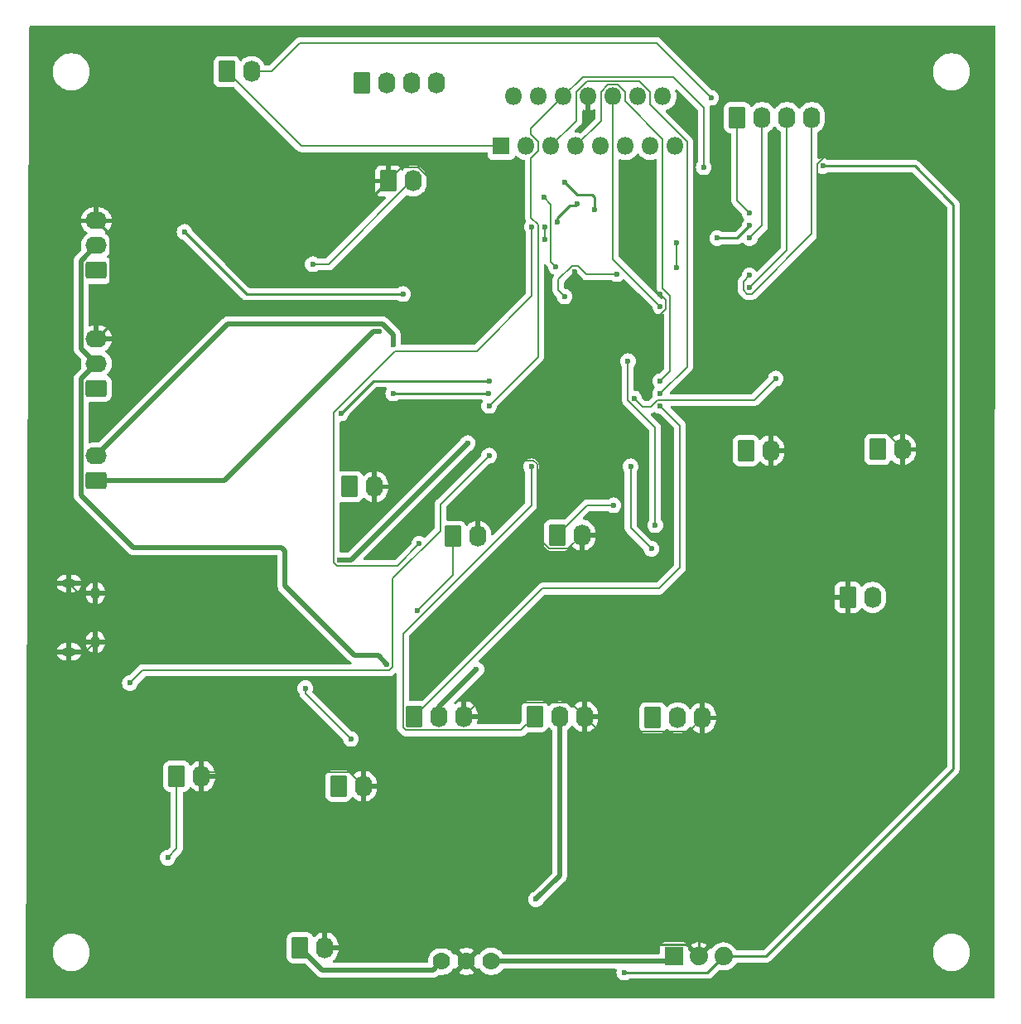
<source format=gbr>
%TF.GenerationSoftware,KiCad,Pcbnew,8.0.8*%
%TF.CreationDate,2025-03-12T17:19:21-05:00*%
%TF.ProjectId,Third Design (PCBWay 1),54686972-6420-4446-9573-69676e202850,rev?*%
%TF.SameCoordinates,Original*%
%TF.FileFunction,Copper,L2,Bot*%
%TF.FilePolarity,Positive*%
%FSLAX46Y46*%
G04 Gerber Fmt 4.6, Leading zero omitted, Abs format (unit mm)*
G04 Created by KiCad (PCBNEW 8.0.8) date 2025-03-12 17:19:21*
%MOMM*%
%LPD*%
G01*
G04 APERTURE LIST*
G04 Aperture macros list*
%AMRoundRect*
0 Rectangle with rounded corners*
0 $1 Rounding radius*
0 $2 $3 $4 $5 $6 $7 $8 $9 X,Y pos of 4 corners*
0 Add a 4 corners polygon primitive as box body*
4,1,4,$2,$3,$4,$5,$6,$7,$8,$9,$2,$3,0*
0 Add four circle primitives for the rounded corners*
1,1,$1+$1,$2,$3*
1,1,$1+$1,$4,$5*
1,1,$1+$1,$6,$7*
1,1,$1+$1,$8,$9*
0 Add four rect primitives between the rounded corners*
20,1,$1+$1,$2,$3,$4,$5,0*
20,1,$1+$1,$4,$5,$6,$7,0*
20,1,$1+$1,$6,$7,$8,$9,0*
20,1,$1+$1,$8,$9,$2,$3,0*%
G04 Aperture macros list end*
%TA.AperFunction,ComponentPad*%
%ADD10O,1.740000X2.190000*%
%TD*%
%TA.AperFunction,ComponentPad*%
%ADD11RoundRect,0.250000X-0.620000X-0.845000X0.620000X-0.845000X0.620000X0.845000X-0.620000X0.845000X0*%
%TD*%
%TA.AperFunction,ComponentPad*%
%ADD12RoundRect,0.250000X0.845000X-0.620000X0.845000X0.620000X-0.845000X0.620000X-0.845000X-0.620000X0*%
%TD*%
%TA.AperFunction,ComponentPad*%
%ADD13O,2.190000X1.740000*%
%TD*%
%TA.AperFunction,ComponentPad*%
%ADD14O,1.550000X0.775000*%
%TD*%
%TA.AperFunction,ComponentPad*%
%ADD15O,0.950000X1.300000*%
%TD*%
%TA.AperFunction,HeatsinkPad*%
%ADD16C,0.600000*%
%TD*%
%TA.AperFunction,ComponentPad*%
%ADD17C,1.778000*%
%TD*%
%TA.AperFunction,ComponentPad*%
%ADD18R,1.879600X1.879600*%
%TD*%
%TA.AperFunction,ComponentPad*%
%ADD19C,1.879600*%
%TD*%
%TA.AperFunction,ComponentPad*%
%ADD20R,1.800000X1.800000*%
%TD*%
%TA.AperFunction,ComponentPad*%
%ADD21O,1.800000X1.800000*%
%TD*%
%TA.AperFunction,ViaPad*%
%ADD22C,0.600000*%
%TD*%
%TA.AperFunction,Conductor*%
%ADD23C,0.200000*%
%TD*%
%TA.AperFunction,Conductor*%
%ADD24C,0.254000*%
%TD*%
%TA.AperFunction,Conductor*%
%ADD25C,0.508000*%
%TD*%
G04 APERTURE END LIST*
D10*
%TO.P,J20,2,Pin_2*%
%TO.N,/Bootload Push Button*%
X186944000Y-108712000D03*
D11*
%TO.P,J20,1,Pin_1*%
%TO.N,GND*%
X184404000Y-108712000D03*
%TD*%
%TO.P,J12,1,Pin_1*%
%TO.N,Net-(J12-Pin_1)*%
X132334000Y-128016000D03*
D10*
%TO.P,J12,2,Pin_2*%
%TO.N,GND*%
X134874000Y-128016000D03*
%TD*%
D11*
%TO.P,J4,1,Pin_1*%
%TO.N,Net-(J4-Pin_1)*%
X115788000Y-127000000D03*
D10*
%TO.P,J4,2,Pin_2*%
%TO.N,GND*%
X118328000Y-127000000D03*
%TD*%
D11*
%TO.P,J3,1,Pin_1*%
%TO.N,Net-(J3-Pin_1)*%
X154686000Y-102362000D03*
D10*
%TO.P,J3,2,Pin_2*%
%TO.N,GND*%
X157226000Y-102362000D03*
%TD*%
D11*
%TO.P,J7,1,Pin_1*%
%TO.N,Net-(J7-Pin_1)*%
X133477000Y-97409000D03*
D10*
%TO.P,J7,2,Pin_2*%
%TO.N,GND*%
X136017000Y-97409000D03*
%TD*%
D12*
%TO.P,J2,1,Pin_1*%
%TO.N,/Shaker Servo Signal 1*%
X107569000Y-87376000D03*
D13*
%TO.P,J2,2,Pin_2*%
%TO.N,+5V*%
X107569000Y-84836000D03*
%TO.P,J2,3,Pin_3*%
%TO.N,GND*%
X107569000Y-82296000D03*
%TD*%
D14*
%TO.P,J18,SH1,SHIELD*%
%TO.N,GND*%
X104775000Y-107284000D03*
%TO.P,J18,SH4,SHIELD__3*%
X104775000Y-114284000D03*
D15*
%TO.P,J18,SH5,SHIELD__4*%
X107475000Y-108284000D03*
%TO.P,J18,SH6,SHIELD__5*%
X107475000Y-113284000D03*
%TD*%
D11*
%TO.P,J9,1,Pin_1*%
%TO.N,Net-(J9-Pin_1)*%
X144018000Y-102489000D03*
D10*
%TO.P,J9,2,Pin_2*%
%TO.N,GND*%
X146558000Y-102489000D03*
%TD*%
D12*
%TO.P,J19,1,Pin_1*%
%TO.N,Net-(J19-Pin_1)*%
X107569000Y-96774000D03*
D13*
%TO.P,J19,2,Pin_2*%
%TO.N,Net-(J19-Pin_2)*%
X107569000Y-94234000D03*
%TD*%
D11*
%TO.P,J10,1,Pin_1*%
%TO.N,Net-(J10-Pin_1)*%
X120904000Y-54991000D03*
D10*
%TO.P,J10,2,Pin_2*%
%TO.N,Net-(J10-Pin_2)*%
X123444000Y-54991000D03*
%TD*%
D11*
%TO.P,J6,1,Pin_1*%
%TO.N,Net-(J6-Pin_1)*%
X187452000Y-93599000D03*
D10*
%TO.P,J6,2,Pin_2*%
%TO.N,GND*%
X189992000Y-93599000D03*
%TD*%
D16*
%TO.P,U2,39,GND*%
%TO.N,GND*%
X153577000Y-84589000D03*
X153577000Y-85989000D03*
X154277000Y-83889000D03*
X154277000Y-85289000D03*
X154277000Y-86689000D03*
X154977000Y-84589000D03*
X154977000Y-85989000D03*
X155677000Y-83889000D03*
X155677000Y-85289000D03*
X155677000Y-86689000D03*
X156377000Y-84589000D03*
X156377000Y-85989000D03*
%TD*%
D11*
%TO.P,J5,1,Pin_1*%
%TO.N,Net-(J5-Pin_1)*%
X134747000Y-56134000D03*
D10*
%TO.P,J5,2,Pin_2*%
%TO.N,Net-(J5-Pin_2)*%
X137287000Y-56134000D03*
%TO.P,J5,3,Pin_3*%
%TO.N,Net-(J5-Pin_3)*%
X139827000Y-56134000D03*
%TO.P,J5,4,Pin_4*%
%TO.N,Net-(J5-Pin_4)*%
X142367000Y-56134000D03*
%TD*%
D17*
%TO.P,U3,1,INPUT*%
%TO.N,+12V*%
X142875000Y-145923000D03*
%TO.P,U3,2,GROUND*%
%TO.N,GND*%
X145415000Y-145923000D03*
%TO.P,U3,3,OUTPUT*%
%TO.N,+5V*%
X147955000Y-145923000D03*
%TD*%
D18*
%TO.P,U1,1,IN*%
%TO.N,+5V*%
X166624000Y-145415000D03*
D19*
%TO.P,U1,2,GND*%
%TO.N,GND*%
X169164000Y-145415000D03*
%TO.P,U1,3,OUT*%
%TO.N,+3.3V*%
X171704000Y-145415000D03*
%TD*%
D12*
%TO.P,J17,1,Pin_1*%
%TO.N,/Shaker Servo Signal 2*%
X107569000Y-75311000D03*
D13*
%TO.P,J17,2,Pin_2*%
%TO.N,+5V*%
X107569000Y-72771000D03*
%TO.P,J17,3,Pin_3*%
%TO.N,GND*%
X107569000Y-70231000D03*
%TD*%
D11*
%TO.P,J11,1,Pin_1*%
%TO.N,/Excitation +*%
X173101000Y-59690000D03*
D10*
%TO.P,J11,2,Pin_2*%
%TO.N,/Excitation -*%
X175641000Y-59690000D03*
%TO.P,J11,3,Pin_3*%
%TO.N,/Signal +*%
X178181000Y-59690000D03*
%TO.P,J11,4,Pin_4*%
%TO.N,/Singal -*%
X180721000Y-59690000D03*
%TD*%
D11*
%TO.P,J16,1,Pin_1*%
%TO.N,GND*%
X137414000Y-66167000D03*
D10*
%TO.P,J16,2,Pin_2*%
%TO.N,Net-(J16-Pin_2)*%
X139954000Y-66167000D03*
%TD*%
D11*
%TO.P,J15,1,Pin_1*%
%TO.N,/Servo Signal 1*%
X164465000Y-121031000D03*
D10*
%TO.P,J15,2,Pin_2*%
%TO.N,+5V*%
X167005000Y-121031000D03*
%TO.P,J15,3,Pin_3*%
%TO.N,GND*%
X169545000Y-121031000D03*
%TD*%
D11*
%TO.P,J1,1,Pin_1*%
%TO.N,+12V*%
X128397000Y-144526000D03*
D10*
%TO.P,J1,2,Pin_2*%
%TO.N,GND*%
X130937000Y-144526000D03*
%TD*%
D11*
%TO.P,J14,1,Pin_1*%
%TO.N,/Servo Signal 3*%
X152400000Y-120904000D03*
D10*
%TO.P,J14,2,Pin_2*%
%TO.N,+5V*%
X154940000Y-120904000D03*
%TO.P,J14,3,Pin_3*%
%TO.N,GND*%
X157480000Y-120904000D03*
%TD*%
D11*
%TO.P,J13,1,Pin_1*%
%TO.N,/Servo Signal 2*%
X140081000Y-120904000D03*
D10*
%TO.P,J13,2,Pin_2*%
%TO.N,+5V*%
X142621000Y-120904000D03*
%TO.P,J13,3,Pin_3*%
%TO.N,GND*%
X145161000Y-120904000D03*
%TD*%
D20*
%TO.P,U5,1,SENSE_A*%
%TO.N,Net-(J10-Pin_1)*%
X148971000Y-62611000D03*
D21*
%TO.P,U5,2,OUT1*%
%TO.N,Net-(J5-Pin_1)*%
X150241000Y-57531000D03*
%TO.P,U5,3,OUT2*%
%TO.N,Net-(J5-Pin_2)*%
X151511000Y-62611000D03*
%TO.P,U5,4,Vs*%
%TO.N,+12V*%
X152781000Y-57531000D03*
%TO.P,U5,5,IN1*%
%TO.N,/Stepper Driver IN1*%
X154051000Y-62611000D03*
%TO.P,U5,6,EnA*%
%TO.N,/Step Driver Speed*%
X155321000Y-57531000D03*
%TO.P,U5,7,IN2*%
%TO.N,/Stepper Driver IN2*%
X156591000Y-62611000D03*
%TO.P,U5,8,GND*%
%TO.N,GND*%
X157861000Y-57531000D03*
%TO.P,U5,9,Vss*%
%TO.N,+5V*%
X159131000Y-62611000D03*
%TO.P,U5,10,IN3*%
%TO.N,/Stepper Driver IN3*%
X160401000Y-57531000D03*
%TO.P,U5,11,EnB*%
%TO.N,/Step Driver Speed*%
X161671000Y-62611000D03*
%TO.P,U5,12,IN4*%
%TO.N,/Stepper Driver IN4*%
X162941000Y-57531000D03*
%TO.P,U5,13,OUT3*%
%TO.N,Net-(J5-Pin_3)*%
X164211000Y-62611000D03*
%TO.P,U5,14,OUT4*%
%TO.N,Net-(J5-Pin_4)*%
X165481000Y-57531000D03*
%TO.P,U5,15,SENSE_B*%
%TO.N,Net-(J10-Pin_2)*%
X166751000Y-62611000D03*
%TD*%
D11*
%TO.P,J8,1,Pin_1*%
%TO.N,Net-(J8-Pin_1)*%
X173990000Y-93726000D03*
D10*
%TO.P,J8,2,Pin_2*%
%TO.N,GND*%
X176530000Y-93726000D03*
%TD*%
D22*
%TO.N,/Compartment 2 LED*%
X147727000Y-94234000D03*
X110998000Y-117475000D03*
%TO.N,Net-(J4-Pin_1)*%
X114868000Y-135330000D03*
%TO.N,/Compartment 1 LED*%
X162192000Y-95329000D03*
X164338000Y-103759000D03*
%TO.N,Net-(J3-Pin_1)*%
X160433000Y-99314000D03*
%TO.N,/Bootload Push Button*%
X133604000Y-123190000D03*
X128937500Y-118000000D03*
%TO.N,GND*%
X175176000Y-135255000D03*
X150762000Y-95329000D03*
X147727000Y-77724000D03*
X156464000Y-75438000D03*
X176403000Y-55118000D03*
X165227000Y-77724000D03*
X151892000Y-110871000D03*
X181229000Y-130683000D03*
%TO.N,+3.3V*%
X181864000Y-64643000D03*
X138938000Y-77724000D03*
X161544000Y-147066000D03*
X174371000Y-70739000D03*
X116586000Y-71374000D03*
X171069000Y-72009000D03*
%TO.N,Net-(J9-Pin_1)*%
X140367000Y-110109000D03*
%TO.N,Net-(J10-Pin_2)*%
X170434000Y-57658000D03*
%TO.N,/Singal -*%
X174371000Y-75819000D03*
%TO.N,/Excitation +*%
X174371000Y-69469000D03*
%TO.N,/Signal +*%
X174371000Y-77089000D03*
%TO.N,/Excitation -*%
X174371000Y-72009000D03*
%TO.N,+5V*%
X152527000Y-139573000D03*
X146431000Y-116078000D03*
X137287000Y-115570000D03*
%TO.N,/Servo Signal 2*%
X165227000Y-89154000D03*
%TO.N,/Servo Signal 3*%
X152032000Y-95329000D03*
%TO.N,Net-(J16-Pin_2)*%
X129699000Y-74676000D03*
%TO.N,/D-*%
X154686000Y-70323000D03*
X156768997Y-68483598D03*
%TO.N,/D+*%
X158496000Y-69053000D03*
X155448000Y-66294000D03*
%TO.N,Net-(J19-Pin_1)*%
X136525000Y-81534000D03*
%TO.N,Net-(J19-Pin_2)*%
X137922000Y-82931000D03*
%TO.N,Net-(Q1-G)*%
X164719000Y-101346000D03*
X161925000Y-84582000D03*
%TO.N,Net-(U7-SUSPEND)*%
X177038000Y-86360000D03*
X162560000Y-88392000D03*
%TO.N,/Dispensing LED*%
X145542000Y-92964000D03*
X132461000Y-104902000D03*
%TO.N,Net-(U7-SUSPENDB)*%
X153311000Y-67818000D03*
X154559000Y-74930000D03*
%TO.N,Net-(U7-WAKEUP)*%
X166878000Y-75057000D03*
X160782000Y-75692000D03*
X155448000Y-77978000D03*
X166878000Y-72517000D03*
%TO.N,/VBUS*%
X153416000Y-72136000D03*
X152101094Y-70875906D03*
X153416000Y-70866000D03*
X140589000Y-103251000D03*
%TO.N,/Stepper Driver IN3*%
X165227000Y-78994000D03*
%TO.N,/Stepper Driver IN1*%
X165227000Y-87884000D03*
%TO.N,/Stepper Driver IN2*%
X165227000Y-86614000D03*
%TO.N,/Step Driver Speed*%
X147727000Y-89154000D03*
X169672000Y-64770000D03*
%TO.N,/Shaker Servo Signal 1*%
X132588000Y-89916000D03*
X147727000Y-86614000D03*
%TO.N,/Shaker Servo Signal 2*%
X137922000Y-87884000D03*
X147701000Y-87884000D03*
%TD*%
D23*
%TO.N,/Compartment 2 LED*%
X110998000Y-117475000D02*
X112303000Y-116170000D01*
X112303000Y-116170000D02*
X137535529Y-116170000D01*
X142748000Y-101940529D02*
X142748000Y-99213000D01*
X137535529Y-116170000D02*
X137887000Y-115818529D01*
X137887000Y-115818529D02*
X137887000Y-106801529D01*
X137887000Y-106801529D02*
X142748000Y-101940529D01*
X142748000Y-99213000D02*
X147727000Y-94234000D01*
%TO.N,GND*%
X157226000Y-102362000D02*
X155831000Y-103757000D01*
X155831000Y-103757000D02*
X153831256Y-103757000D01*
X153831256Y-103757000D02*
X152632000Y-102557744D01*
X152632000Y-102557744D02*
X152632000Y-95080471D01*
X152632000Y-95080471D02*
X152280529Y-94729000D01*
X152280529Y-94729000D02*
X151362000Y-94729000D01*
X151362000Y-94729000D02*
X150762000Y-95329000D01*
%TO.N,Net-(J4-Pin_1)*%
X115788000Y-127000000D02*
X115788000Y-134410000D01*
X115788000Y-134410000D02*
X114868000Y-135330000D01*
%TO.N,GND*%
X118328000Y-127000000D02*
X118707000Y-126621000D01*
X118707000Y-126621000D02*
X133479000Y-126621000D01*
X133479000Y-126621000D02*
X134874000Y-128016000D01*
%TO.N,/Compartment 1 LED*%
X164338000Y-103759000D02*
X162192000Y-101613000D01*
X162192000Y-101613000D02*
X162192000Y-95329000D01*
%TO.N,Net-(J3-Pin_1)*%
X154686000Y-102362000D02*
X157734000Y-99314000D01*
X157734000Y-99314000D02*
X160433000Y-99314000D01*
%TO.N,/Bootload Push Button*%
X128937500Y-118523500D02*
X128937500Y-118000000D01*
X133604000Y-123190000D02*
X128937500Y-118523500D01*
%TO.N,GND*%
X182753000Y-132207000D02*
X176530000Y-125984000D01*
X106475000Y-114284000D02*
X107475000Y-113284000D01*
X182753000Y-132207000D02*
X171577000Y-121031000D01*
X181264000Y-84871000D02*
X189992000Y-93599000D01*
X176530000Y-125984000D02*
X176530000Y-93726000D01*
X154977000Y-84589000D02*
X154977000Y-85989000D01*
D24*
X107569000Y-70231000D02*
X133350000Y-70231000D01*
D23*
X156464000Y-82402000D02*
X155677000Y-83189000D01*
X157077000Y-83889000D02*
X161180529Y-83889000D01*
X107475000Y-108284000D02*
X105775000Y-108284000D01*
X156464000Y-75438000D02*
X156464000Y-82402000D01*
X144018000Y-144526000D02*
X130937000Y-144526000D01*
D24*
X147189800Y-144148200D02*
X145415000Y-145923000D01*
D23*
X147727000Y-72060370D02*
X147727000Y-77724000D01*
D24*
X108991000Y-80874000D02*
X107569000Y-82296000D01*
X167897200Y-144148200D02*
X147189800Y-144148200D01*
X169164000Y-141267000D02*
X175176000Y-135255000D01*
D23*
X145415000Y-145923000D02*
X144018000Y-144526000D01*
D24*
X107569000Y-70231000D02*
X108991000Y-71653000D01*
D23*
X157480000Y-120904000D02*
X156085000Y-119509000D01*
X146558000Y-99533000D02*
X150762000Y-95329000D01*
X181264000Y-64394471D02*
X181264000Y-84871000D01*
X159002000Y-122426000D02*
X157480000Y-120904000D01*
X105775000Y-108284000D02*
X104775000Y-107284000D01*
X169545000Y-121031000D02*
X168150000Y-122426000D01*
D24*
X108991000Y-71653000D02*
X108991000Y-80874000D01*
D23*
X171577000Y-121031000D02*
X169545000Y-121031000D01*
X176403000Y-55118000D02*
X179197000Y-55118000D01*
X157480000Y-116459000D02*
X157480000Y-120904000D01*
X155677000Y-83189000D02*
X155677000Y-83889000D01*
D24*
X169164000Y-145415000D02*
X167897200Y-144148200D01*
D23*
X104775000Y-107284000D02*
X104775000Y-114284000D01*
X146558000Y-102489000D02*
X146558000Y-99533000D01*
D24*
X169164000Y-145415000D02*
X169164000Y-141267000D01*
D23*
X182112529Y-63545942D02*
X181264000Y-64394471D01*
X165827000Y-78324000D02*
X165227000Y-77724000D01*
X137414000Y-66167000D02*
X138809000Y-64772000D01*
X156085000Y-119509000D02*
X146556000Y-119509000D01*
X179197000Y-55118000D02*
X182112529Y-58033529D01*
X104775000Y-114284000D02*
X106475000Y-114284000D01*
X168150000Y-122426000D02*
X159002000Y-122426000D01*
X156377000Y-84589000D02*
X157077000Y-83889000D01*
X146556000Y-119509000D02*
X145161000Y-120904000D01*
X161180529Y-83889000D02*
X165827000Y-79242529D01*
X182112529Y-58033529D02*
X182112529Y-63545942D01*
X181229000Y-130683000D02*
X182753000Y-132207000D01*
X165827000Y-79242529D02*
X165827000Y-78324000D01*
D24*
X133350000Y-70231000D02*
X137414000Y-66167000D01*
D23*
X138809000Y-64772000D02*
X140438630Y-64772000D01*
X151892000Y-110871000D02*
X157480000Y-116459000D01*
X140438630Y-64772000D02*
X147727000Y-72060370D01*
D24*
%TO.N,+3.3V*%
X161544000Y-147066000D02*
X170053000Y-147066000D01*
X171069000Y-72009000D02*
X173101000Y-72009000D01*
X194691000Y-68072000D02*
X191262000Y-64643000D01*
X191262000Y-64643000D02*
X181864000Y-64643000D01*
X138938000Y-77724000D02*
X122936000Y-77724000D01*
X171704000Y-145415000D02*
X176022000Y-145415000D01*
X122936000Y-77724000D02*
X116586000Y-71374000D01*
X195199000Y-126238000D02*
X195199000Y-68580000D01*
X170053000Y-147066000D02*
X171704000Y-145415000D01*
X173101000Y-72009000D02*
X174371000Y-70739000D01*
X176022000Y-145415000D02*
X195199000Y-126238000D01*
X195199000Y-68580000D02*
X194691000Y-68072000D01*
D25*
%TO.N,+12V*%
X128397000Y-144526000D02*
X130682999Y-146811999D01*
X130682999Y-146811999D02*
X141986001Y-146811999D01*
X141986001Y-146811999D02*
X142875000Y-145923000D01*
D23*
%TO.N,Net-(J9-Pin_1)*%
X144018000Y-102489000D02*
X144018000Y-106458000D01*
X144018000Y-106458000D02*
X140367000Y-110109000D01*
%TO.N,Net-(J10-Pin_1)*%
X148971000Y-62611000D02*
X128524000Y-62611000D01*
X128524000Y-62611000D02*
X120904000Y-54991000D01*
%TO.N,Net-(J10-Pin_2)*%
X125476000Y-54991000D02*
X123444000Y-54991000D01*
X164846000Y-52070000D02*
X128397000Y-52070000D01*
X170434000Y-57658000D02*
X164846000Y-52070000D01*
X128397000Y-52070000D02*
X125476000Y-54991000D01*
%TO.N,/Singal -*%
X173771000Y-77337529D02*
X173771000Y-76419000D01*
X173771000Y-76419000D02*
X174371000Y-75819000D01*
X180721000Y-59690000D02*
X180721000Y-71587529D01*
X180721000Y-71587529D02*
X174619529Y-77689000D01*
X174619529Y-77689000D02*
X174122471Y-77689000D01*
X174122471Y-77689000D02*
X173771000Y-77337529D01*
%TO.N,/Excitation +*%
X173101000Y-68199000D02*
X174371000Y-69469000D01*
X173101000Y-59690000D02*
X173101000Y-68199000D01*
%TO.N,/Signal +*%
X178181000Y-59690000D02*
X178181000Y-73279000D01*
X178181000Y-73279000D02*
X174371000Y-77089000D01*
%TO.N,/Excitation -*%
X175641000Y-59690000D02*
X175641000Y-70739000D01*
X175641000Y-70739000D02*
X174371000Y-72009000D01*
D25*
%TO.N,+5V*%
X136398000Y-114681000D02*
X137287000Y-115570000D01*
X133604000Y-114300000D02*
X133985000Y-114681000D01*
X126873000Y-104013000D02*
X126873000Y-107569000D01*
X142621000Y-119888000D02*
X142621000Y-120904000D01*
X154940000Y-137160000D02*
X152527000Y-139573000D01*
X126873000Y-107569000D02*
X133604000Y-114300000D01*
X111379000Y-103632000D02*
X126492000Y-103632000D01*
X106020000Y-74320000D02*
X107569000Y-72771000D01*
X154940000Y-120904000D02*
X154940000Y-137160000D01*
X106020000Y-86385000D02*
X106020000Y-98273000D01*
X146431000Y-116078000D02*
X142621000Y-119888000D01*
X166116000Y-145923000D02*
X166624000Y-145415000D01*
X107569000Y-84836000D02*
X106020000Y-83287000D01*
X147955000Y-145923000D02*
X166116000Y-145923000D01*
X133985000Y-114681000D02*
X136398000Y-114681000D01*
X106020000Y-83287000D02*
X106020000Y-74320000D01*
X126492000Y-103632000D02*
X126873000Y-104013000D01*
X106020000Y-98273000D02*
X111379000Y-103632000D01*
X107569000Y-84836000D02*
X106020000Y-86385000D01*
D23*
%TO.N,/Servo Signal 2*%
X153162000Y-107823000D02*
X165100000Y-107823000D01*
X167259000Y-105664000D02*
X167259000Y-91186000D01*
X165100000Y-107823000D02*
X167259000Y-105664000D01*
X167259000Y-91186000D02*
X165227000Y-89154000D01*
X140081000Y-120904000D02*
X153162000Y-107823000D01*
%TO.N,/Servo Signal 3*%
X152032000Y-99301000D02*
X152032000Y-95329000D01*
X151005000Y-122299000D02*
X139226256Y-122299000D01*
X138911000Y-121983744D02*
X138911000Y-112422000D01*
X152400000Y-120904000D02*
X151005000Y-122299000D01*
X138911000Y-112422000D02*
X152032000Y-99301000D01*
X139226256Y-122299000D02*
X138911000Y-121983744D01*
%TO.N,Net-(J16-Pin_2)*%
X139954000Y-66167000D02*
X139827000Y-66167000D01*
X131318000Y-74676000D02*
X129699000Y-74676000D01*
X139827000Y-66167000D02*
X131318000Y-74676000D01*
D24*
%TO.N,/D-*%
X154686000Y-69977000D02*
X155964000Y-68699000D01*
X155964000Y-68699000D02*
X156553595Y-68699000D01*
X154686000Y-70323000D02*
X154686000Y-69977000D01*
X156553595Y-68699000D02*
X156768997Y-68483598D01*
%TO.N,/D+*%
X158496000Y-69053000D02*
X158496000Y-67818000D01*
X156726000Y-67572000D02*
X155448000Y-66294000D01*
X158250000Y-67572000D02*
X156726000Y-67572000D01*
X158496000Y-67818000D02*
X158250000Y-67572000D01*
D25*
%TO.N,Net-(J19-Pin_1)*%
X120650000Y-96774000D02*
X107569000Y-96774000D01*
X136525000Y-81534000D02*
X135890000Y-81534000D01*
X135890000Y-81534000D02*
X120650000Y-96774000D01*
%TO.N,Net-(J19-Pin_2)*%
X136837318Y-80780000D02*
X121023000Y-80780000D01*
X137922000Y-81864682D02*
X136837318Y-80780000D01*
X121023000Y-80780000D02*
X107569000Y-94234000D01*
X137922000Y-82931000D02*
X137922000Y-81864682D01*
D23*
%TO.N,Net-(Q1-G)*%
X161925000Y-88605529D02*
X161925000Y-84582000D01*
X164719000Y-91399529D02*
X161925000Y-88605529D01*
X164719000Y-101346000D02*
X164719000Y-91399529D01*
%TO.N,Net-(U7-SUSPEND)*%
X164978471Y-88554000D02*
X174844000Y-88554000D01*
X163449000Y-89281000D02*
X164251471Y-89281000D01*
X174844000Y-88554000D02*
X177038000Y-86360000D01*
X164251471Y-89281000D02*
X164978471Y-88554000D01*
X162560000Y-88392000D02*
X163449000Y-89281000D01*
D25*
%TO.N,/Dispensing LED*%
X145542000Y-92964000D02*
X133604000Y-104902000D01*
X133604000Y-104902000D02*
X132461000Y-104902000D01*
D23*
%TO.N,Net-(U7-SUSPENDB)*%
X154051000Y-74422000D02*
X154051000Y-68558000D01*
X154051000Y-68558000D02*
X153311000Y-67818000D01*
X154559000Y-74930000D02*
X154051000Y-74422000D01*
%TO.N,Net-(U7-WAKEUP)*%
X156824374Y-74838000D02*
X157678374Y-75692000D01*
X156215471Y-74838000D02*
X156824374Y-74838000D01*
X154813000Y-77343000D02*
X154813000Y-76240471D01*
X155448000Y-77978000D02*
X154813000Y-77343000D01*
X166878000Y-72517000D02*
X166878000Y-75057000D01*
X157678374Y-75692000D02*
X160782000Y-75692000D01*
X154813000Y-76240471D02*
X156215471Y-74838000D01*
%TO.N,/VBUS*%
X152111000Y-77886000D02*
X152111000Y-70885811D01*
X131861000Y-89794471D02*
X138124471Y-83531000D01*
X152111000Y-70885811D02*
X152110999Y-70885811D01*
X131861000Y-105150529D02*
X131861000Y-89794471D01*
X138338000Y-105502000D02*
X132212471Y-105502000D01*
X153416000Y-70866000D02*
X153416000Y-72136000D01*
X140589000Y-103251000D02*
X138338000Y-105502000D01*
X146466000Y-83531000D02*
X152111000Y-77886000D01*
X152110999Y-70885811D02*
X152101094Y-70875906D01*
X132212471Y-105502000D02*
X131861000Y-105150529D01*
X138124471Y-83531000D02*
X146466000Y-83531000D01*
%TO.N,/Stepper Driver IN3*%
X160401000Y-74168000D02*
X165227000Y-78994000D01*
X160401000Y-57531000D02*
X160401000Y-74168000D01*
%TO.N,/Stepper Driver IN1*%
X164141000Y-57033943D02*
X164141000Y-58303943D01*
X164141000Y-58303943D02*
X167951000Y-62113943D01*
X163038057Y-55931000D02*
X164141000Y-57033943D01*
X167951000Y-62113943D02*
X167951000Y-85160000D01*
X156661000Y-57033943D02*
X157763943Y-55931000D01*
X156661000Y-60001000D02*
X156661000Y-57033943D01*
X167951000Y-85160000D02*
X165227000Y-87884000D01*
X157763943Y-55931000D02*
X163038057Y-55931000D01*
X154051000Y-62611000D02*
X156661000Y-60001000D01*
%TO.N,/Stepper Driver IN2*%
X159903943Y-56331000D02*
X160898057Y-56331000D01*
X165475529Y-77124000D02*
X166227000Y-77875471D01*
X161601000Y-58028057D02*
X165475529Y-61902586D01*
X165475529Y-61902586D02*
X165475529Y-77124000D01*
X161601000Y-57033943D02*
X161601000Y-58028057D01*
X156591000Y-62611000D02*
X159201000Y-60001000D01*
X159201000Y-57033943D02*
X159903943Y-56331000D01*
X166227000Y-77875471D02*
X166227000Y-85614000D01*
X166227000Y-85614000D02*
X165227000Y-86614000D01*
X160898057Y-56331000D02*
X161601000Y-57033943D01*
X159201000Y-60001000D02*
X159201000Y-57033943D01*
%TO.N,/Step Driver Speed*%
X169545000Y-58547000D02*
X169672000Y-58674000D01*
X152019000Y-63800057D02*
X152019000Y-69945282D01*
X169672000Y-58674000D02*
X169672000Y-64770000D01*
X152711000Y-63108057D02*
X152019000Y-63800057D01*
X157321000Y-55531000D02*
X166529000Y-55531000D01*
X152019000Y-60833000D02*
X152019000Y-61421943D01*
X166529000Y-55531000D02*
X169545000Y-58547000D01*
X152019000Y-61421943D02*
X152711000Y-62113943D01*
X152019000Y-69945282D02*
X152711000Y-70637282D01*
X155321000Y-57531000D02*
X157321000Y-55531000D01*
X155321000Y-57531000D02*
X152019000Y-60833000D01*
X152711000Y-62113943D02*
X152711000Y-63108057D01*
X152711000Y-70637282D02*
X152711000Y-84170000D01*
X152711000Y-84170000D02*
X147727000Y-89154000D01*
D24*
%TO.N,/Shaker Servo Signal 1*%
X132588000Y-89916000D02*
X135890000Y-86614000D01*
X135890000Y-86614000D02*
X147727000Y-86614000D01*
%TO.N,/Shaker Servo Signal 2*%
X137922000Y-87884000D02*
X147701000Y-87884000D01*
%TD*%
%TA.AperFunction,Conductor*%
%TO.N,GND*%
G36*
X153516703Y-74711210D02*
G01*
X153542886Y-74742921D01*
X153547403Y-74750745D01*
X153570479Y-74790715D01*
X153689349Y-74909585D01*
X153689355Y-74909590D01*
X153728298Y-74948533D01*
X153761783Y-75009856D01*
X153763837Y-75022330D01*
X153773630Y-75109249D01*
X153833210Y-75279521D01*
X153913010Y-75406522D01*
X153929184Y-75432262D01*
X154056738Y-75559816D01*
X154109162Y-75592756D01*
X154209478Y-75655789D01*
X154275354Y-75678840D01*
X154332130Y-75719562D01*
X154357878Y-75784514D01*
X154344422Y-75853076D01*
X154332781Y-75871362D01*
X154332477Y-75871757D01*
X154293957Y-75938478D01*
X154293957Y-75938480D01*
X154253423Y-76008685D01*
X154253423Y-76008686D01*
X154212499Y-76161414D01*
X154212499Y-76161416D01*
X154212499Y-76329517D01*
X154212500Y-76329530D01*
X154212500Y-77256330D01*
X154212499Y-77256348D01*
X154212499Y-77422054D01*
X154212498Y-77422054D01*
X154253424Y-77574787D01*
X154262935Y-77591260D01*
X154262936Y-77591262D01*
X154332477Y-77711712D01*
X154332481Y-77711717D01*
X154451349Y-77830585D01*
X154451355Y-77830590D01*
X154617298Y-77996533D01*
X154650783Y-78057856D01*
X154652837Y-78070330D01*
X154662630Y-78157249D01*
X154722210Y-78327521D01*
X154818184Y-78480262D01*
X154945738Y-78607816D01*
X155098478Y-78703789D01*
X155268745Y-78763368D01*
X155268750Y-78763369D01*
X155447996Y-78783565D01*
X155448000Y-78783565D01*
X155448004Y-78783565D01*
X155627249Y-78763369D01*
X155627252Y-78763368D01*
X155627255Y-78763368D01*
X155797522Y-78703789D01*
X155950262Y-78607816D01*
X156077816Y-78480262D01*
X156173789Y-78327522D01*
X156233368Y-78157255D01*
X156237114Y-78124008D01*
X156253565Y-77978003D01*
X156253565Y-77977996D01*
X156233369Y-77798750D01*
X156233368Y-77798745D01*
X156207215Y-77724003D01*
X156173789Y-77628478D01*
X156163174Y-77611585D01*
X156097309Y-77506761D01*
X156077816Y-77475738D01*
X155950262Y-77348184D01*
X155797521Y-77252210D01*
X155627249Y-77192630D01*
X155540332Y-77182837D01*
X155475918Y-77155770D01*
X155466535Y-77147298D01*
X155449819Y-77130582D01*
X155416334Y-77069259D01*
X155413500Y-77042901D01*
X155413500Y-76540568D01*
X155433185Y-76473529D01*
X155449819Y-76452887D01*
X156427888Y-75474819D01*
X156489211Y-75441334D01*
X156515569Y-75438500D01*
X156524277Y-75438500D01*
X156591316Y-75458185D01*
X156611958Y-75474819D01*
X157193513Y-76056374D01*
X157193523Y-76056385D01*
X157197853Y-76060715D01*
X157197854Y-76060716D01*
X157309658Y-76172520D01*
X157309660Y-76172521D01*
X157309664Y-76172524D01*
X157446583Y-76251573D01*
X157446590Y-76251577D01*
X157558393Y-76281534D01*
X157599316Y-76292500D01*
X157599317Y-76292500D01*
X160199588Y-76292500D01*
X160266627Y-76312185D01*
X160276903Y-76319555D01*
X160279736Y-76321814D01*
X160279738Y-76321816D01*
X160393270Y-76393152D01*
X160403619Y-76399656D01*
X160432478Y-76417789D01*
X160591774Y-76473529D01*
X160602745Y-76477368D01*
X160602750Y-76477369D01*
X160781996Y-76497565D01*
X160782000Y-76497565D01*
X160782004Y-76497565D01*
X160961249Y-76477369D01*
X160961252Y-76477368D01*
X160961255Y-76477368D01*
X161131522Y-76417789D01*
X161284262Y-76321816D01*
X161407243Y-76198834D01*
X161468562Y-76165352D01*
X161538254Y-76170336D01*
X161582601Y-76198836D01*
X162995349Y-77611585D01*
X164396298Y-79012534D01*
X164429783Y-79073857D01*
X164431837Y-79086331D01*
X164441630Y-79173249D01*
X164501210Y-79343521D01*
X164501211Y-79343522D01*
X164597184Y-79496262D01*
X164724738Y-79623816D01*
X164877478Y-79719789D01*
X165047742Y-79779367D01*
X165047745Y-79779368D01*
X165047750Y-79779369D01*
X165226996Y-79799565D01*
X165227000Y-79799565D01*
X165227004Y-79799565D01*
X165406249Y-79779369D01*
X165406250Y-79779368D01*
X165406255Y-79779368D01*
X165461545Y-79760020D01*
X165531322Y-79756458D01*
X165591950Y-79791186D01*
X165624178Y-79853179D01*
X165626500Y-79877062D01*
X165626500Y-85313902D01*
X165606815Y-85380941D01*
X165590181Y-85401583D01*
X165208465Y-85783298D01*
X165147142Y-85816783D01*
X165134668Y-85818837D01*
X165047750Y-85828630D01*
X164877478Y-85888210D01*
X164724737Y-85984184D01*
X164597184Y-86111737D01*
X164501211Y-86264476D01*
X164441631Y-86434745D01*
X164441630Y-86434750D01*
X164421435Y-86613996D01*
X164421435Y-86614003D01*
X164441630Y-86793249D01*
X164441631Y-86793254D01*
X164501211Y-86963523D01*
X164597184Y-87116262D01*
X164597185Y-87116263D01*
X164642241Y-87161320D01*
X164675725Y-87222643D01*
X164670740Y-87292335D01*
X164642241Y-87336680D01*
X164597184Y-87381737D01*
X164501211Y-87534476D01*
X164441631Y-87704745D01*
X164441630Y-87704750D01*
X164421435Y-87883996D01*
X164421435Y-87884003D01*
X164441630Y-88063249D01*
X164441632Y-88063257D01*
X164462128Y-88121832D01*
X164465689Y-88191611D01*
X164432767Y-88250467D01*
X164039055Y-88644181D01*
X163977732Y-88677666D01*
X163951374Y-88680500D01*
X163749097Y-88680500D01*
X163682058Y-88660815D01*
X163661416Y-88644181D01*
X163390700Y-88373465D01*
X163357215Y-88312142D01*
X163355163Y-88299686D01*
X163345368Y-88212745D01*
X163285789Y-88042478D01*
X163189816Y-87889738D01*
X163062262Y-87762184D01*
X163040161Y-87748297D01*
X162909523Y-87666211D01*
X162739254Y-87606631D01*
X162739250Y-87606630D01*
X162635616Y-87594954D01*
X162571202Y-87567887D01*
X162531647Y-87510292D01*
X162525500Y-87471734D01*
X162525500Y-85164412D01*
X162545185Y-85097373D01*
X162552555Y-85087097D01*
X162554810Y-85084267D01*
X162554816Y-85084262D01*
X162650789Y-84931522D01*
X162710368Y-84761255D01*
X162710369Y-84761249D01*
X162730565Y-84582003D01*
X162730565Y-84581996D01*
X162710369Y-84402750D01*
X162710368Y-84402745D01*
X162656590Y-84249056D01*
X162650789Y-84232478D01*
X162554816Y-84079738D01*
X162427262Y-83952184D01*
X162412931Y-83943179D01*
X162274523Y-83856211D01*
X162104254Y-83796631D01*
X162104249Y-83796630D01*
X161925004Y-83776435D01*
X161924996Y-83776435D01*
X161745750Y-83796630D01*
X161745745Y-83796631D01*
X161575476Y-83856211D01*
X161422737Y-83952184D01*
X161295184Y-84079737D01*
X161199211Y-84232476D01*
X161139631Y-84402745D01*
X161139630Y-84402750D01*
X161119435Y-84581996D01*
X161119435Y-84582003D01*
X161139630Y-84761249D01*
X161139631Y-84761254D01*
X161199211Y-84931523D01*
X161259515Y-85027496D01*
X161293095Y-85080938D01*
X161295185Y-85084263D01*
X161297445Y-85087097D01*
X161298334Y-85089275D01*
X161298889Y-85090158D01*
X161298734Y-85090255D01*
X161323855Y-85151783D01*
X161324500Y-85164412D01*
X161324500Y-88518859D01*
X161324499Y-88518877D01*
X161324499Y-88684583D01*
X161324498Y-88684583D01*
X161365423Y-88837314D01*
X161394358Y-88887429D01*
X161394359Y-88887433D01*
X161394360Y-88887433D01*
X161444479Y-88974243D01*
X161444481Y-88974246D01*
X161563349Y-89093114D01*
X161563355Y-89093119D01*
X164082181Y-91611945D01*
X164115666Y-91673268D01*
X164118500Y-91699626D01*
X164118500Y-100763587D01*
X164098815Y-100830626D01*
X164091450Y-100840896D01*
X164089186Y-100843734D01*
X163993211Y-100996476D01*
X163933631Y-101166745D01*
X163933630Y-101166750D01*
X163913435Y-101345996D01*
X163913435Y-101346003D01*
X163933630Y-101525249D01*
X163933631Y-101525254D01*
X163993211Y-101695523D01*
X164063602Y-101807548D01*
X164089184Y-101848262D01*
X164216738Y-101975816D01*
X164369478Y-102071789D01*
X164516419Y-102123206D01*
X164539745Y-102131368D01*
X164539750Y-102131369D01*
X164718996Y-102151565D01*
X164719000Y-102151565D01*
X164719004Y-102151565D01*
X164898249Y-102131369D01*
X164898252Y-102131368D01*
X164898255Y-102131368D01*
X165068522Y-102071789D01*
X165221262Y-101975816D01*
X165348816Y-101848262D01*
X165444789Y-101695522D01*
X165504368Y-101525255D01*
X165522863Y-101361108D01*
X165524565Y-101346003D01*
X165524565Y-101345996D01*
X165504369Y-101166750D01*
X165504368Y-101166745D01*
X165463968Y-101051288D01*
X165444789Y-100996478D01*
X165421357Y-100959187D01*
X165386681Y-100904000D01*
X165348816Y-100843738D01*
X165348814Y-100843736D01*
X165348813Y-100843734D01*
X165346550Y-100840896D01*
X165345659Y-100838715D01*
X165345111Y-100837842D01*
X165345264Y-100837745D01*
X165320144Y-100776209D01*
X165319500Y-100763587D01*
X165319500Y-91488589D01*
X165319501Y-91488576D01*
X165319501Y-91320473D01*
X165278576Y-91167743D01*
X165278573Y-91167738D01*
X165199524Y-91030819D01*
X165199518Y-91030811D01*
X164260619Y-90091912D01*
X164227134Y-90030589D01*
X164232118Y-89960897D01*
X164273990Y-89904964D01*
X164323046Y-89884984D01*
X164322677Y-89883604D01*
X164330525Y-89881501D01*
X164330528Y-89881501D01*
X164483256Y-89840577D01*
X164545743Y-89804500D01*
X164591473Y-89778097D01*
X164659372Y-89761624D01*
X164719445Y-89780490D01*
X164724737Y-89783815D01*
X164724738Y-89783816D01*
X164877478Y-89879789D01*
X165047745Y-89939368D01*
X165134669Y-89949161D01*
X165199080Y-89976226D01*
X165208465Y-89984700D01*
X166622181Y-91398416D01*
X166655666Y-91459739D01*
X166658500Y-91486097D01*
X166658500Y-105363903D01*
X166638815Y-105430942D01*
X166622181Y-105451584D01*
X164887584Y-107186181D01*
X164826261Y-107219666D01*
X164799903Y-107222500D01*
X153248670Y-107222500D01*
X153248654Y-107222499D01*
X153241058Y-107222499D01*
X153082943Y-107222499D01*
X153039007Y-107234272D01*
X152930214Y-107263423D01*
X152930209Y-107263426D01*
X152793290Y-107342475D01*
X152793282Y-107342481D01*
X140861861Y-119273902D01*
X140800538Y-119307387D01*
X140761582Y-119309579D01*
X140751028Y-119308501D01*
X140751012Y-119308500D01*
X140751009Y-119308500D01*
X140751004Y-119308500D01*
X139635500Y-119308500D01*
X139568461Y-119288815D01*
X139522706Y-119236011D01*
X139511500Y-119184500D01*
X139511500Y-112722096D01*
X139531185Y-112655057D01*
X139547814Y-112634420D01*
X150715250Y-101466983D01*
X153315500Y-101466983D01*
X153315500Y-103257001D01*
X153315501Y-103257018D01*
X153326000Y-103359796D01*
X153326001Y-103359799D01*
X153363774Y-103473788D01*
X153381186Y-103526334D01*
X153473288Y-103675656D01*
X153597344Y-103799712D01*
X153746666Y-103891814D01*
X153913203Y-103946999D01*
X154015991Y-103957500D01*
X155356008Y-103957499D01*
X155458797Y-103946999D01*
X155625334Y-103891814D01*
X155774656Y-103799712D01*
X155898712Y-103675656D01*
X155990814Y-103526334D01*
X155990817Y-103526323D01*
X155991353Y-103525177D01*
X155991934Y-103524516D01*
X155994605Y-103520187D01*
X155995344Y-103520643D01*
X156037521Y-103472734D01*
X156104713Y-103453577D01*
X156171596Y-103473788D01*
X156191420Y-103489892D01*
X156333502Y-103631974D01*
X156507963Y-103758728D01*
X156700098Y-103856627D01*
X156905190Y-103923266D01*
X156976000Y-103934481D01*
X156976000Y-102904709D01*
X156996339Y-102916452D01*
X157147667Y-102957000D01*
X157304333Y-102957000D01*
X157455661Y-102916452D01*
X157476000Y-102904709D01*
X157476000Y-103934480D01*
X157546809Y-103923266D01*
X157751901Y-103856627D01*
X157944036Y-103758728D01*
X158118496Y-103631974D01*
X158118497Y-103631974D01*
X158270974Y-103479497D01*
X158270974Y-103479496D01*
X158397728Y-103305036D01*
X158495627Y-103112901D01*
X158562265Y-102907809D01*
X158596000Y-102694820D01*
X158596000Y-102612000D01*
X157768709Y-102612000D01*
X157780452Y-102591661D01*
X157821000Y-102440333D01*
X157821000Y-102283667D01*
X157780452Y-102132339D01*
X157768709Y-102112000D01*
X158596000Y-102112000D01*
X158596000Y-102029179D01*
X158562265Y-101816190D01*
X158495627Y-101611098D01*
X158397728Y-101418963D01*
X158270974Y-101244503D01*
X158270974Y-101244502D01*
X158118497Y-101092025D01*
X157944036Y-100965271D01*
X157751901Y-100867372D01*
X157546809Y-100800734D01*
X157398437Y-100777234D01*
X157335302Y-100747305D01*
X157298371Y-100687993D01*
X157299369Y-100618131D01*
X157330152Y-100567081D01*
X157946416Y-99950819D01*
X158007739Y-99917334D01*
X158034097Y-99914500D01*
X159850588Y-99914500D01*
X159917627Y-99934185D01*
X159927903Y-99941555D01*
X159930736Y-99943814D01*
X159930738Y-99943816D01*
X160083478Y-100039789D01*
X160253745Y-100099368D01*
X160253750Y-100099369D01*
X160432996Y-100119565D01*
X160433000Y-100119565D01*
X160433004Y-100119565D01*
X160612249Y-100099369D01*
X160612252Y-100099368D01*
X160612255Y-100099368D01*
X160782522Y-100039789D01*
X160935262Y-99943816D01*
X161062816Y-99816262D01*
X161158789Y-99663522D01*
X161218368Y-99493255D01*
X161218369Y-99493249D01*
X161238565Y-99314003D01*
X161238565Y-99313996D01*
X161218369Y-99134750D01*
X161218368Y-99134745D01*
X161218087Y-99133943D01*
X161158789Y-98964478D01*
X161157581Y-98962556D01*
X161113144Y-98891834D01*
X161062816Y-98811738D01*
X160935262Y-98684184D01*
X160849648Y-98630389D01*
X160782523Y-98588211D01*
X160612254Y-98528631D01*
X160612249Y-98528630D01*
X160433004Y-98508435D01*
X160432996Y-98508435D01*
X160253750Y-98528630D01*
X160253745Y-98528631D01*
X160083476Y-98588211D01*
X159930736Y-98684185D01*
X159927903Y-98686445D01*
X159925724Y-98687334D01*
X159924842Y-98687889D01*
X159924744Y-98687734D01*
X159863217Y-98712855D01*
X159850588Y-98713500D01*
X157820669Y-98713500D01*
X157820653Y-98713499D01*
X157813057Y-98713499D01*
X157654943Y-98713499D01*
X157547587Y-98742265D01*
X157502210Y-98754424D01*
X157502209Y-98754425D01*
X157467066Y-98774716D01*
X157467064Y-98774717D01*
X157365290Y-98833475D01*
X157365282Y-98833481D01*
X157253478Y-98945286D01*
X155466861Y-100731902D01*
X155405538Y-100765387D01*
X155366582Y-100767579D01*
X155356028Y-100766501D01*
X155356012Y-100766500D01*
X155356009Y-100766500D01*
X155356003Y-100766500D01*
X154015998Y-100766500D01*
X154015981Y-100766501D01*
X153913203Y-100777000D01*
X153913200Y-100777001D01*
X153746668Y-100832185D01*
X153746663Y-100832187D01*
X153597342Y-100924289D01*
X153473289Y-101048342D01*
X153381187Y-101197663D01*
X153381186Y-101197666D01*
X153326001Y-101364203D01*
X153326001Y-101364204D01*
X153326000Y-101364204D01*
X153315500Y-101466983D01*
X150715250Y-101466983D01*
X152390506Y-99791727D01*
X152390511Y-99791724D01*
X152400714Y-99781520D01*
X152400716Y-99781520D01*
X152512520Y-99669716D01*
X152584072Y-99545784D01*
X152591577Y-99532785D01*
X152632500Y-99380057D01*
X152632500Y-99221943D01*
X152632500Y-95911412D01*
X152652185Y-95844373D01*
X152659555Y-95834097D01*
X152661810Y-95831267D01*
X152661816Y-95831262D01*
X152757789Y-95678522D01*
X152817368Y-95508255D01*
X152821771Y-95469181D01*
X152837565Y-95329003D01*
X152837565Y-95328996D01*
X161386435Y-95328996D01*
X161386435Y-95329003D01*
X161406630Y-95508249D01*
X161406631Y-95508254D01*
X161466211Y-95678523D01*
X161500256Y-95732704D01*
X161557622Y-95824002D01*
X161562185Y-95831263D01*
X161564445Y-95834097D01*
X161565334Y-95836275D01*
X161565889Y-95837158D01*
X161565734Y-95837255D01*
X161590855Y-95898783D01*
X161591500Y-95911412D01*
X161591500Y-101526330D01*
X161591499Y-101526348D01*
X161591499Y-101692054D01*
X161591498Y-101692054D01*
X161631337Y-101840735D01*
X161632423Y-101844785D01*
X161655805Y-101885283D01*
X161708073Y-101975815D01*
X161711479Y-101981714D01*
X161711481Y-101981717D01*
X161830349Y-102100585D01*
X161830355Y-102100590D01*
X163507298Y-103777533D01*
X163540783Y-103838856D01*
X163542837Y-103851330D01*
X163552630Y-103938249D01*
X163612210Y-104108521D01*
X163646942Y-104163796D01*
X163708184Y-104261262D01*
X163835738Y-104388816D01*
X163863381Y-104406185D01*
X163947417Y-104458989D01*
X163988478Y-104484789D01*
X164061956Y-104510500D01*
X164158745Y-104544368D01*
X164158750Y-104544369D01*
X164337996Y-104564565D01*
X164338000Y-104564565D01*
X164338004Y-104564565D01*
X164517249Y-104544369D01*
X164517252Y-104544368D01*
X164517255Y-104544368D01*
X164687522Y-104484789D01*
X164840262Y-104388816D01*
X164967816Y-104261262D01*
X165063789Y-104108522D01*
X165123368Y-103938255D01*
X165123369Y-103938249D01*
X165143565Y-103759003D01*
X165143565Y-103758996D01*
X165123369Y-103579750D01*
X165123368Y-103579745D01*
X165063789Y-103409478D01*
X164967816Y-103256738D01*
X164840262Y-103129184D01*
X164768352Y-103084000D01*
X164687521Y-103033210D01*
X164517249Y-102973630D01*
X164430330Y-102963837D01*
X164365916Y-102936770D01*
X164356533Y-102928298D01*
X162828819Y-101400584D01*
X162795334Y-101339261D01*
X162792500Y-101312903D01*
X162792500Y-95911412D01*
X162812185Y-95844373D01*
X162819555Y-95834097D01*
X162821810Y-95831267D01*
X162821816Y-95831262D01*
X162917789Y-95678522D01*
X162977368Y-95508255D01*
X162981771Y-95469181D01*
X162997565Y-95329003D01*
X162997565Y-95328996D01*
X162977369Y-95149750D01*
X162977368Y-95149745D01*
X162947609Y-95064700D01*
X162917789Y-94979478D01*
X162821816Y-94826738D01*
X162694262Y-94699184D01*
X162569862Y-94621018D01*
X162541523Y-94603211D01*
X162371254Y-94543631D01*
X162371249Y-94543630D01*
X162192004Y-94523435D01*
X162191996Y-94523435D01*
X162012750Y-94543630D01*
X162012745Y-94543631D01*
X161842476Y-94603211D01*
X161689737Y-94699184D01*
X161562184Y-94826737D01*
X161466211Y-94979476D01*
X161406631Y-95149745D01*
X161406630Y-95149750D01*
X161386435Y-95328996D01*
X152837565Y-95328996D01*
X152817369Y-95149750D01*
X152817368Y-95149745D01*
X152787609Y-95064700D01*
X152757789Y-94979478D01*
X152661816Y-94826738D01*
X152534262Y-94699184D01*
X152409862Y-94621018D01*
X152381523Y-94603211D01*
X152211254Y-94543631D01*
X152211249Y-94543630D01*
X152032004Y-94523435D01*
X152031996Y-94523435D01*
X151852750Y-94543630D01*
X151852745Y-94543631D01*
X151682476Y-94603211D01*
X151529737Y-94699184D01*
X151402184Y-94826737D01*
X151306211Y-94979476D01*
X151246631Y-95149745D01*
X151246630Y-95149750D01*
X151226435Y-95328996D01*
X151226435Y-95329003D01*
X151246630Y-95508249D01*
X151246631Y-95508254D01*
X151306211Y-95678523D01*
X151340256Y-95732704D01*
X151397622Y-95824002D01*
X151402185Y-95831263D01*
X151404445Y-95834097D01*
X151405334Y-95836275D01*
X151405889Y-95837158D01*
X151405734Y-95837255D01*
X151430855Y-95898783D01*
X151431500Y-95911412D01*
X151431500Y-99000903D01*
X151411815Y-99067942D01*
X151395181Y-99088584D01*
X148139681Y-102344084D01*
X148078358Y-102377569D01*
X148008666Y-102372585D01*
X147952733Y-102330713D01*
X147928316Y-102265249D01*
X147928000Y-102256403D01*
X147928000Y-102156179D01*
X147894265Y-101943190D01*
X147827627Y-101738098D01*
X147729728Y-101545963D01*
X147602974Y-101371503D01*
X147602974Y-101371502D01*
X147450497Y-101219025D01*
X147276036Y-101092271D01*
X147083899Y-100994372D01*
X146878805Y-100927733D01*
X146808000Y-100916518D01*
X146808000Y-101946290D01*
X146787661Y-101934548D01*
X146636333Y-101894000D01*
X146479667Y-101894000D01*
X146328339Y-101934548D01*
X146308000Y-101946290D01*
X146308000Y-100916518D01*
X146307999Y-100916518D01*
X146237194Y-100927733D01*
X146032100Y-100994372D01*
X145839963Y-101092271D01*
X145665506Y-101219022D01*
X145523420Y-101361108D01*
X145462097Y-101394592D01*
X145392405Y-101389608D01*
X145336472Y-101347736D01*
X145323356Y-101325828D01*
X145322816Y-101324670D01*
X145322814Y-101324666D01*
X145230712Y-101175344D01*
X145106656Y-101051288D01*
X145013888Y-100994069D01*
X144957336Y-100959187D01*
X144957331Y-100959185D01*
X144955862Y-100958698D01*
X144790797Y-100904001D01*
X144790795Y-100904000D01*
X144688016Y-100893500D01*
X144688009Y-100893500D01*
X143472500Y-100893500D01*
X143405461Y-100873815D01*
X143359706Y-100821011D01*
X143348500Y-100769500D01*
X143348500Y-99513096D01*
X143368185Y-99446057D01*
X143384814Y-99425420D01*
X147745535Y-95064698D01*
X147806856Y-95031215D01*
X147819311Y-95029163D01*
X147906255Y-95019368D01*
X148076522Y-94959789D01*
X148229262Y-94863816D01*
X148356816Y-94736262D01*
X148452789Y-94583522D01*
X148512368Y-94413255D01*
X148512369Y-94413249D01*
X148532565Y-94234003D01*
X148532565Y-94233996D01*
X148512369Y-94054750D01*
X148512368Y-94054745D01*
X148477697Y-93955661D01*
X148452789Y-93884478D01*
X148356816Y-93731738D01*
X148229262Y-93604184D01*
X148076523Y-93508211D01*
X147906254Y-93448631D01*
X147906249Y-93448630D01*
X147727004Y-93428435D01*
X147726996Y-93428435D01*
X147547750Y-93448630D01*
X147547745Y-93448631D01*
X147377476Y-93508211D01*
X147224737Y-93604184D01*
X147097184Y-93731737D01*
X147001210Y-93884478D01*
X146941630Y-94054750D01*
X146931837Y-94141668D01*
X146904770Y-94206082D01*
X146896298Y-94215465D01*
X142379286Y-98732478D01*
X142267482Y-98844281D01*
X142267480Y-98844283D01*
X142266079Y-98846710D01*
X142247166Y-98879470D01*
X142188423Y-98981215D01*
X142147499Y-99133943D01*
X142147499Y-99133945D01*
X142147499Y-99302046D01*
X142147500Y-99302059D01*
X142147500Y-101640432D01*
X142127815Y-101707471D01*
X142111181Y-101728113D01*
X141239085Y-102600208D01*
X141177762Y-102633693D01*
X141108070Y-102628709D01*
X141085432Y-102617521D01*
X141076645Y-102612000D01*
X141005559Y-102567333D01*
X140938523Y-102525211D01*
X140768254Y-102465631D01*
X140768249Y-102465630D01*
X140589004Y-102445435D01*
X140588996Y-102445435D01*
X140409750Y-102465630D01*
X140409745Y-102465631D01*
X140239476Y-102525211D01*
X140086737Y-102621184D01*
X139959184Y-102748737D01*
X139863210Y-102901478D01*
X139803630Y-103071750D01*
X139793837Y-103158667D01*
X139766770Y-103223081D01*
X139758298Y-103232464D01*
X138125584Y-104865181D01*
X138064261Y-104898666D01*
X138037903Y-104901500D01*
X134970887Y-104901500D01*
X134903848Y-104881815D01*
X134858093Y-104829011D01*
X134848149Y-104759853D01*
X134877174Y-104696297D01*
X134883206Y-104689819D01*
X136695526Y-102877499D01*
X145860639Y-93712383D01*
X145886130Y-93694301D01*
X145885624Y-93693495D01*
X145891522Y-93689789D01*
X146044262Y-93593816D01*
X146171816Y-93466262D01*
X146267789Y-93313522D01*
X146327368Y-93143255D01*
X146328749Y-93131000D01*
X146347565Y-92964003D01*
X146347565Y-92963996D01*
X146327369Y-92784750D01*
X146327368Y-92784745D01*
X146282305Y-92655963D01*
X146267789Y-92614478D01*
X146259448Y-92601204D01*
X146184235Y-92481503D01*
X146171816Y-92461738D01*
X146044262Y-92334184D01*
X145966534Y-92285344D01*
X145891523Y-92238211D01*
X145721254Y-92178631D01*
X145721249Y-92178630D01*
X145542004Y-92158435D01*
X145541996Y-92158435D01*
X145362750Y-92178630D01*
X145362745Y-92178631D01*
X145192476Y-92238211D01*
X145039737Y-92334184D01*
X144912184Y-92461737D01*
X144812507Y-92620373D01*
X144811705Y-92619869D01*
X144793615Y-92645359D01*
X133327794Y-104111181D01*
X133266471Y-104144666D01*
X133240113Y-104147500D01*
X132749540Y-104147500D01*
X132708585Y-104140541D01*
X132640255Y-104116631D01*
X132571616Y-104108897D01*
X132507202Y-104081830D01*
X132467647Y-104024235D01*
X132461500Y-103985677D01*
X132461500Y-99085294D01*
X132481185Y-99018255D01*
X132533989Y-98972500D01*
X132603147Y-98962556D01*
X132624487Y-98967583D01*
X132704203Y-98993999D01*
X132806991Y-99004500D01*
X134147008Y-99004499D01*
X134249797Y-98993999D01*
X134416334Y-98938814D01*
X134565656Y-98846712D01*
X134689712Y-98722656D01*
X134781814Y-98573334D01*
X134781817Y-98573323D01*
X134782353Y-98572177D01*
X134782934Y-98571516D01*
X134785605Y-98567187D01*
X134786344Y-98567643D01*
X134828521Y-98519734D01*
X134895713Y-98500577D01*
X134962596Y-98520788D01*
X134982420Y-98536892D01*
X135124502Y-98678974D01*
X135298963Y-98805728D01*
X135491098Y-98903627D01*
X135696190Y-98970266D01*
X135767000Y-98981481D01*
X135767000Y-97951709D01*
X135787339Y-97963452D01*
X135938667Y-98004000D01*
X136095333Y-98004000D01*
X136246661Y-97963452D01*
X136267000Y-97951709D01*
X136267000Y-98981480D01*
X136337809Y-98970266D01*
X136542901Y-98903627D01*
X136735036Y-98805728D01*
X136909496Y-98678974D01*
X136909497Y-98678974D01*
X137061974Y-98526497D01*
X137061974Y-98526496D01*
X137188728Y-98352036D01*
X137286627Y-98159901D01*
X137353265Y-97954809D01*
X137387000Y-97741820D01*
X137387000Y-97659000D01*
X136559709Y-97659000D01*
X136571452Y-97638661D01*
X136612000Y-97487333D01*
X136612000Y-97330667D01*
X136571452Y-97179339D01*
X136559709Y-97159000D01*
X137387000Y-97159000D01*
X137387000Y-97076179D01*
X137353265Y-96863190D01*
X137286627Y-96658098D01*
X137188728Y-96465963D01*
X137061974Y-96291503D01*
X137061974Y-96291502D01*
X136909497Y-96139025D01*
X136735036Y-96012271D01*
X136542899Y-95914372D01*
X136337805Y-95847733D01*
X136267000Y-95836518D01*
X136267000Y-96866290D01*
X136246661Y-96854548D01*
X136095333Y-96814000D01*
X135938667Y-96814000D01*
X135787339Y-96854548D01*
X135767000Y-96866290D01*
X135767000Y-95836518D01*
X135766999Y-95836518D01*
X135696194Y-95847733D01*
X135491100Y-95914372D01*
X135298963Y-96012271D01*
X135124506Y-96139022D01*
X134982420Y-96281108D01*
X134921097Y-96314592D01*
X134851405Y-96309608D01*
X134795472Y-96267736D01*
X134782356Y-96245828D01*
X134781816Y-96244670D01*
X134716654Y-96139025D01*
X134689712Y-96095344D01*
X134565656Y-95971288D01*
X134416334Y-95879186D01*
X134249797Y-95824001D01*
X134249795Y-95824000D01*
X134147010Y-95813500D01*
X132806998Y-95813500D01*
X132806981Y-95813501D01*
X132704203Y-95824000D01*
X132704197Y-95824002D01*
X132624503Y-95850410D01*
X132554675Y-95852812D01*
X132494633Y-95817080D01*
X132463441Y-95754559D01*
X132461500Y-95732704D01*
X132461500Y-90845565D01*
X132481185Y-90778526D01*
X132533989Y-90732771D01*
X132581100Y-90722521D01*
X132581081Y-90722345D01*
X132582810Y-90722150D01*
X132585500Y-90721565D01*
X132588004Y-90721565D01*
X132767249Y-90701369D01*
X132767252Y-90701368D01*
X132767255Y-90701368D01*
X132937522Y-90641789D01*
X133090262Y-90545816D01*
X133217816Y-90418262D01*
X133313789Y-90265522D01*
X133373368Y-90095255D01*
X133378313Y-90051361D01*
X133405378Y-89986951D01*
X133413842Y-89977575D01*
X136113600Y-87277819D01*
X136174923Y-87244334D01*
X136201281Y-87241500D01*
X137155940Y-87241500D01*
X137222979Y-87261185D01*
X137268734Y-87313989D01*
X137278678Y-87383147D01*
X137260934Y-87431472D01*
X137196211Y-87534476D01*
X137136631Y-87704745D01*
X137136630Y-87704750D01*
X137116435Y-87883996D01*
X137116435Y-87884003D01*
X137136630Y-88063249D01*
X137136631Y-88063254D01*
X137196211Y-88233523D01*
X137206858Y-88250467D01*
X137292184Y-88386262D01*
X137419738Y-88513816D01*
X137446300Y-88530506D01*
X137531417Y-88583989D01*
X137572478Y-88609789D01*
X137696388Y-88653147D01*
X137742745Y-88669368D01*
X137742750Y-88669369D01*
X137921996Y-88689565D01*
X137922000Y-88689565D01*
X137922004Y-88689565D01*
X138101249Y-88669369D01*
X138101252Y-88669368D01*
X138101255Y-88669368D01*
X138271522Y-88609789D01*
X138397700Y-88530505D01*
X138463672Y-88511500D01*
X146960940Y-88511500D01*
X147027979Y-88531185D01*
X147073734Y-88583989D01*
X147083678Y-88653147D01*
X147065934Y-88701472D01*
X147001211Y-88804476D01*
X146941631Y-88974745D01*
X146941630Y-88974750D01*
X146921435Y-89153996D01*
X146921435Y-89154003D01*
X146941630Y-89333249D01*
X146941631Y-89333254D01*
X147001211Y-89503523D01*
X147038386Y-89562686D01*
X147097184Y-89656262D01*
X147224738Y-89783816D01*
X147315069Y-89840575D01*
X147367513Y-89873528D01*
X147377478Y-89879789D01*
X147547742Y-89939367D01*
X147547745Y-89939368D01*
X147547750Y-89939369D01*
X147726996Y-89959565D01*
X147727000Y-89959565D01*
X147727004Y-89959565D01*
X147906249Y-89939369D01*
X147906252Y-89939368D01*
X147906255Y-89939368D01*
X148076522Y-89879789D01*
X148229262Y-89783816D01*
X148356816Y-89656262D01*
X148452789Y-89503522D01*
X148512368Y-89333255D01*
X148522161Y-89246329D01*
X148549226Y-89181918D01*
X148557690Y-89172543D01*
X153069506Y-84660728D01*
X153069511Y-84660724D01*
X153079714Y-84650520D01*
X153079716Y-84650520D01*
X153191520Y-84538716D01*
X153270577Y-84401784D01*
X153311500Y-84249057D01*
X153311500Y-74804923D01*
X153331185Y-74737884D01*
X153383989Y-74692129D01*
X153453147Y-74682185D01*
X153516703Y-74711210D01*
G37*
%TD.AperFunction*%
%TA.AperFunction,Conductor*%
G36*
X163022904Y-63361304D02*
G01*
X163044809Y-63386583D01*
X163102016Y-63474147D01*
X163102019Y-63474151D01*
X163102021Y-63474153D01*
X163259216Y-63644913D01*
X163259219Y-63644915D01*
X163259222Y-63644918D01*
X163442365Y-63787464D01*
X163442371Y-63787468D01*
X163442374Y-63787470D01*
X163646497Y-63897936D01*
X163713363Y-63920891D01*
X163866015Y-63973297D01*
X163866017Y-63973297D01*
X163866019Y-63973298D01*
X164094951Y-64011500D01*
X164094952Y-64011500D01*
X164327048Y-64011500D01*
X164327049Y-64011500D01*
X164555981Y-63973298D01*
X164710766Y-63920159D01*
X164780564Y-63917010D01*
X164840986Y-63952096D01*
X164872846Y-64014278D01*
X164875029Y-64037441D01*
X164875029Y-77037330D01*
X164875028Y-77037348D01*
X164875028Y-77203054D01*
X164875027Y-77203054D01*
X164875028Y-77203057D01*
X164915952Y-77355785D01*
X164915953Y-77355787D01*
X164915952Y-77355787D01*
X164921448Y-77365305D01*
X164921449Y-77365306D01*
X164995006Y-77492712D01*
X164995010Y-77492717D01*
X165113878Y-77611585D01*
X165113884Y-77611590D01*
X165499034Y-77996740D01*
X165532519Y-78058063D01*
X165527535Y-78127755D01*
X165485663Y-78183688D01*
X165420199Y-78208105D01*
X165397469Y-78207641D01*
X165319331Y-78198837D01*
X165254917Y-78171771D01*
X165245534Y-78163298D01*
X161037819Y-73955583D01*
X161004334Y-73894260D01*
X161001500Y-73867902D01*
X161001500Y-64035563D01*
X161021185Y-63968524D01*
X161073989Y-63922769D01*
X161143147Y-63912825D01*
X161165763Y-63918282D01*
X161326015Y-63973297D01*
X161326017Y-63973297D01*
X161326019Y-63973298D01*
X161554951Y-64011500D01*
X161554952Y-64011500D01*
X161787048Y-64011500D01*
X161787049Y-64011500D01*
X162015981Y-63973298D01*
X162235503Y-63897936D01*
X162439626Y-63787470D01*
X162622784Y-63644913D01*
X162779979Y-63474153D01*
X162837191Y-63386582D01*
X162890337Y-63341226D01*
X162959568Y-63331802D01*
X163022904Y-63361304D01*
G37*
%TD.AperFunction*%
%TA.AperFunction,Conductor*%
G36*
X158111000Y-58908640D02*
G01*
X158205860Y-58892811D01*
X158425290Y-58817481D01*
X158426676Y-58816873D01*
X158427292Y-58816793D01*
X158430152Y-58815812D01*
X158430353Y-58816400D01*
X158495975Y-58807962D01*
X158559091Y-58837931D01*
X158595985Y-58897266D01*
X158600500Y-58930423D01*
X158600500Y-59700902D01*
X158580815Y-59767941D01*
X158564181Y-59788583D01*
X157115840Y-61236923D01*
X157054517Y-61270408D01*
X156987898Y-61266524D01*
X156935981Y-61248702D01*
X156865393Y-61236923D01*
X156707049Y-61210500D01*
X156600096Y-61210500D01*
X156533057Y-61190815D01*
X156487302Y-61138011D01*
X156477358Y-61068853D01*
X156506383Y-61005297D01*
X156512415Y-60998819D01*
X156757291Y-60753943D01*
X157019506Y-60491728D01*
X157019511Y-60491724D01*
X157029714Y-60481520D01*
X157029716Y-60481520D01*
X157141520Y-60369716D01*
X157220577Y-60232784D01*
X157261500Y-60080057D01*
X157261500Y-58979066D01*
X157281185Y-58912027D01*
X157333989Y-58866272D01*
X157403147Y-58856328D01*
X157425763Y-58861785D01*
X157516139Y-58892811D01*
X157610999Y-58908640D01*
X157611000Y-58908639D01*
X157611000Y-57964012D01*
X157668007Y-57996925D01*
X157795174Y-58031000D01*
X157926826Y-58031000D01*
X158053993Y-57996925D01*
X158111000Y-57964012D01*
X158111000Y-58908640D01*
G37*
%TD.AperFunction*%
%TA.AperFunction,Conductor*%
G36*
X199459869Y-50320185D02*
G01*
X199505624Y-50372989D01*
X199516830Y-50424658D01*
X199416317Y-129126734D01*
X199393618Y-146900500D01*
X199390201Y-149575658D01*
X199370431Y-149642673D01*
X199317568Y-149688360D01*
X199266201Y-149699500D01*
X100455089Y-149699500D01*
X100388050Y-149679815D01*
X100342295Y-149627011D01*
X100331090Y-149575026D01*
X100349073Y-144875441D01*
X103099500Y-144875441D01*
X103099500Y-145124558D01*
X103099501Y-145124575D01*
X103132017Y-145371561D01*
X103196498Y-145612207D01*
X103291830Y-145842361D01*
X103291837Y-145842376D01*
X103416400Y-146058126D01*
X103568060Y-146255774D01*
X103568066Y-146255781D01*
X103744218Y-146431933D01*
X103744225Y-146431939D01*
X103941873Y-146583599D01*
X104157623Y-146708162D01*
X104157638Y-146708169D01*
X104256825Y-146749253D01*
X104387793Y-146803502D01*
X104628435Y-146867982D01*
X104875435Y-146900500D01*
X104875442Y-146900500D01*
X105124558Y-146900500D01*
X105124565Y-146900500D01*
X105371565Y-146867982D01*
X105612207Y-146803502D01*
X105842373Y-146708164D01*
X106058127Y-146583599D01*
X106255776Y-146431938D01*
X106431938Y-146255776D01*
X106583599Y-146058127D01*
X106708164Y-145842373D01*
X106803502Y-145612207D01*
X106867982Y-145371565D01*
X106900500Y-145124565D01*
X106900500Y-144875435D01*
X106867982Y-144628435D01*
X106803502Y-144387793D01*
X106728001Y-144205517D01*
X106708169Y-144157638D01*
X106708162Y-144157623D01*
X106583599Y-143941873D01*
X106431939Y-143744225D01*
X106431933Y-143744218D01*
X106318698Y-143630983D01*
X127026500Y-143630983D01*
X127026500Y-145421001D01*
X127026501Y-145421018D01*
X127037000Y-145523796D01*
X127037001Y-145523799D01*
X127076665Y-145643496D01*
X127092186Y-145690334D01*
X127184288Y-145839656D01*
X127308344Y-145963712D01*
X127457666Y-146055814D01*
X127624203Y-146110999D01*
X127726991Y-146121500D01*
X128874112Y-146121499D01*
X128941151Y-146141184D01*
X128961793Y-146157818D01*
X130092599Y-147288623D01*
X130092620Y-147288646D01*
X130202028Y-147398054D01*
X130202031Y-147398056D01*
X130202033Y-147398058D01*
X130284604Y-147453229D01*
X130325610Y-147480629D01*
X130325611Y-147480629D01*
X130325611Y-147480630D01*
X130346563Y-147489308D01*
X130373654Y-147500529D01*
X130373655Y-147500530D01*
X130373656Y-147500530D01*
X130462919Y-147537504D01*
X130462921Y-147537504D01*
X130462923Y-147537505D01*
X130487103Y-147542314D01*
X130487109Y-147542315D01*
X130608685Y-147566500D01*
X130608687Y-147566500D01*
X130763425Y-147566500D01*
X130763445Y-147566499D01*
X141905555Y-147566499D01*
X141905575Y-147566500D01*
X141911689Y-147566500D01*
X142060315Y-147566500D01*
X142181895Y-147542314D01*
X142181895Y-147542315D01*
X142181901Y-147542312D01*
X142206081Y-147537504D01*
X142295344Y-147500530D01*
X142343390Y-147480629D01*
X142466967Y-147398058D01*
X142537041Y-147327982D01*
X142598363Y-147294497D01*
X142645128Y-147293354D01*
X142759863Y-147312500D01*
X142759864Y-147312500D01*
X142990136Y-147312500D01*
X142990137Y-147312500D01*
X143217271Y-147274598D01*
X143218693Y-147274110D01*
X143302747Y-147245254D01*
X143435069Y-147199828D01*
X143637589Y-147090229D01*
X143819308Y-146948792D01*
X143975269Y-146779373D01*
X144041490Y-146678013D01*
X144094636Y-146632657D01*
X144163868Y-146623233D01*
X144227203Y-146652735D01*
X144249108Y-146678014D01*
X144271760Y-146712685D01*
X144825438Y-146159006D01*
X144852271Y-146223785D01*
X144921764Y-146327789D01*
X145010211Y-146416236D01*
X145114215Y-146485729D01*
X145178991Y-146512560D01*
X144624040Y-147067512D01*
X144624040Y-147067514D01*
X144652677Y-147089803D01*
X144652683Y-147089807D01*
X144855131Y-147199367D01*
X144855140Y-147199370D01*
X145072849Y-147274110D01*
X145299905Y-147312000D01*
X145530095Y-147312000D01*
X145757150Y-147274110D01*
X145974859Y-147199370D01*
X145974868Y-147199367D01*
X146177315Y-147089807D01*
X146177316Y-147089806D01*
X146205958Y-147067513D01*
X146205959Y-147067511D01*
X145651008Y-146512560D01*
X145715785Y-146485729D01*
X145819789Y-146416236D01*
X145908236Y-146327789D01*
X145977729Y-146223785D01*
X146004560Y-146159008D01*
X146558238Y-146712686D01*
X146580891Y-146678013D01*
X146634037Y-146632656D01*
X146703269Y-146623232D01*
X146766605Y-146652734D01*
X146788509Y-146678013D01*
X146854728Y-146779370D01*
X146895102Y-146823227D01*
X147010692Y-146948792D01*
X147124139Y-147037091D01*
X147191868Y-147089807D01*
X147192411Y-147090229D01*
X147394931Y-147199828D01*
X147508025Y-147238653D01*
X147612725Y-147274597D01*
X147612727Y-147274597D01*
X147612729Y-147274598D01*
X147839863Y-147312500D01*
X147839864Y-147312500D01*
X148070136Y-147312500D01*
X148070137Y-147312500D01*
X148297271Y-147274598D01*
X148298693Y-147274110D01*
X148382747Y-147245254D01*
X148515069Y-147199828D01*
X148717589Y-147090229D01*
X148899308Y-146948792D01*
X149055269Y-146779373D01*
X149074467Y-146749989D01*
X149085124Y-146733678D01*
X149138270Y-146688322D01*
X149188932Y-146677500D01*
X160657088Y-146677500D01*
X160724127Y-146697185D01*
X160769882Y-146749989D01*
X160779826Y-146819147D01*
X160774129Y-146842455D01*
X160758633Y-146886737D01*
X160758630Y-146886750D01*
X160738435Y-147065996D01*
X160738435Y-147066003D01*
X160758630Y-147245249D01*
X160758631Y-147245254D01*
X160818211Y-147415523D01*
X160859120Y-147480629D01*
X160914184Y-147568262D01*
X161041738Y-147695816D01*
X161194478Y-147791789D01*
X161364745Y-147851368D01*
X161364750Y-147851369D01*
X161543996Y-147871565D01*
X161544000Y-147871565D01*
X161544004Y-147871565D01*
X161723249Y-147851369D01*
X161723252Y-147851368D01*
X161723255Y-147851368D01*
X161893522Y-147791789D01*
X162019700Y-147712505D01*
X162085672Y-147693500D01*
X170114804Y-147693500D01*
X170114805Y-147693499D01*
X170236035Y-147669386D01*
X170316784Y-147635937D01*
X170350233Y-147622083D01*
X170453008Y-147553411D01*
X170540411Y-147466008D01*
X171176260Y-146830157D01*
X171237581Y-146796674D01*
X171304202Y-146800559D01*
X171312772Y-146803501D01*
X171349216Y-146816012D01*
X171584653Y-146855300D01*
X171584654Y-146855300D01*
X171823346Y-146855300D01*
X171823347Y-146855300D01*
X172058784Y-146816012D01*
X172284545Y-146738509D01*
X172494469Y-146624903D01*
X172682832Y-146478295D01*
X172844494Y-146302682D01*
X172975047Y-146102856D01*
X172975046Y-146102856D01*
X172977776Y-146098679D01*
X173030923Y-146053322D01*
X173081585Y-146042500D01*
X176083804Y-146042500D01*
X176083805Y-146042499D01*
X176205035Y-146018386D01*
X176285784Y-145984937D01*
X176319233Y-145971083D01*
X176422008Y-145902411D01*
X176509411Y-145815008D01*
X177448978Y-144875441D01*
X193099500Y-144875441D01*
X193099500Y-145124558D01*
X193099501Y-145124575D01*
X193132017Y-145371561D01*
X193196498Y-145612207D01*
X193291830Y-145842361D01*
X193291837Y-145842376D01*
X193416400Y-146058126D01*
X193568060Y-146255774D01*
X193568066Y-146255781D01*
X193744218Y-146431933D01*
X193744225Y-146431939D01*
X193941873Y-146583599D01*
X194157623Y-146708162D01*
X194157638Y-146708169D01*
X194256825Y-146749253D01*
X194387793Y-146803502D01*
X194628435Y-146867982D01*
X194875435Y-146900500D01*
X194875442Y-146900500D01*
X195124558Y-146900500D01*
X195124565Y-146900500D01*
X195371565Y-146867982D01*
X195612207Y-146803502D01*
X195842373Y-146708164D01*
X196058127Y-146583599D01*
X196255776Y-146431938D01*
X196431938Y-146255776D01*
X196583599Y-146058127D01*
X196708164Y-145842373D01*
X196803502Y-145612207D01*
X196867982Y-145371565D01*
X196900500Y-145124565D01*
X196900500Y-144875435D01*
X196867982Y-144628435D01*
X196803502Y-144387793D01*
X196728001Y-144205517D01*
X196708169Y-144157638D01*
X196708162Y-144157623D01*
X196583599Y-143941873D01*
X196431939Y-143744225D01*
X196431933Y-143744218D01*
X196255781Y-143568066D01*
X196255774Y-143568060D01*
X196058126Y-143416400D01*
X195842376Y-143291837D01*
X195842361Y-143291830D01*
X195612207Y-143196498D01*
X195371561Y-143132017D01*
X195124575Y-143099501D01*
X195124570Y-143099500D01*
X195124565Y-143099500D01*
X194875435Y-143099500D01*
X194875429Y-143099500D01*
X194875424Y-143099501D01*
X194628438Y-143132017D01*
X194387792Y-143196498D01*
X194157638Y-143291830D01*
X194157623Y-143291837D01*
X193941873Y-143416400D01*
X193744225Y-143568060D01*
X193744218Y-143568066D01*
X193568066Y-143744218D01*
X193568060Y-143744225D01*
X193416400Y-143941873D01*
X193291837Y-144157623D01*
X193291830Y-144157638D01*
X193196498Y-144387792D01*
X193132017Y-144628438D01*
X193099501Y-144875424D01*
X193099500Y-144875441D01*
X177448978Y-144875441D01*
X195686410Y-126638009D01*
X195726315Y-126578288D01*
X195755083Y-126535233D01*
X195802385Y-126421035D01*
X195826500Y-126299803D01*
X195826500Y-68518197D01*
X195816614Y-68468500D01*
X195812591Y-68448277D01*
X195802386Y-68396972D01*
X195802385Y-68396965D01*
X195755083Y-68282767D01*
X195699446Y-68199500D01*
X195686411Y-68179992D01*
X195599008Y-68092589D01*
X195091008Y-67584589D01*
X193423419Y-65917000D01*
X191662011Y-64155591D01*
X191662010Y-64155590D01*
X191638954Y-64140185D01*
X191638953Y-64140184D01*
X191559230Y-64086915D01*
X191525785Y-64073062D01*
X191445035Y-64039614D01*
X191445027Y-64039612D01*
X191323807Y-64015500D01*
X191323803Y-64015500D01*
X182405672Y-64015500D01*
X182339700Y-63996494D01*
X182213523Y-63917211D01*
X182043254Y-63857631D01*
X182043249Y-63857630D01*
X181864004Y-63837435D01*
X181863996Y-63837435D01*
X181684750Y-63857630D01*
X181684745Y-63857631D01*
X181514473Y-63917212D01*
X181511468Y-63919101D01*
X181509250Y-63919727D01*
X181508205Y-63920231D01*
X181508116Y-63920047D01*
X181444230Y-63938098D01*
X181377396Y-63917728D01*
X181332184Y-63864459D01*
X181321500Y-63814105D01*
X181321500Y-61223165D01*
X181341185Y-61156126D01*
X181389204Y-61112680D01*
X181439299Y-61087157D01*
X181613821Y-60960359D01*
X181766359Y-60807821D01*
X181893157Y-60633299D01*
X181991092Y-60441089D01*
X182057754Y-60235926D01*
X182081850Y-60083789D01*
X182091500Y-60022866D01*
X182091500Y-59357133D01*
X182057754Y-59144077D01*
X182057754Y-59144074D01*
X181991092Y-58938911D01*
X181893157Y-58746701D01*
X181766359Y-58572179D01*
X181613821Y-58419641D01*
X181439299Y-58292843D01*
X181247089Y-58194908D01*
X181041926Y-58128246D01*
X181041924Y-58128245D01*
X181041922Y-58128245D01*
X180828866Y-58094500D01*
X180828861Y-58094500D01*
X180613139Y-58094500D01*
X180613134Y-58094500D01*
X180400077Y-58128245D01*
X180194908Y-58194909D01*
X180002700Y-58292843D01*
X179903129Y-58365186D01*
X179828179Y-58419641D01*
X179828177Y-58419643D01*
X179828176Y-58419643D01*
X179675643Y-58572176D01*
X179675643Y-58572177D01*
X179675641Y-58572179D01*
X179630282Y-58634610D01*
X179551318Y-58743294D01*
X179495988Y-58785959D01*
X179426374Y-58791938D01*
X179364579Y-58759332D01*
X179350682Y-58743294D01*
X179324650Y-58707464D01*
X179226359Y-58572179D01*
X179073821Y-58419641D01*
X178899299Y-58292843D01*
X178707089Y-58194908D01*
X178501926Y-58128246D01*
X178501924Y-58128245D01*
X178501922Y-58128245D01*
X178288866Y-58094500D01*
X178288861Y-58094500D01*
X178073139Y-58094500D01*
X178073134Y-58094500D01*
X177860077Y-58128245D01*
X177654908Y-58194909D01*
X177462700Y-58292843D01*
X177363129Y-58365186D01*
X177288179Y-58419641D01*
X177288177Y-58419643D01*
X177288176Y-58419643D01*
X177135643Y-58572176D01*
X177135643Y-58572177D01*
X177135641Y-58572179D01*
X177090282Y-58634610D01*
X177011318Y-58743294D01*
X176955988Y-58785959D01*
X176886374Y-58791938D01*
X176824579Y-58759332D01*
X176810682Y-58743294D01*
X176784650Y-58707464D01*
X176686359Y-58572179D01*
X176533821Y-58419641D01*
X176359299Y-58292843D01*
X176167089Y-58194908D01*
X175961926Y-58128246D01*
X175961924Y-58128245D01*
X175961922Y-58128245D01*
X175748866Y-58094500D01*
X175748861Y-58094500D01*
X175533139Y-58094500D01*
X175533134Y-58094500D01*
X175320077Y-58128245D01*
X175114908Y-58194909D01*
X174922700Y-58292843D01*
X174748180Y-58419640D01*
X174606195Y-58561625D01*
X174544872Y-58595109D01*
X174475180Y-58590125D01*
X174419247Y-58548253D01*
X174406132Y-58526348D01*
X174405815Y-58525669D01*
X174405814Y-58525668D01*
X174405814Y-58525666D01*
X174313712Y-58376344D01*
X174189656Y-58252288D01*
X174096628Y-58194908D01*
X174040336Y-58160187D01*
X174040331Y-58160185D01*
X174038862Y-58159698D01*
X173873797Y-58105001D01*
X173873795Y-58105000D01*
X173771010Y-58094500D01*
X172430998Y-58094500D01*
X172430981Y-58094501D01*
X172328203Y-58105000D01*
X172328200Y-58105001D01*
X172161668Y-58160185D01*
X172161663Y-58160187D01*
X172012342Y-58252289D01*
X171888289Y-58376342D01*
X171796187Y-58525663D01*
X171796185Y-58525668D01*
X171788701Y-58548253D01*
X171741001Y-58692203D01*
X171741001Y-58692204D01*
X171741000Y-58692204D01*
X171730500Y-58794983D01*
X171730500Y-60585001D01*
X171730501Y-60585018D01*
X171741000Y-60687796D01*
X171741001Y-60687799D01*
X171778584Y-60801216D01*
X171796186Y-60854334D01*
X171888288Y-61003656D01*
X172012344Y-61127712D01*
X172161666Y-61219814D01*
X172328203Y-61274999D01*
X172389102Y-61281220D01*
X172453793Y-61307615D01*
X172493945Y-61364796D01*
X172500500Y-61404578D01*
X172500500Y-68112330D01*
X172500499Y-68112348D01*
X172500499Y-68278054D01*
X172500498Y-68278054D01*
X172500499Y-68278057D01*
X172541423Y-68430785D01*
X172541424Y-68430787D01*
X172541423Y-68430787D01*
X172546919Y-68440305D01*
X172546920Y-68440306D01*
X172620477Y-68567712D01*
X172620481Y-68567717D01*
X172739349Y-68686585D01*
X172739355Y-68686590D01*
X173540298Y-69487533D01*
X173573783Y-69548856D01*
X173575837Y-69561330D01*
X173585630Y-69648249D01*
X173645210Y-69818521D01*
X173741184Y-69971262D01*
X173741185Y-69971263D01*
X173786241Y-70016320D01*
X173819725Y-70077643D01*
X173814740Y-70147335D01*
X173786241Y-70191680D01*
X173741184Y-70236737D01*
X173645210Y-70389478D01*
X173585632Y-70559745D01*
X173580686Y-70603637D01*
X173553618Y-70668051D01*
X173545147Y-70677432D01*
X172877400Y-71345181D01*
X172816077Y-71378666D01*
X172789719Y-71381500D01*
X171610672Y-71381500D01*
X171544700Y-71362494D01*
X171418523Y-71283211D01*
X171248254Y-71223631D01*
X171248249Y-71223630D01*
X171069004Y-71203435D01*
X171068996Y-71203435D01*
X170889750Y-71223630D01*
X170889745Y-71223631D01*
X170719476Y-71283211D01*
X170566737Y-71379184D01*
X170439184Y-71506737D01*
X170343211Y-71659476D01*
X170283631Y-71829745D01*
X170283630Y-71829750D01*
X170263435Y-72008996D01*
X170263435Y-72009003D01*
X170283630Y-72188249D01*
X170283631Y-72188254D01*
X170343211Y-72358523D01*
X170428723Y-72494614D01*
X170439184Y-72511262D01*
X170566738Y-72638816D01*
X170719478Y-72734789D01*
X170889745Y-72794368D01*
X170889750Y-72794369D01*
X171068996Y-72814565D01*
X171069000Y-72814565D01*
X171069004Y-72814565D01*
X171248249Y-72794369D01*
X171248252Y-72794368D01*
X171248255Y-72794368D01*
X171418522Y-72734789D01*
X171544700Y-72655505D01*
X171610672Y-72636500D01*
X173162804Y-72636500D01*
X173162805Y-72636499D01*
X173284035Y-72612386D01*
X173364784Y-72578937D01*
X173398233Y-72565083D01*
X173501008Y-72496411D01*
X173532825Y-72464594D01*
X173594147Y-72431108D01*
X173663839Y-72436092D01*
X173719773Y-72477962D01*
X173725496Y-72486294D01*
X173741184Y-72511262D01*
X173868738Y-72638816D01*
X174021478Y-72734789D01*
X174191745Y-72794368D01*
X174191750Y-72794369D01*
X174370996Y-72814565D01*
X174371000Y-72814565D01*
X174371004Y-72814565D01*
X174550249Y-72794369D01*
X174550252Y-72794368D01*
X174550255Y-72794368D01*
X174720522Y-72734789D01*
X174873262Y-72638816D01*
X175000816Y-72511262D01*
X175096789Y-72358522D01*
X175156368Y-72188255D01*
X175166161Y-72101329D01*
X175193226Y-72036918D01*
X175201690Y-72027543D01*
X176009713Y-71219521D01*
X176009716Y-71219520D01*
X176121520Y-71107716D01*
X176171639Y-71020904D01*
X176200577Y-70970785D01*
X176241500Y-70818058D01*
X176241500Y-70659943D01*
X176241500Y-61223165D01*
X176261185Y-61156126D01*
X176309204Y-61112680D01*
X176359299Y-61087157D01*
X176533821Y-60960359D01*
X176686359Y-60807821D01*
X176810682Y-60636704D01*
X176866012Y-60594040D01*
X176935626Y-60588061D01*
X176997420Y-60620667D01*
X177011315Y-60636702D01*
X177135641Y-60807821D01*
X177288179Y-60960359D01*
X177462701Y-61087157D01*
X177512794Y-61112680D01*
X177563590Y-61160654D01*
X177580500Y-61223165D01*
X177580500Y-72978902D01*
X177560815Y-73045941D01*
X177544181Y-73066583D01*
X175223908Y-75386855D01*
X175162585Y-75420340D01*
X175092893Y-75415356D01*
X175036960Y-75373484D01*
X175031234Y-75365147D01*
X175000817Y-75316739D01*
X174873262Y-75189184D01*
X174720523Y-75093211D01*
X174550254Y-75033631D01*
X174550249Y-75033630D01*
X174371004Y-75013435D01*
X174370996Y-75013435D01*
X174191750Y-75033630D01*
X174191745Y-75033631D01*
X174021476Y-75093211D01*
X173868737Y-75189184D01*
X173741184Y-75316737D01*
X173645210Y-75469478D01*
X173585630Y-75639750D01*
X173575837Y-75726668D01*
X173548770Y-75791082D01*
X173540299Y-75800465D01*
X173402286Y-75938478D01*
X173290481Y-76050282D01*
X173290477Y-76050287D01*
X173248196Y-76123522D01*
X173211424Y-76187211D01*
X173211423Y-76187212D01*
X173194178Y-76251573D01*
X173170499Y-76339943D01*
X173170499Y-76339945D01*
X173170499Y-76508046D01*
X173170500Y-76508059D01*
X173170500Y-77250859D01*
X173170499Y-77250877D01*
X173170499Y-77416583D01*
X173170498Y-77416583D01*
X173194660Y-77506755D01*
X173211423Y-77569314D01*
X173231750Y-77604521D01*
X173240358Y-77619429D01*
X173240359Y-77619433D01*
X173240360Y-77619433D01*
X173259705Y-77652941D01*
X173290479Y-77706243D01*
X173290481Y-77706246D01*
X173409349Y-77825114D01*
X173409355Y-77825119D01*
X173637610Y-78053374D01*
X173637620Y-78053385D01*
X173641950Y-78057715D01*
X173641951Y-78057716D01*
X173753755Y-78169520D01*
X173753757Y-78169521D01*
X173753758Y-78169522D01*
X173778295Y-78183688D01*
X173820587Y-78208105D01*
X173821497Y-78208630D01*
X173821499Y-78208632D01*
X173821500Y-78208632D01*
X173890686Y-78248577D01*
X174043414Y-78289500D01*
X174201528Y-78289500D01*
X174532860Y-78289500D01*
X174532876Y-78289501D01*
X174540472Y-78289501D01*
X174698583Y-78289501D01*
X174698586Y-78289501D01*
X174851314Y-78248577D01*
X174920500Y-78208632D01*
X174988245Y-78169520D01*
X175100049Y-78057716D01*
X175100049Y-78057714D01*
X175110253Y-78047511D01*
X175110257Y-78047506D01*
X181079506Y-72078257D01*
X181079511Y-72078253D01*
X181089714Y-72068049D01*
X181089716Y-72068049D01*
X181201520Y-71956245D01*
X181204428Y-71951207D01*
X181261591Y-71852199D01*
X181261594Y-71852190D01*
X181261600Y-71852182D01*
X181280577Y-71819314D01*
X181321501Y-71666586D01*
X181321501Y-71508472D01*
X181321501Y-71500877D01*
X181321500Y-71500859D01*
X181321500Y-65471894D01*
X181341185Y-65404855D01*
X181393989Y-65359100D01*
X181463147Y-65349156D01*
X181511477Y-65366903D01*
X181514478Y-65368789D01*
X181649145Y-65415911D01*
X181684745Y-65428368D01*
X181684750Y-65428369D01*
X181863996Y-65448565D01*
X181864000Y-65448565D01*
X181864004Y-65448565D01*
X182043249Y-65428369D01*
X182043252Y-65428368D01*
X182043255Y-65428368D01*
X182213522Y-65368789D01*
X182339700Y-65289505D01*
X182405672Y-65270500D01*
X190950719Y-65270500D01*
X191017758Y-65290185D01*
X191038400Y-65306819D01*
X194535181Y-68803600D01*
X194568666Y-68864923D01*
X194571500Y-68891281D01*
X194571500Y-125926719D01*
X194551815Y-125993758D01*
X194535181Y-126014400D01*
X175798400Y-144751181D01*
X175737077Y-144784666D01*
X175710719Y-144787500D01*
X173081585Y-144787500D01*
X173014546Y-144767815D01*
X172977776Y-144731321D01*
X172884537Y-144588609D01*
X172844494Y-144527318D01*
X172682832Y-144351705D01*
X172494469Y-144205097D01*
X172398152Y-144152972D01*
X172284546Y-144091491D01*
X172284541Y-144091489D01*
X172058786Y-144013988D01*
X171901826Y-143987796D01*
X171823347Y-143974700D01*
X171584653Y-143974700D01*
X171525793Y-143984522D01*
X171349213Y-144013988D01*
X171123458Y-144091489D01*
X171123453Y-144091491D01*
X170913529Y-144205098D01*
X170725167Y-144351705D01*
X170725165Y-144351707D01*
X170563508Y-144527315D01*
X170537508Y-144567110D01*
X170484360Y-144612465D01*
X170415129Y-144621886D01*
X170351794Y-144592383D01*
X170348976Y-144589131D01*
X170343941Y-144588609D01*
X169792441Y-145140109D01*
X169771748Y-145090152D01*
X169696695Y-144977828D01*
X169601172Y-144882305D01*
X169488848Y-144807252D01*
X169438888Y-144786557D01*
X169991159Y-144234287D01*
X169991158Y-144234286D01*
X169954197Y-144205518D01*
X169954191Y-144205513D01*
X169744349Y-144091953D01*
X169744339Y-144091948D01*
X169518664Y-144014474D01*
X169283304Y-143975200D01*
X169044696Y-143975200D01*
X168809335Y-144014474D01*
X168583660Y-144091948D01*
X168583650Y-144091953D01*
X168373807Y-144205514D01*
X168373802Y-144205517D01*
X168336840Y-144234286D01*
X168336840Y-144234287D01*
X168889111Y-144786558D01*
X168839152Y-144807252D01*
X168726828Y-144882305D01*
X168631305Y-144977828D01*
X168556252Y-145090152D01*
X168535558Y-145140111D01*
X168100618Y-144705171D01*
X168067133Y-144643848D01*
X168064299Y-144617490D01*
X168064299Y-144427329D01*
X168064298Y-144427323D01*
X168064297Y-144427316D01*
X168057891Y-144367717D01*
X168007596Y-144232869D01*
X168007595Y-144232868D01*
X168007593Y-144232864D01*
X167921347Y-144117655D01*
X167921344Y-144117652D01*
X167806135Y-144031406D01*
X167806128Y-144031402D01*
X167671282Y-143981108D01*
X167671283Y-143981108D01*
X167611683Y-143974701D01*
X167611681Y-143974700D01*
X167611673Y-143974700D01*
X167611664Y-143974700D01*
X165636329Y-143974700D01*
X165636323Y-143974701D01*
X165576716Y-143981108D01*
X165441871Y-144031402D01*
X165441864Y-144031406D01*
X165326655Y-144117652D01*
X165326652Y-144117655D01*
X165240406Y-144232864D01*
X165240402Y-144232871D01*
X165190108Y-144367717D01*
X165186423Y-144402000D01*
X165183701Y-144427323D01*
X165183700Y-144427335D01*
X165183700Y-145044500D01*
X165164015Y-145111539D01*
X165111211Y-145157294D01*
X165059700Y-145168500D01*
X149188932Y-145168500D01*
X149121893Y-145148815D01*
X149085124Y-145112322D01*
X149055272Y-145066631D01*
X149055270Y-145066629D01*
X149055269Y-145066627D01*
X148899308Y-144897208D01*
X148758355Y-144787500D01*
X148717591Y-144755772D01*
X148515069Y-144646172D01*
X148515061Y-144646169D01*
X148297274Y-144571402D01*
X148126920Y-144542975D01*
X148070137Y-144533500D01*
X147839863Y-144533500D01*
X147794436Y-144541080D01*
X147612725Y-144571402D01*
X147394938Y-144646169D01*
X147394930Y-144646172D01*
X147192408Y-144755772D01*
X147010694Y-144897206D01*
X147010689Y-144897211D01*
X146854727Y-145066631D01*
X146788508Y-145167986D01*
X146735361Y-145213343D01*
X146666130Y-145222766D01*
X146602795Y-145193263D01*
X146580891Y-145167985D01*
X146558238Y-145133312D01*
X146004560Y-145686990D01*
X145977729Y-145622215D01*
X145908236Y-145518211D01*
X145819789Y-145429764D01*
X145715785Y-145360271D01*
X145651007Y-145333438D01*
X146205958Y-144778486D01*
X146205958Y-144778484D01*
X146177322Y-144756196D01*
X146177316Y-144756192D01*
X145974868Y-144646632D01*
X145974859Y-144646629D01*
X145757150Y-144571889D01*
X145530095Y-144534000D01*
X145299905Y-144534000D01*
X145072849Y-144571889D01*
X144855140Y-144646629D01*
X144855132Y-144646632D01*
X144652681Y-144756194D01*
X144624040Y-144778485D01*
X144624040Y-144778487D01*
X145178992Y-145333438D01*
X145114215Y-145360271D01*
X145010211Y-145429764D01*
X144921764Y-145518211D01*
X144852271Y-145622215D01*
X144825439Y-145686992D01*
X144271759Y-145133312D01*
X144249106Y-145167986D01*
X144195960Y-145213342D01*
X144126729Y-145222766D01*
X144063393Y-145193264D01*
X144041489Y-145167985D01*
X144034504Y-145157294D01*
X144005123Y-145112322D01*
X143975271Y-145066629D01*
X143863978Y-144945733D01*
X143819308Y-144897208D01*
X143678355Y-144787500D01*
X143637591Y-144755772D01*
X143435069Y-144646172D01*
X143435061Y-144646169D01*
X143217274Y-144571402D01*
X143046920Y-144542975D01*
X142990137Y-144533500D01*
X142759863Y-144533500D01*
X142714436Y-144541080D01*
X142532725Y-144571402D01*
X142314938Y-144646169D01*
X142314930Y-144646172D01*
X142112408Y-144755772D01*
X141930694Y-144897206D01*
X141930689Y-144897211D01*
X141774728Y-145066629D01*
X141648782Y-145259405D01*
X141556282Y-145470285D01*
X141499753Y-145693515D01*
X141480738Y-145922994D01*
X141480738Y-145923004D01*
X141480759Y-145923258D01*
X141480738Y-145923360D01*
X141480738Y-145928129D01*
X141479757Y-145928129D01*
X141466679Y-145991695D01*
X141417834Y-146041654D01*
X141357183Y-146057499D01*
X131851173Y-146057499D01*
X131784134Y-146037814D01*
X131738379Y-145985010D01*
X131728435Y-145915852D01*
X131757460Y-145852296D01*
X131778288Y-145833181D01*
X131829491Y-145795979D01*
X131829497Y-145795974D01*
X131981974Y-145643497D01*
X131981974Y-145643496D01*
X132108728Y-145469036D01*
X132206627Y-145276901D01*
X132273265Y-145071809D01*
X132307000Y-144858820D01*
X132307000Y-144776000D01*
X131479709Y-144776000D01*
X131491452Y-144755661D01*
X131532000Y-144604333D01*
X131532000Y-144447667D01*
X131491452Y-144296339D01*
X131479709Y-144276000D01*
X132307000Y-144276000D01*
X132307000Y-144193179D01*
X132273265Y-143980190D01*
X132206627Y-143775098D01*
X132108728Y-143582963D01*
X131981974Y-143408503D01*
X131981974Y-143408502D01*
X131829497Y-143256025D01*
X131655036Y-143129271D01*
X131462899Y-143031372D01*
X131257805Y-142964733D01*
X131187000Y-142953518D01*
X131187000Y-143983290D01*
X131166661Y-143971548D01*
X131015333Y-143931000D01*
X130858667Y-143931000D01*
X130707339Y-143971548D01*
X130687000Y-143983290D01*
X130687000Y-142953518D01*
X130686999Y-142953518D01*
X130616194Y-142964733D01*
X130411100Y-143031372D01*
X130218963Y-143129271D01*
X130044506Y-143256022D01*
X129902420Y-143398108D01*
X129841097Y-143431592D01*
X129771405Y-143426608D01*
X129715472Y-143384736D01*
X129702356Y-143362828D01*
X129701816Y-143361670D01*
X129658743Y-143291837D01*
X129609712Y-143212344D01*
X129485656Y-143088288D01*
X129336334Y-142996186D01*
X129169797Y-142941001D01*
X129169795Y-142941000D01*
X129067010Y-142930500D01*
X127726998Y-142930500D01*
X127726981Y-142930501D01*
X127624203Y-142941000D01*
X127624200Y-142941001D01*
X127457668Y-142996185D01*
X127457663Y-142996187D01*
X127308342Y-143088289D01*
X127184289Y-143212342D01*
X127092187Y-143361663D01*
X127092185Y-143361668D01*
X127070666Y-143426608D01*
X127037001Y-143528203D01*
X127037001Y-143528204D01*
X127037000Y-143528204D01*
X127026500Y-143630983D01*
X106318698Y-143630983D01*
X106255781Y-143568066D01*
X106255774Y-143568060D01*
X106058126Y-143416400D01*
X105842376Y-143291837D01*
X105842361Y-143291830D01*
X105612207Y-143196498D01*
X105371561Y-143132017D01*
X105124575Y-143099501D01*
X105124570Y-143099500D01*
X105124565Y-143099500D01*
X104875435Y-143099500D01*
X104875429Y-143099500D01*
X104875424Y-143099501D01*
X104628438Y-143132017D01*
X104387792Y-143196498D01*
X104157638Y-143291830D01*
X104157623Y-143291837D01*
X103941873Y-143416400D01*
X103744225Y-143568060D01*
X103744218Y-143568066D01*
X103568066Y-143744218D01*
X103568060Y-143744225D01*
X103416400Y-143941873D01*
X103291837Y-144157623D01*
X103291830Y-144157638D01*
X103196498Y-144387792D01*
X103132017Y-144628438D01*
X103099501Y-144875424D01*
X103099500Y-144875441D01*
X100349073Y-144875441D01*
X100385599Y-135329996D01*
X114062435Y-135329996D01*
X114062435Y-135330003D01*
X114082630Y-135509249D01*
X114082631Y-135509254D01*
X114142211Y-135679523D01*
X114238184Y-135832262D01*
X114365738Y-135959816D01*
X114518478Y-136055789D01*
X114688745Y-136115368D01*
X114688750Y-136115369D01*
X114867996Y-136135565D01*
X114868000Y-136135565D01*
X114868004Y-136135565D01*
X115047249Y-136115369D01*
X115047252Y-136115368D01*
X115047255Y-136115368D01*
X115217522Y-136055789D01*
X115370262Y-135959816D01*
X115497816Y-135832262D01*
X115593789Y-135679522D01*
X115653368Y-135509255D01*
X115663161Y-135422329D01*
X115690226Y-135357918D01*
X115698690Y-135348543D01*
X116146506Y-134900728D01*
X116146511Y-134900724D01*
X116156714Y-134890520D01*
X116156716Y-134890520D01*
X116268520Y-134778716D01*
X116347577Y-134641784D01*
X116388500Y-134489057D01*
X116388500Y-128714577D01*
X116408185Y-128647538D01*
X116460989Y-128601783D01*
X116499895Y-128591220D01*
X116560797Y-128584999D01*
X116727334Y-128529814D01*
X116876656Y-128437712D01*
X117000712Y-128313656D01*
X117092814Y-128164334D01*
X117092817Y-128164323D01*
X117093353Y-128163177D01*
X117093934Y-128162516D01*
X117096605Y-128158187D01*
X117097344Y-128158643D01*
X117139521Y-128110734D01*
X117206713Y-128091577D01*
X117273596Y-128111788D01*
X117293420Y-128127892D01*
X117435502Y-128269974D01*
X117609963Y-128396728D01*
X117802098Y-128494627D01*
X118007190Y-128561266D01*
X118078000Y-128572481D01*
X118078000Y-127542709D01*
X118098339Y-127554452D01*
X118249667Y-127595000D01*
X118406333Y-127595000D01*
X118557661Y-127554452D01*
X118578000Y-127542709D01*
X118578000Y-128572480D01*
X118648809Y-128561266D01*
X118853901Y-128494627D01*
X119046036Y-128396728D01*
X119220496Y-128269974D01*
X119220497Y-128269974D01*
X119372974Y-128117497D01*
X119372974Y-128117496D01*
X119499728Y-127943036D01*
X119597627Y-127750901D01*
X119664265Y-127545809D01*
X119698000Y-127332820D01*
X119698000Y-127250000D01*
X118870709Y-127250000D01*
X118882452Y-127229661D01*
X118911572Y-127120983D01*
X130963500Y-127120983D01*
X130963500Y-128911001D01*
X130963501Y-128911018D01*
X130974000Y-129013796D01*
X130974001Y-129013799D01*
X131011774Y-129127788D01*
X131029186Y-129180334D01*
X131121288Y-129329656D01*
X131245344Y-129453712D01*
X131394666Y-129545814D01*
X131561203Y-129600999D01*
X131663991Y-129611500D01*
X133004008Y-129611499D01*
X133106797Y-129600999D01*
X133273334Y-129545814D01*
X133422656Y-129453712D01*
X133546712Y-129329656D01*
X133638814Y-129180334D01*
X133638817Y-129180323D01*
X133639353Y-129179177D01*
X133639934Y-129178516D01*
X133642605Y-129174187D01*
X133643344Y-129174643D01*
X133685521Y-129126734D01*
X133752713Y-129107577D01*
X133819596Y-129127788D01*
X133839420Y-129143892D01*
X133981502Y-129285974D01*
X134155963Y-129412728D01*
X134348098Y-129510627D01*
X134553190Y-129577266D01*
X134624000Y-129588481D01*
X134624000Y-128558709D01*
X134644339Y-128570452D01*
X134795667Y-128611000D01*
X134952333Y-128611000D01*
X135103661Y-128570452D01*
X135124000Y-128558709D01*
X135124000Y-129588480D01*
X135194809Y-129577266D01*
X135399901Y-129510627D01*
X135592036Y-129412728D01*
X135766496Y-129285974D01*
X135766497Y-129285974D01*
X135918974Y-129133497D01*
X135918974Y-129133496D01*
X136045728Y-128959036D01*
X136143627Y-128766901D01*
X136210265Y-128561809D01*
X136244000Y-128348820D01*
X136244000Y-128266000D01*
X135416709Y-128266000D01*
X135428452Y-128245661D01*
X135469000Y-128094333D01*
X135469000Y-127937667D01*
X135428452Y-127786339D01*
X135416709Y-127766000D01*
X136244000Y-127766000D01*
X136244000Y-127683179D01*
X136210265Y-127470190D01*
X136143627Y-127265098D01*
X136045728Y-127072963D01*
X135918974Y-126898503D01*
X135918974Y-126898502D01*
X135766497Y-126746025D01*
X135592036Y-126619271D01*
X135399899Y-126521372D01*
X135194805Y-126454733D01*
X135124000Y-126443518D01*
X135124000Y-127473290D01*
X135103661Y-127461548D01*
X134952333Y-127421000D01*
X134795667Y-127421000D01*
X134644339Y-127461548D01*
X134624000Y-127473290D01*
X134624000Y-126443518D01*
X134623999Y-126443518D01*
X134553194Y-126454733D01*
X134348100Y-126521372D01*
X134155963Y-126619271D01*
X133981506Y-126746022D01*
X133839420Y-126888108D01*
X133778097Y-126921592D01*
X133708405Y-126916608D01*
X133652472Y-126874736D01*
X133639356Y-126852828D01*
X133638816Y-126851670D01*
X133573654Y-126746025D01*
X133546712Y-126702344D01*
X133422656Y-126578288D01*
X133273334Y-126486186D01*
X133106797Y-126431001D01*
X133106795Y-126431000D01*
X133004010Y-126420500D01*
X131663998Y-126420500D01*
X131663981Y-126420501D01*
X131561203Y-126431000D01*
X131561200Y-126431001D01*
X131394668Y-126486185D01*
X131394663Y-126486187D01*
X131245342Y-126578289D01*
X131121289Y-126702342D01*
X131029187Y-126851663D01*
X131029185Y-126851668D01*
X131028801Y-126852828D01*
X130974001Y-127018203D01*
X130974001Y-127018204D01*
X130974000Y-127018204D01*
X130963500Y-127120983D01*
X118911572Y-127120983D01*
X118923000Y-127078333D01*
X118923000Y-126921667D01*
X118882452Y-126770339D01*
X118870709Y-126750000D01*
X119698000Y-126750000D01*
X119698000Y-126667179D01*
X119664265Y-126454190D01*
X119597627Y-126249098D01*
X119499728Y-126056963D01*
X119372974Y-125882503D01*
X119372974Y-125882502D01*
X119220497Y-125730025D01*
X119046036Y-125603271D01*
X118853899Y-125505372D01*
X118648805Y-125438733D01*
X118578000Y-125427518D01*
X118578000Y-126457290D01*
X118557661Y-126445548D01*
X118406333Y-126405000D01*
X118249667Y-126405000D01*
X118098339Y-126445548D01*
X118078000Y-126457290D01*
X118078000Y-125427518D01*
X118077999Y-125427518D01*
X118007194Y-125438733D01*
X117802100Y-125505372D01*
X117609963Y-125603271D01*
X117435506Y-125730022D01*
X117293420Y-125872108D01*
X117232097Y-125905592D01*
X117162405Y-125900608D01*
X117106472Y-125858736D01*
X117093356Y-125836828D01*
X117092816Y-125835670D01*
X117027654Y-125730025D01*
X117000712Y-125686344D01*
X116876656Y-125562288D01*
X116727334Y-125470186D01*
X116560797Y-125415001D01*
X116560795Y-125415000D01*
X116458010Y-125404500D01*
X115117998Y-125404500D01*
X115117981Y-125404501D01*
X115015203Y-125415000D01*
X115015200Y-125415001D01*
X114848668Y-125470185D01*
X114848663Y-125470187D01*
X114699342Y-125562289D01*
X114575289Y-125686342D01*
X114483187Y-125835663D01*
X114483185Y-125835668D01*
X114482801Y-125836828D01*
X114428001Y-126002203D01*
X114428001Y-126002204D01*
X114428000Y-126002204D01*
X114417500Y-126104983D01*
X114417500Y-127895001D01*
X114417501Y-127895018D01*
X114428000Y-127997796D01*
X114428001Y-127997799D01*
X114465774Y-128111788D01*
X114483186Y-128164334D01*
X114575288Y-128313656D01*
X114699344Y-128437712D01*
X114848666Y-128529814D01*
X115015203Y-128584999D01*
X115076102Y-128591220D01*
X115140793Y-128617615D01*
X115180945Y-128674796D01*
X115187500Y-128714578D01*
X115187500Y-134109902D01*
X115167815Y-134176941D01*
X115151181Y-134197583D01*
X114849465Y-134499298D01*
X114788142Y-134532783D01*
X114775668Y-134534837D01*
X114688750Y-134544630D01*
X114518478Y-134604210D01*
X114365737Y-134700184D01*
X114238184Y-134827737D01*
X114142211Y-134980476D01*
X114082631Y-135150745D01*
X114082630Y-135150750D01*
X114062435Y-135329996D01*
X100385599Y-135329996D01*
X100467089Y-114034000D01*
X103532342Y-114034000D01*
X104400272Y-114034000D01*
X104308386Y-114072060D01*
X104238060Y-114142386D01*
X104200000Y-114234272D01*
X104200000Y-114333728D01*
X104238060Y-114425614D01*
X104308386Y-114495940D01*
X104400272Y-114534000D01*
X103532342Y-114534000D01*
X103534106Y-114542871D01*
X103534108Y-114542879D01*
X103601004Y-114704382D01*
X103601011Y-114704395D01*
X103698133Y-114849747D01*
X103698136Y-114849751D01*
X103821748Y-114973363D01*
X103821752Y-114973366D01*
X103967104Y-115070488D01*
X103967113Y-115070493D01*
X104128625Y-115137393D01*
X104128633Y-115137395D01*
X104300084Y-115171499D01*
X104300088Y-115171500D01*
X104525000Y-115171500D01*
X104525000Y-114534000D01*
X105025000Y-114534000D01*
X105025000Y-115171500D01*
X105249912Y-115171500D01*
X105249915Y-115171499D01*
X105421366Y-115137395D01*
X105421374Y-115137393D01*
X105582886Y-115070493D01*
X105582895Y-115070488D01*
X105728247Y-114973366D01*
X105728251Y-114973363D01*
X105851863Y-114849751D01*
X105851866Y-114849747D01*
X105948988Y-114704395D01*
X105948995Y-114704382D01*
X106015891Y-114542879D01*
X106015893Y-114542871D01*
X106017658Y-114534000D01*
X105149728Y-114534000D01*
X105241614Y-114495940D01*
X105311940Y-114425614D01*
X105350000Y-114333728D01*
X105350000Y-114234272D01*
X105311940Y-114142386D01*
X105241614Y-114072060D01*
X105149728Y-114034000D01*
X106017658Y-114034000D01*
X106015893Y-114025128D01*
X106015891Y-114025120D01*
X105948995Y-113863617D01*
X105948988Y-113863604D01*
X105851866Y-113718252D01*
X105851863Y-113718248D01*
X105728251Y-113594636D01*
X105728247Y-113594633D01*
X105582895Y-113497511D01*
X105582886Y-113497506D01*
X105421374Y-113430606D01*
X105421366Y-113430604D01*
X105249915Y-113396500D01*
X105025000Y-113396500D01*
X105025000Y-114034000D01*
X104525000Y-114034000D01*
X104525000Y-113396500D01*
X104300084Y-113396500D01*
X104128633Y-113430604D01*
X104128625Y-113430606D01*
X103967113Y-113497506D01*
X103967104Y-113497511D01*
X103821752Y-113594633D01*
X103821748Y-113594636D01*
X103698136Y-113718248D01*
X103698133Y-113718252D01*
X103601011Y-113863604D01*
X103601004Y-113863617D01*
X103534108Y-114025120D01*
X103534106Y-114025128D01*
X103532342Y-114034000D01*
X100467089Y-114034000D01*
X100470996Y-113012966D01*
X106500000Y-113012966D01*
X106500000Y-113034000D01*
X107208408Y-113034000D01*
X107200000Y-113054299D01*
X107200000Y-113513701D01*
X107208408Y-113534000D01*
X106500000Y-113534000D01*
X106500000Y-113555033D01*
X106537466Y-113743389D01*
X106537468Y-113743397D01*
X106610964Y-113920833D01*
X106610969Y-113920842D01*
X106717667Y-114080526D01*
X106717670Y-114080530D01*
X106853469Y-114216329D01*
X106853473Y-114216332D01*
X107013157Y-114323030D01*
X107013167Y-114323035D01*
X107190599Y-114396530D01*
X107190606Y-114396533D01*
X107225000Y-114403373D01*
X107225000Y-113574056D01*
X107241866Y-113614775D01*
X107319225Y-113692134D01*
X107420299Y-113734000D01*
X107529701Y-113734000D01*
X107630775Y-113692134D01*
X107708134Y-113614775D01*
X107725000Y-113574056D01*
X107725000Y-114403372D01*
X107759393Y-114396533D01*
X107759400Y-114396530D01*
X107936832Y-114323035D01*
X107936842Y-114323030D01*
X108096526Y-114216332D01*
X108096530Y-114216329D01*
X108232329Y-114080530D01*
X108232332Y-114080526D01*
X108339030Y-113920842D01*
X108339035Y-113920833D01*
X108412531Y-113743397D01*
X108412533Y-113743389D01*
X108449999Y-113555033D01*
X108450000Y-113555030D01*
X108450000Y-113534000D01*
X107741592Y-113534000D01*
X107750000Y-113513701D01*
X107750000Y-113054299D01*
X107741592Y-113034000D01*
X108450000Y-113034000D01*
X108450000Y-113012970D01*
X108449999Y-113012966D01*
X108412533Y-112824610D01*
X108412531Y-112824602D01*
X108339035Y-112647166D01*
X108339030Y-112647157D01*
X108232332Y-112487473D01*
X108232329Y-112487469D01*
X108096530Y-112351670D01*
X108096526Y-112351667D01*
X107936842Y-112244969D01*
X107936833Y-112244964D01*
X107759397Y-112171468D01*
X107759389Y-112171466D01*
X107725000Y-112164625D01*
X107725000Y-112993943D01*
X107708134Y-112953225D01*
X107630775Y-112875866D01*
X107529701Y-112834000D01*
X107420299Y-112834000D01*
X107319225Y-112875866D01*
X107241866Y-112953225D01*
X107225000Y-112993943D01*
X107225000Y-112164625D01*
X107190610Y-112171466D01*
X107190602Y-112171468D01*
X107013166Y-112244964D01*
X107013157Y-112244969D01*
X106853473Y-112351667D01*
X106853469Y-112351670D01*
X106717670Y-112487469D01*
X106717667Y-112487473D01*
X106610969Y-112647157D01*
X106610964Y-112647166D01*
X106537468Y-112824602D01*
X106537466Y-112824610D01*
X106500000Y-113012966D01*
X100470996Y-113012966D01*
X100493875Y-107034000D01*
X103532342Y-107034000D01*
X104400272Y-107034000D01*
X104308386Y-107072060D01*
X104238060Y-107142386D01*
X104200000Y-107234272D01*
X104200000Y-107333728D01*
X104238060Y-107425614D01*
X104308386Y-107495940D01*
X104400272Y-107534000D01*
X103532342Y-107534000D01*
X103534106Y-107542871D01*
X103534108Y-107542879D01*
X103601004Y-107704382D01*
X103601011Y-107704395D01*
X103698133Y-107849747D01*
X103698136Y-107849751D01*
X103821748Y-107973363D01*
X103821752Y-107973366D01*
X103967104Y-108070488D01*
X103967113Y-108070493D01*
X104128625Y-108137393D01*
X104128633Y-108137395D01*
X104300084Y-108171499D01*
X104300088Y-108171500D01*
X104525000Y-108171500D01*
X104525000Y-107534000D01*
X105025000Y-107534000D01*
X105025000Y-108171500D01*
X105249912Y-108171500D01*
X105249915Y-108171499D01*
X105421366Y-108137395D01*
X105421374Y-108137393D01*
X105582886Y-108070493D01*
X105582895Y-108070488D01*
X105668982Y-108012966D01*
X106500000Y-108012966D01*
X106500000Y-108034000D01*
X107208408Y-108034000D01*
X107200000Y-108054299D01*
X107200000Y-108513701D01*
X107208408Y-108534000D01*
X106500000Y-108534000D01*
X106500000Y-108555033D01*
X106537466Y-108743389D01*
X106537468Y-108743397D01*
X106610964Y-108920833D01*
X106610969Y-108920842D01*
X106717667Y-109080526D01*
X106717670Y-109080530D01*
X106853469Y-109216329D01*
X106853473Y-109216332D01*
X107013157Y-109323030D01*
X107013167Y-109323035D01*
X107190599Y-109396530D01*
X107190606Y-109396533D01*
X107225000Y-109403373D01*
X107225000Y-108574056D01*
X107241866Y-108614775D01*
X107319225Y-108692134D01*
X107420299Y-108734000D01*
X107529701Y-108734000D01*
X107630775Y-108692134D01*
X107708134Y-108614775D01*
X107725000Y-108574056D01*
X107725000Y-109403372D01*
X107759393Y-109396533D01*
X107759400Y-109396530D01*
X107936832Y-109323035D01*
X107936842Y-109323030D01*
X108096526Y-109216332D01*
X108096530Y-109216329D01*
X108232329Y-109080530D01*
X108232332Y-109080526D01*
X108339030Y-108920842D01*
X108339035Y-108920833D01*
X108412531Y-108743397D01*
X108412533Y-108743389D01*
X108449999Y-108555033D01*
X108450000Y-108555030D01*
X108450000Y-108534000D01*
X107741592Y-108534000D01*
X107750000Y-108513701D01*
X107750000Y-108054299D01*
X107741592Y-108034000D01*
X108450000Y-108034000D01*
X108450000Y-108012970D01*
X108449999Y-108012966D01*
X108412533Y-107824610D01*
X108412531Y-107824602D01*
X108339035Y-107647166D01*
X108339030Y-107647157D01*
X108232332Y-107487473D01*
X108232329Y-107487469D01*
X108096530Y-107351670D01*
X108096526Y-107351667D01*
X107936842Y-107244969D01*
X107936833Y-107244964D01*
X107759397Y-107171468D01*
X107759389Y-107171466D01*
X107725000Y-107164625D01*
X107725000Y-107993943D01*
X107708134Y-107953225D01*
X107630775Y-107875866D01*
X107529701Y-107834000D01*
X107420299Y-107834000D01*
X107319225Y-107875866D01*
X107241866Y-107953225D01*
X107225000Y-107993943D01*
X107225000Y-107164625D01*
X107190610Y-107171466D01*
X107190602Y-107171468D01*
X107013166Y-107244964D01*
X107013157Y-107244969D01*
X106853473Y-107351667D01*
X106853469Y-107351670D01*
X106717670Y-107487469D01*
X106717667Y-107487473D01*
X106610969Y-107647157D01*
X106610964Y-107647166D01*
X106537468Y-107824602D01*
X106537466Y-107824610D01*
X106500000Y-108012966D01*
X105668982Y-108012966D01*
X105728247Y-107973366D01*
X105728251Y-107973363D01*
X105851863Y-107849751D01*
X105851866Y-107849747D01*
X105948988Y-107704395D01*
X105948995Y-107704382D01*
X106015891Y-107542879D01*
X106015893Y-107542871D01*
X106017658Y-107534000D01*
X105149728Y-107534000D01*
X105241614Y-107495940D01*
X105311940Y-107425614D01*
X105350000Y-107333728D01*
X105350000Y-107234272D01*
X105311940Y-107142386D01*
X105241614Y-107072060D01*
X105149728Y-107034000D01*
X106017658Y-107034000D01*
X106015893Y-107025128D01*
X106015891Y-107025120D01*
X105948995Y-106863617D01*
X105948988Y-106863604D01*
X105851866Y-106718252D01*
X105851863Y-106718248D01*
X105728251Y-106594636D01*
X105728247Y-106594633D01*
X105582895Y-106497511D01*
X105582886Y-106497506D01*
X105421374Y-106430606D01*
X105421366Y-106430604D01*
X105249915Y-106396500D01*
X105025000Y-106396500D01*
X105025000Y-107034000D01*
X104525000Y-107034000D01*
X104525000Y-106396500D01*
X104300084Y-106396500D01*
X104128633Y-106430604D01*
X104128625Y-106430606D01*
X103967113Y-106497506D01*
X103967104Y-106497511D01*
X103821752Y-106594633D01*
X103821748Y-106594636D01*
X103698136Y-106718248D01*
X103698133Y-106718252D01*
X103601011Y-106863604D01*
X103601004Y-106863617D01*
X103534108Y-107025120D01*
X103534106Y-107025128D01*
X103532342Y-107034000D01*
X100493875Y-107034000D01*
X100619340Y-74245685D01*
X105265499Y-74245685D01*
X105265499Y-74400425D01*
X105265500Y-74400446D01*
X105265500Y-83207552D01*
X105265499Y-83207578D01*
X105265499Y-83361314D01*
X105286224Y-83465500D01*
X105286224Y-83465501D01*
X105294493Y-83507072D01*
X105294495Y-83507080D01*
X105309662Y-83543696D01*
X105351368Y-83644385D01*
X105351372Y-83644392D01*
X105433942Y-83767968D01*
X105433943Y-83767969D01*
X105996137Y-84330161D01*
X106029622Y-84391484D01*
X106026388Y-84456158D01*
X106007245Y-84515074D01*
X105973500Y-84728133D01*
X105973500Y-84943866D01*
X106007246Y-85156927D01*
X106007246Y-85156930D01*
X106026387Y-85215838D01*
X106028382Y-85285679D01*
X105996137Y-85341837D01*
X105433943Y-85904030D01*
X105433942Y-85904031D01*
X105351372Y-86027607D01*
X105351366Y-86027618D01*
X105294496Y-86164916D01*
X105294493Y-86164926D01*
X105265499Y-86310685D01*
X105265499Y-86465425D01*
X105265500Y-86465446D01*
X105265500Y-98193552D01*
X105265499Y-98193578D01*
X105265499Y-98347313D01*
X105277332Y-98406797D01*
X105277332Y-98406799D01*
X105294493Y-98493072D01*
X105294496Y-98493084D01*
X105309221Y-98528633D01*
X105351367Y-98630385D01*
X105433942Y-98753968D01*
X105433943Y-98753969D01*
X110788600Y-104108624D01*
X110788621Y-104108647D01*
X110898031Y-104218057D01*
X110948084Y-104251501D01*
X111021603Y-104300625D01*
X111021609Y-104300628D01*
X111021610Y-104300629D01*
X111158920Y-104357505D01*
X111304683Y-104386499D01*
X111304687Y-104386500D01*
X111304688Y-104386500D01*
X111453312Y-104386500D01*
X125994500Y-104386500D01*
X126061539Y-104406185D01*
X126107294Y-104458989D01*
X126118500Y-104510500D01*
X126118500Y-107489552D01*
X126118499Y-107489578D01*
X126118499Y-107494688D01*
X126118499Y-107643312D01*
X126118499Y-107643314D01*
X126118498Y-107643314D01*
X126147493Y-107789073D01*
X126147496Y-107789083D01*
X126204366Y-107926381D01*
X126204372Y-107926392D01*
X126286942Y-108049968D01*
X126286943Y-108049969D01*
X133013600Y-114776624D01*
X133013621Y-114776647D01*
X133394601Y-115157625D01*
X133394620Y-115157646D01*
X133504028Y-115267054D01*
X133504035Y-115267060D01*
X133616787Y-115342398D01*
X133661593Y-115396010D01*
X133670300Y-115465335D01*
X133640146Y-115528362D01*
X133580703Y-115565082D01*
X133547897Y-115569500D01*
X112389670Y-115569500D01*
X112389654Y-115569499D01*
X112382058Y-115569499D01*
X112223943Y-115569499D01*
X112147579Y-115589961D01*
X112071214Y-115610423D01*
X112071209Y-115610426D01*
X111934290Y-115689475D01*
X111934282Y-115689481D01*
X110979465Y-116644298D01*
X110918142Y-116677783D01*
X110905668Y-116679837D01*
X110818750Y-116689630D01*
X110648478Y-116749210D01*
X110495737Y-116845184D01*
X110368184Y-116972737D01*
X110272211Y-117125476D01*
X110212631Y-117295745D01*
X110212630Y-117295750D01*
X110192435Y-117474996D01*
X110192435Y-117475003D01*
X110212630Y-117654249D01*
X110212631Y-117654254D01*
X110272211Y-117824523D01*
X110368184Y-117977262D01*
X110495738Y-118104816D01*
X110648478Y-118200789D01*
X110818745Y-118260368D01*
X110818750Y-118260369D01*
X110997996Y-118280565D01*
X110998000Y-118280565D01*
X110998004Y-118280565D01*
X111177249Y-118260369D01*
X111177252Y-118260368D01*
X111177255Y-118260368D01*
X111347522Y-118200789D01*
X111500262Y-118104816D01*
X111605082Y-117999996D01*
X128131935Y-117999996D01*
X128131935Y-118000003D01*
X128152130Y-118179249D01*
X128152131Y-118179254D01*
X128211711Y-118349523D01*
X128307682Y-118502259D01*
X128309941Y-118505091D01*
X128310830Y-118507268D01*
X128311389Y-118508158D01*
X128311233Y-118508255D01*
X128336354Y-118569776D01*
X128336999Y-118582410D01*
X128336999Y-118602554D01*
X128336998Y-118602554D01*
X128336999Y-118602557D01*
X128377923Y-118755285D01*
X128377924Y-118755287D01*
X128377923Y-118755287D01*
X128395289Y-118785364D01*
X128395291Y-118785366D01*
X128395292Y-118785368D01*
X128436417Y-118856600D01*
X128456979Y-118892215D01*
X128575849Y-119011085D01*
X128575855Y-119011090D01*
X132773298Y-123208534D01*
X132806783Y-123269857D01*
X132808837Y-123282331D01*
X132818630Y-123369249D01*
X132878210Y-123539521D01*
X132974184Y-123692262D01*
X133101738Y-123819816D01*
X133254478Y-123915789D01*
X133424745Y-123975368D01*
X133424750Y-123975369D01*
X133603996Y-123995565D01*
X133604000Y-123995565D01*
X133604004Y-123995565D01*
X133783249Y-123975369D01*
X133783252Y-123975368D01*
X133783255Y-123975368D01*
X133953522Y-123915789D01*
X134106262Y-123819816D01*
X134233816Y-123692262D01*
X134329789Y-123539522D01*
X134389368Y-123369255D01*
X134399162Y-123282331D01*
X134409565Y-123190003D01*
X134409565Y-123189996D01*
X134389369Y-123010750D01*
X134389368Y-123010745D01*
X134350442Y-122899501D01*
X134329789Y-122840478D01*
X134233816Y-122687738D01*
X134106262Y-122560184D01*
X134009684Y-122499500D01*
X133953521Y-122464210D01*
X133783249Y-122404630D01*
X133696331Y-122394837D01*
X133631917Y-122367770D01*
X133622534Y-122359298D01*
X129705284Y-118442049D01*
X129671799Y-118380726D01*
X129675924Y-118313413D01*
X129722866Y-118179262D01*
X129722869Y-118179249D01*
X129743065Y-118000003D01*
X129743065Y-117999996D01*
X129722869Y-117820750D01*
X129722868Y-117820745D01*
X129663289Y-117650478D01*
X129567316Y-117497738D01*
X129439762Y-117370184D01*
X129287023Y-117274211D01*
X129116754Y-117214631D01*
X129116749Y-117214630D01*
X128937504Y-117194435D01*
X128937496Y-117194435D01*
X128758250Y-117214630D01*
X128758245Y-117214631D01*
X128587976Y-117274211D01*
X128435237Y-117370184D01*
X128307684Y-117497737D01*
X128211711Y-117650476D01*
X128152131Y-117820745D01*
X128152130Y-117820750D01*
X128131935Y-117999996D01*
X111605082Y-117999996D01*
X111627816Y-117977262D01*
X111723789Y-117824522D01*
X111783368Y-117654255D01*
X111793161Y-117567329D01*
X111820226Y-117502918D01*
X111828689Y-117493544D01*
X112515417Y-116806819D01*
X112576740Y-116773334D01*
X112603098Y-116770500D01*
X137448860Y-116770500D01*
X137448876Y-116770501D01*
X137456472Y-116770501D01*
X137614583Y-116770501D01*
X137614586Y-116770501D01*
X137767314Y-116729577D01*
X137836500Y-116689632D01*
X137904245Y-116650520D01*
X138016049Y-116538716D01*
X138016049Y-116538714D01*
X138026250Y-116528514D01*
X138026253Y-116528509D01*
X138098821Y-116455941D01*
X138160143Y-116422459D01*
X138229834Y-116427444D01*
X138285768Y-116469315D01*
X138310184Y-116534780D01*
X138310500Y-116543625D01*
X138310500Y-121897074D01*
X138310499Y-121897092D01*
X138310499Y-122062798D01*
X138310498Y-122062798D01*
X138351423Y-122215529D01*
X138380358Y-122265644D01*
X138380359Y-122265648D01*
X138380360Y-122265648D01*
X138425974Y-122344656D01*
X138430479Y-122352458D01*
X138430481Y-122352461D01*
X138549349Y-122471329D01*
X138549355Y-122471334D01*
X138741395Y-122663374D01*
X138741405Y-122663385D01*
X138745735Y-122667715D01*
X138745736Y-122667716D01*
X138857540Y-122779520D01*
X138929878Y-122821284D01*
X138994471Y-122858577D01*
X139147198Y-122899500D01*
X139147199Y-122899500D01*
X150918331Y-122899500D01*
X150918347Y-122899501D01*
X150925943Y-122899501D01*
X151084054Y-122899501D01*
X151084057Y-122899501D01*
X151236785Y-122858577D01*
X151301378Y-122821284D01*
X151373716Y-122779520D01*
X151485520Y-122667716D01*
X151485520Y-122667714D01*
X151495724Y-122657511D01*
X151495728Y-122657506D01*
X151619138Y-122534095D01*
X151680459Y-122500612D01*
X151719421Y-122498420D01*
X151729991Y-122499500D01*
X153070008Y-122499499D01*
X153172797Y-122488999D01*
X153339334Y-122433814D01*
X153488656Y-122341712D01*
X153612712Y-122217656D01*
X153704814Y-122068334D01*
X153704817Y-122068322D01*
X153705129Y-122067657D01*
X153705469Y-122067269D01*
X153708605Y-122062187D01*
X153709473Y-122062722D01*
X153751299Y-122015216D01*
X153818491Y-121996060D01*
X153885373Y-122016272D01*
X153905195Y-122032375D01*
X154047179Y-122174359D01*
X154134388Y-122237720D01*
X154177051Y-122293046D01*
X154185500Y-122338035D01*
X154185500Y-136796112D01*
X154165815Y-136863151D01*
X154149181Y-136883793D01*
X152208357Y-138824616D01*
X152182869Y-138842705D01*
X152183373Y-138843507D01*
X152024737Y-138943184D01*
X151897184Y-139070737D01*
X151801211Y-139223476D01*
X151741631Y-139393745D01*
X151741630Y-139393750D01*
X151721435Y-139572996D01*
X151721435Y-139573003D01*
X151741630Y-139752249D01*
X151741631Y-139752254D01*
X151801211Y-139922523D01*
X151897184Y-140075262D01*
X152024738Y-140202816D01*
X152177478Y-140298789D01*
X152347745Y-140358368D01*
X152347750Y-140358369D01*
X152526996Y-140378565D01*
X152527000Y-140378565D01*
X152527004Y-140378565D01*
X152706249Y-140358369D01*
X152706252Y-140358368D01*
X152706255Y-140358368D01*
X152876522Y-140298789D01*
X153029262Y-140202816D01*
X153156816Y-140075262D01*
X153252789Y-139922522D01*
X153252789Y-139922520D01*
X153256494Y-139916625D01*
X153257299Y-139917131D01*
X153275382Y-139891641D01*
X155420963Y-137746060D01*
X155420966Y-137746059D01*
X155526059Y-137640966D01*
X155608629Y-137517390D01*
X155665505Y-137380080D01*
X155694500Y-137234312D01*
X155694500Y-122338035D01*
X155714185Y-122270996D01*
X155745609Y-122237721D01*
X155832821Y-122174359D01*
X155985359Y-122021821D01*
X156109991Y-121850279D01*
X156165321Y-121807614D01*
X156234934Y-121801635D01*
X156296729Y-121834241D01*
X156310627Y-121850279D01*
X156435025Y-122021496D01*
X156435025Y-122021497D01*
X156587502Y-122173974D01*
X156761963Y-122300728D01*
X156954098Y-122398627D01*
X157159190Y-122465266D01*
X157230000Y-122476481D01*
X157230000Y-121446709D01*
X157250339Y-121458452D01*
X157401667Y-121499000D01*
X157558333Y-121499000D01*
X157709661Y-121458452D01*
X157730000Y-121446709D01*
X157730000Y-122476480D01*
X157800809Y-122465266D01*
X158005901Y-122398627D01*
X158198036Y-122300728D01*
X158372496Y-122173974D01*
X158372497Y-122173974D01*
X158524974Y-122021497D01*
X158524974Y-122021496D01*
X158651728Y-121847036D01*
X158749627Y-121654901D01*
X158816265Y-121449809D01*
X158850000Y-121236820D01*
X158850000Y-121154000D01*
X158022709Y-121154000D01*
X158034452Y-121133661D01*
X158075000Y-120982333D01*
X158075000Y-120825667D01*
X158034452Y-120674339D01*
X158022709Y-120654000D01*
X158850000Y-120654000D01*
X158850000Y-120571179D01*
X158816265Y-120358190D01*
X158749627Y-120153098D01*
X158740906Y-120135983D01*
X163094500Y-120135983D01*
X163094500Y-121926001D01*
X163094501Y-121926018D01*
X163105000Y-122028796D01*
X163105001Y-122028799D01*
X163158149Y-122189187D01*
X163160186Y-122195334D01*
X163252288Y-122344656D01*
X163376344Y-122468712D01*
X163525666Y-122560814D01*
X163692203Y-122615999D01*
X163794991Y-122626500D01*
X165135008Y-122626499D01*
X165237797Y-122615999D01*
X165404334Y-122560814D01*
X165553656Y-122468712D01*
X165677712Y-122344656D01*
X165769814Y-122195334D01*
X165769817Y-122195322D01*
X165770129Y-122194657D01*
X165770469Y-122194269D01*
X165773605Y-122189187D01*
X165774473Y-122189722D01*
X165816299Y-122142216D01*
X165883491Y-122123060D01*
X165950373Y-122143272D01*
X165970195Y-122159375D01*
X166112179Y-122301359D01*
X166286701Y-122428157D01*
X166478911Y-122526092D01*
X166684074Y-122592754D01*
X166751796Y-122603480D01*
X166897134Y-122626500D01*
X166897139Y-122626500D01*
X167112866Y-122626500D01*
X167231230Y-122607752D01*
X167325926Y-122592754D01*
X167531089Y-122526092D01*
X167723299Y-122428157D01*
X167897821Y-122301359D01*
X168050359Y-122148821D01*
X168174991Y-121977279D01*
X168230321Y-121934614D01*
X168299934Y-121928635D01*
X168361729Y-121961241D01*
X168375627Y-121977279D01*
X168500025Y-122148496D01*
X168500025Y-122148497D01*
X168652502Y-122300974D01*
X168826963Y-122427728D01*
X169019098Y-122525627D01*
X169224190Y-122592266D01*
X169295000Y-122603481D01*
X169295000Y-121573709D01*
X169315339Y-121585452D01*
X169466667Y-121626000D01*
X169623333Y-121626000D01*
X169774661Y-121585452D01*
X169795000Y-121573709D01*
X169795000Y-122603480D01*
X169865809Y-122592266D01*
X170070901Y-122525627D01*
X170263036Y-122427728D01*
X170437496Y-122300974D01*
X170437497Y-122300974D01*
X170589974Y-122148497D01*
X170589974Y-122148496D01*
X170716728Y-121974036D01*
X170814627Y-121781901D01*
X170881265Y-121576809D01*
X170915000Y-121363820D01*
X170915000Y-121281000D01*
X170087709Y-121281000D01*
X170099452Y-121260661D01*
X170140000Y-121109333D01*
X170140000Y-120952667D01*
X170099452Y-120801339D01*
X170087709Y-120781000D01*
X170915000Y-120781000D01*
X170915000Y-120698179D01*
X170881265Y-120485190D01*
X170814627Y-120280098D01*
X170716728Y-120087963D01*
X170589974Y-119913503D01*
X170589974Y-119913502D01*
X170437497Y-119761025D01*
X170263036Y-119634271D01*
X170070899Y-119536372D01*
X169865805Y-119469733D01*
X169795000Y-119458518D01*
X169795000Y-120488290D01*
X169774661Y-120476548D01*
X169623333Y-120436000D01*
X169466667Y-120436000D01*
X169315339Y-120476548D01*
X169295000Y-120488290D01*
X169295000Y-119458518D01*
X169294999Y-119458518D01*
X169224194Y-119469733D01*
X169019100Y-119536372D01*
X168826963Y-119634271D01*
X168652503Y-119761025D01*
X168652502Y-119761025D01*
X168500024Y-119913503D01*
X168375627Y-120084720D01*
X168320296Y-120127385D01*
X168250683Y-120133364D01*
X168188888Y-120100758D01*
X168174991Y-120084720D01*
X168050359Y-119913179D01*
X167897821Y-119760641D01*
X167723299Y-119633843D01*
X167531089Y-119535908D01*
X167325926Y-119469246D01*
X167325924Y-119469245D01*
X167325922Y-119469245D01*
X167112866Y-119435500D01*
X167112861Y-119435500D01*
X166897139Y-119435500D01*
X166897134Y-119435500D01*
X166684077Y-119469245D01*
X166478908Y-119535909D01*
X166286700Y-119633843D01*
X166112180Y-119760640D01*
X165970195Y-119902625D01*
X165908872Y-119936109D01*
X165839180Y-119931125D01*
X165783247Y-119889253D01*
X165770132Y-119867348D01*
X165769815Y-119866669D01*
X165769814Y-119866668D01*
X165769814Y-119866666D01*
X165677712Y-119717344D01*
X165553656Y-119593288D01*
X165414203Y-119507273D01*
X165404336Y-119501187D01*
X165404331Y-119501185D01*
X165402862Y-119500698D01*
X165237797Y-119446001D01*
X165237795Y-119446000D01*
X165135010Y-119435500D01*
X163794998Y-119435500D01*
X163794981Y-119435501D01*
X163692203Y-119446000D01*
X163692200Y-119446001D01*
X163525668Y-119501185D01*
X163525663Y-119501187D01*
X163376342Y-119593289D01*
X163252289Y-119717342D01*
X163160187Y-119866663D01*
X163160186Y-119866666D01*
X163105001Y-120033203D01*
X163105001Y-120033204D01*
X163105000Y-120033204D01*
X163094500Y-120135983D01*
X158740906Y-120135983D01*
X158651728Y-119960963D01*
X158524974Y-119786503D01*
X158524974Y-119786502D01*
X158372497Y-119634025D01*
X158198036Y-119507271D01*
X158005899Y-119409372D01*
X157800805Y-119342733D01*
X157730000Y-119331518D01*
X157730000Y-120361290D01*
X157709661Y-120349548D01*
X157558333Y-120309000D01*
X157401667Y-120309000D01*
X157250339Y-120349548D01*
X157230000Y-120361290D01*
X157230000Y-119331518D01*
X157229999Y-119331518D01*
X157159194Y-119342733D01*
X156954100Y-119409372D01*
X156761963Y-119507271D01*
X156587503Y-119634025D01*
X156587502Y-119634025D01*
X156435024Y-119786503D01*
X156310627Y-119957720D01*
X156255296Y-120000385D01*
X156185683Y-120006364D01*
X156123888Y-119973758D01*
X156109991Y-119957720D01*
X155985359Y-119786179D01*
X155832821Y-119633641D01*
X155658299Y-119506843D01*
X155466089Y-119408908D01*
X155260926Y-119342246D01*
X155260924Y-119342245D01*
X155260922Y-119342245D01*
X155047866Y-119308500D01*
X155047861Y-119308500D01*
X154832139Y-119308500D01*
X154832134Y-119308500D01*
X154619077Y-119342245D01*
X154413908Y-119408909D01*
X154221700Y-119506843D01*
X154047180Y-119633640D01*
X153905195Y-119775625D01*
X153843872Y-119809109D01*
X153774180Y-119804125D01*
X153718247Y-119762253D01*
X153705132Y-119740348D01*
X153704815Y-119739669D01*
X153704814Y-119739668D01*
X153704814Y-119739666D01*
X153612712Y-119590344D01*
X153488656Y-119466288D01*
X153339334Y-119374186D01*
X153172797Y-119319001D01*
X153172795Y-119319000D01*
X153070010Y-119308500D01*
X151729998Y-119308500D01*
X151729981Y-119308501D01*
X151627203Y-119319000D01*
X151627200Y-119319001D01*
X151460668Y-119374185D01*
X151460663Y-119374187D01*
X151311342Y-119466289D01*
X151187289Y-119590342D01*
X151095187Y-119739663D01*
X151095185Y-119739668D01*
X151088235Y-119760643D01*
X151040001Y-119906203D01*
X151040001Y-119906204D01*
X151040000Y-119906204D01*
X151029500Y-120008983D01*
X151029500Y-121373902D01*
X151009815Y-121440941D01*
X150993181Y-121461583D01*
X150792584Y-121662181D01*
X150731261Y-121695666D01*
X150704903Y-121698500D01*
X146587133Y-121698500D01*
X146520094Y-121678815D01*
X146474339Y-121626011D01*
X146464395Y-121556853D01*
X146469202Y-121536181D01*
X146497265Y-121449809D01*
X146531000Y-121236820D01*
X146531000Y-121154000D01*
X145703709Y-121154000D01*
X145715452Y-121133661D01*
X145756000Y-120982333D01*
X145756000Y-120825667D01*
X145715452Y-120674339D01*
X145703709Y-120654000D01*
X146531000Y-120654000D01*
X146531000Y-120571179D01*
X146497265Y-120358190D01*
X146430627Y-120153098D01*
X146332728Y-119960963D01*
X146205974Y-119786503D01*
X146205974Y-119786502D01*
X146053497Y-119634025D01*
X145879036Y-119507271D01*
X145686899Y-119409372D01*
X145481805Y-119342733D01*
X145411000Y-119331518D01*
X145411000Y-120361290D01*
X145390661Y-120349548D01*
X145239333Y-120309000D01*
X145082667Y-120309000D01*
X144931339Y-120349548D01*
X144911000Y-120361290D01*
X144911000Y-119331518D01*
X144910999Y-119331518D01*
X144840194Y-119342733D01*
X144635100Y-119409372D01*
X144442960Y-119507273D01*
X144349180Y-119575408D01*
X144283374Y-119598888D01*
X144215320Y-119583062D01*
X144166625Y-119532956D01*
X144152750Y-119464478D01*
X144178099Y-119399369D01*
X144188607Y-119387416D01*
X146749639Y-116826383D01*
X146775130Y-116808301D01*
X146774624Y-116807495D01*
X146780522Y-116803789D01*
X146933262Y-116707816D01*
X147060816Y-116580262D01*
X147156789Y-116427522D01*
X147216368Y-116257255D01*
X147236565Y-116078000D01*
X147216368Y-115898745D01*
X147156789Y-115728478D01*
X147060816Y-115575738D01*
X146933262Y-115448184D01*
X146780522Y-115352211D01*
X146780519Y-115352209D01*
X146745668Y-115340014D01*
X146688892Y-115299293D01*
X146663145Y-115234340D01*
X146676601Y-115165778D01*
X146698939Y-115135295D01*
X153374417Y-108459819D01*
X153435740Y-108426334D01*
X153462098Y-108423500D01*
X165013331Y-108423500D01*
X165013347Y-108423501D01*
X165020943Y-108423501D01*
X165179054Y-108423501D01*
X165179057Y-108423501D01*
X165331785Y-108382577D01*
X165381904Y-108353639D01*
X165468716Y-108303520D01*
X165580520Y-108191716D01*
X165580520Y-108191714D01*
X165590728Y-108181507D01*
X165590730Y-108181504D01*
X165955221Y-107817013D01*
X183034000Y-107817013D01*
X183034000Y-108462000D01*
X183861291Y-108462000D01*
X183849548Y-108482339D01*
X183809000Y-108633667D01*
X183809000Y-108790333D01*
X183849548Y-108941661D01*
X183861291Y-108962000D01*
X183034001Y-108962000D01*
X183034001Y-109606986D01*
X183044494Y-109709697D01*
X183099641Y-109876119D01*
X183099643Y-109876124D01*
X183191684Y-110025345D01*
X183315654Y-110149315D01*
X183464875Y-110241356D01*
X183464880Y-110241358D01*
X183631302Y-110296505D01*
X183631309Y-110296506D01*
X183734019Y-110306999D01*
X184153999Y-110306999D01*
X184154000Y-110306998D01*
X184154000Y-109254709D01*
X184174339Y-109266452D01*
X184325667Y-109307000D01*
X184482333Y-109307000D01*
X184633661Y-109266452D01*
X184654000Y-109254709D01*
X184654000Y-110306999D01*
X185073972Y-110306999D01*
X185073986Y-110306998D01*
X185176697Y-110296505D01*
X185343119Y-110241358D01*
X185343124Y-110241356D01*
X185492345Y-110149315D01*
X185616315Y-110025345D01*
X185708354Y-109876127D01*
X185708745Y-109875289D01*
X185709167Y-109874809D01*
X185712149Y-109869975D01*
X185712974Y-109870484D01*
X185754910Y-109822843D01*
X185822100Y-109803681D01*
X185888984Y-109823887D01*
X185908816Y-109839996D01*
X186051179Y-109982359D01*
X186225701Y-110109157D01*
X186417911Y-110207092D01*
X186623074Y-110273754D01*
X186702973Y-110286408D01*
X186836134Y-110307500D01*
X186836139Y-110307500D01*
X187051866Y-110307500D01*
X187173408Y-110288249D01*
X187264926Y-110273754D01*
X187470089Y-110207092D01*
X187662299Y-110109157D01*
X187836821Y-109982359D01*
X187989359Y-109829821D01*
X188116157Y-109655299D01*
X188214092Y-109463089D01*
X188280754Y-109257926D01*
X188308851Y-109080530D01*
X188314500Y-109044866D01*
X188314500Y-108379133D01*
X188284815Y-108191716D01*
X188280754Y-108166074D01*
X188214092Y-107960911D01*
X188116157Y-107768701D01*
X187989359Y-107594179D01*
X187836821Y-107441641D01*
X187662299Y-107314843D01*
X187525162Y-107244969D01*
X187470091Y-107216909D01*
X187470090Y-107216908D01*
X187470089Y-107216908D01*
X187264926Y-107150246D01*
X187264924Y-107150245D01*
X187264922Y-107150245D01*
X187051866Y-107116500D01*
X187051861Y-107116500D01*
X186836139Y-107116500D01*
X186836134Y-107116500D01*
X186623077Y-107150245D01*
X186417908Y-107216909D01*
X186225700Y-107314843D01*
X186051180Y-107441640D01*
X185908816Y-107584004D01*
X185847493Y-107617488D01*
X185777801Y-107612504D01*
X185721868Y-107570632D01*
X185708748Y-107548716D01*
X185708356Y-107547876D01*
X185616315Y-107398654D01*
X185492345Y-107274684D01*
X185343124Y-107182643D01*
X185343119Y-107182641D01*
X185176697Y-107127494D01*
X185176690Y-107127493D01*
X185073986Y-107117000D01*
X184654000Y-107117000D01*
X184654000Y-108169290D01*
X184633661Y-108157548D01*
X184482333Y-108117000D01*
X184325667Y-108117000D01*
X184174339Y-108157548D01*
X184154000Y-108169290D01*
X184154000Y-107117000D01*
X183734028Y-107117000D01*
X183734012Y-107117001D01*
X183631302Y-107127494D01*
X183464880Y-107182641D01*
X183464875Y-107182643D01*
X183315654Y-107274684D01*
X183191684Y-107398654D01*
X183099643Y-107547875D01*
X183099641Y-107547880D01*
X183044494Y-107714302D01*
X183044493Y-107714309D01*
X183034000Y-107817013D01*
X165955221Y-107817013D01*
X167627713Y-106144521D01*
X167627716Y-106144520D01*
X167739520Y-106032716D01*
X167789639Y-105945904D01*
X167818577Y-105895785D01*
X167859500Y-105743057D01*
X167859500Y-105584943D01*
X167859500Y-92830983D01*
X172619500Y-92830983D01*
X172619500Y-94621001D01*
X172619501Y-94621018D01*
X172630000Y-94723796D01*
X172630001Y-94723799D01*
X172667774Y-94837788D01*
X172685186Y-94890334D01*
X172777288Y-95039656D01*
X172901344Y-95163712D01*
X173050666Y-95255814D01*
X173217203Y-95310999D01*
X173319991Y-95321500D01*
X174660008Y-95321499D01*
X174762797Y-95310999D01*
X174929334Y-95255814D01*
X175078656Y-95163712D01*
X175202712Y-95039656D01*
X175294814Y-94890334D01*
X175294817Y-94890323D01*
X175295353Y-94889177D01*
X175295934Y-94888516D01*
X175298605Y-94884187D01*
X175299344Y-94884643D01*
X175341521Y-94836734D01*
X175408713Y-94817577D01*
X175475596Y-94837788D01*
X175495420Y-94853892D01*
X175637502Y-94995974D01*
X175811963Y-95122728D01*
X176004098Y-95220627D01*
X176209190Y-95287266D01*
X176280000Y-95298481D01*
X176280000Y-94268709D01*
X176300339Y-94280452D01*
X176451667Y-94321000D01*
X176608333Y-94321000D01*
X176759661Y-94280452D01*
X176780000Y-94268709D01*
X176780000Y-95298480D01*
X176850809Y-95287266D01*
X177055901Y-95220627D01*
X177248036Y-95122728D01*
X177422496Y-94995974D01*
X177422497Y-94995974D01*
X177574974Y-94843497D01*
X177574974Y-94843496D01*
X177701728Y-94669036D01*
X177799627Y-94476901D01*
X177866265Y-94271809D01*
X177900000Y-94058820D01*
X177900000Y-93976000D01*
X177072709Y-93976000D01*
X177084452Y-93955661D01*
X177125000Y-93804333D01*
X177125000Y-93647667D01*
X177084452Y-93496339D01*
X177072709Y-93476000D01*
X177900000Y-93476000D01*
X177900000Y-93393179D01*
X177866265Y-93180190D01*
X177799627Y-92975098D01*
X177701728Y-92782963D01*
X177644345Y-92703983D01*
X186081500Y-92703983D01*
X186081500Y-94494001D01*
X186081501Y-94494018D01*
X186092000Y-94596796D01*
X186092001Y-94596799D01*
X186129774Y-94710788D01*
X186147186Y-94763334D01*
X186239288Y-94912656D01*
X186363344Y-95036712D01*
X186512666Y-95128814D01*
X186679203Y-95183999D01*
X186781991Y-95194500D01*
X188122008Y-95194499D01*
X188224797Y-95183999D01*
X188391334Y-95128814D01*
X188540656Y-95036712D01*
X188664712Y-94912656D01*
X188756814Y-94763334D01*
X188756817Y-94763323D01*
X188757353Y-94762177D01*
X188757934Y-94761516D01*
X188760605Y-94757187D01*
X188761344Y-94757643D01*
X188803521Y-94709734D01*
X188870713Y-94690577D01*
X188937596Y-94710788D01*
X188957420Y-94726892D01*
X189099502Y-94868974D01*
X189273963Y-94995728D01*
X189466098Y-95093627D01*
X189671190Y-95160266D01*
X189742000Y-95171481D01*
X189742000Y-94141709D01*
X189762339Y-94153452D01*
X189913667Y-94194000D01*
X190070333Y-94194000D01*
X190221661Y-94153452D01*
X190242000Y-94141709D01*
X190242000Y-95171480D01*
X190312809Y-95160266D01*
X190517901Y-95093627D01*
X190710036Y-94995728D01*
X190884496Y-94868974D01*
X190884497Y-94868974D01*
X191036974Y-94716497D01*
X191036974Y-94716496D01*
X191163728Y-94542036D01*
X191261627Y-94349901D01*
X191328265Y-94144809D01*
X191362000Y-93931820D01*
X191362000Y-93849000D01*
X190534709Y-93849000D01*
X190546452Y-93828661D01*
X190587000Y-93677333D01*
X190587000Y-93520667D01*
X190546452Y-93369339D01*
X190534709Y-93349000D01*
X191362000Y-93349000D01*
X191362000Y-93266179D01*
X191328265Y-93053190D01*
X191261627Y-92848098D01*
X191163728Y-92655963D01*
X191036974Y-92481503D01*
X191036974Y-92481502D01*
X190884497Y-92329025D01*
X190710036Y-92202271D01*
X190517899Y-92104372D01*
X190312805Y-92037733D01*
X190242000Y-92026518D01*
X190242000Y-93056290D01*
X190221661Y-93044548D01*
X190070333Y-93004000D01*
X189913667Y-93004000D01*
X189762339Y-93044548D01*
X189742000Y-93056290D01*
X189742000Y-92026518D01*
X189741999Y-92026518D01*
X189671194Y-92037733D01*
X189466100Y-92104372D01*
X189273963Y-92202271D01*
X189099506Y-92329022D01*
X188957420Y-92471108D01*
X188896097Y-92504592D01*
X188826405Y-92499608D01*
X188770472Y-92457736D01*
X188757356Y-92435828D01*
X188756816Y-92434670D01*
X188756812Y-92434663D01*
X188664712Y-92285344D01*
X188540656Y-92161288D01*
X188391334Y-92069186D01*
X188224797Y-92014001D01*
X188224795Y-92014000D01*
X188122010Y-92003500D01*
X186781998Y-92003500D01*
X186781981Y-92003501D01*
X186679203Y-92014000D01*
X186679200Y-92014001D01*
X186512668Y-92069185D01*
X186512663Y-92069187D01*
X186363342Y-92161289D01*
X186239289Y-92285342D01*
X186147187Y-92434663D01*
X186147185Y-92434668D01*
X186138215Y-92461738D01*
X186092001Y-92601203D01*
X186092001Y-92601204D01*
X186092000Y-92601204D01*
X186081500Y-92703983D01*
X177644345Y-92703983D01*
X177574974Y-92608503D01*
X177574974Y-92608502D01*
X177422497Y-92456025D01*
X177248036Y-92329271D01*
X177055899Y-92231372D01*
X176850805Y-92164733D01*
X176780000Y-92153518D01*
X176780000Y-93183290D01*
X176759661Y-93171548D01*
X176608333Y-93131000D01*
X176451667Y-93131000D01*
X176300339Y-93171548D01*
X176280000Y-93183290D01*
X176280000Y-92153518D01*
X176279999Y-92153518D01*
X176209194Y-92164733D01*
X176004100Y-92231372D01*
X175811963Y-92329271D01*
X175637506Y-92456022D01*
X175495420Y-92598108D01*
X175434097Y-92631592D01*
X175364405Y-92626608D01*
X175308472Y-92584736D01*
X175295356Y-92562828D01*
X175294816Y-92561670D01*
X175294812Y-92561663D01*
X175202712Y-92412344D01*
X175078656Y-92288288D01*
X174985888Y-92231069D01*
X174929336Y-92196187D01*
X174929331Y-92196185D01*
X174927862Y-92195698D01*
X174762797Y-92141001D01*
X174762795Y-92141000D01*
X174660010Y-92130500D01*
X173319998Y-92130500D01*
X173319981Y-92130501D01*
X173217203Y-92141000D01*
X173217200Y-92141001D01*
X173050668Y-92196185D01*
X173050663Y-92196187D01*
X172901342Y-92288289D01*
X172777289Y-92412342D01*
X172685187Y-92561663D01*
X172685185Y-92561668D01*
X172684801Y-92562828D01*
X172630001Y-92728203D01*
X172630001Y-92728204D01*
X172630000Y-92728204D01*
X172619500Y-92830983D01*
X167859500Y-92830983D01*
X167859500Y-91275059D01*
X167859501Y-91275046D01*
X167859501Y-91106945D01*
X167859501Y-91106943D01*
X167818577Y-90954215D01*
X167752607Y-90839952D01*
X167739520Y-90817284D01*
X167627716Y-90705480D01*
X167627715Y-90705479D01*
X167623385Y-90701149D01*
X167623374Y-90701139D01*
X166288416Y-89366181D01*
X166254931Y-89304858D01*
X166259915Y-89235166D01*
X166301787Y-89179233D01*
X166367251Y-89154816D01*
X166376097Y-89154500D01*
X174757331Y-89154500D01*
X174757347Y-89154501D01*
X174764943Y-89154501D01*
X174923054Y-89154501D01*
X174923057Y-89154501D01*
X175075785Y-89113577D01*
X175125904Y-89084639D01*
X175212716Y-89034520D01*
X175324520Y-88922716D01*
X175324520Y-88922714D01*
X175334728Y-88912507D01*
X175334729Y-88912504D01*
X177056536Y-87190698D01*
X177117857Y-87157215D01*
X177130310Y-87155163D01*
X177217255Y-87145368D01*
X177387522Y-87085789D01*
X177540262Y-86989816D01*
X177667816Y-86862262D01*
X177763789Y-86709522D01*
X177823368Y-86539255D01*
X177823369Y-86539249D01*
X177843565Y-86360003D01*
X177843565Y-86359996D01*
X177823369Y-86180750D01*
X177823368Y-86180745D01*
X177799221Y-86111737D01*
X177763789Y-86010478D01*
X177747267Y-85984184D01*
X177667815Y-85857737D01*
X177540262Y-85730184D01*
X177387523Y-85634211D01*
X177217254Y-85574631D01*
X177217249Y-85574630D01*
X177038004Y-85554435D01*
X177037996Y-85554435D01*
X176858750Y-85574630D01*
X176858745Y-85574631D01*
X176688476Y-85634211D01*
X176535737Y-85730184D01*
X176408184Y-85857737D01*
X176312210Y-86010478D01*
X176252630Y-86180750D01*
X176242837Y-86267667D01*
X176215770Y-86332081D01*
X176207298Y-86341464D01*
X174631584Y-87917181D01*
X174570261Y-87950666D01*
X174543903Y-87953500D01*
X166306096Y-87953500D01*
X166239057Y-87933815D01*
X166193302Y-87881011D01*
X166183358Y-87811853D01*
X166212383Y-87748297D01*
X166218415Y-87741819D01*
X166623554Y-87336680D01*
X168431520Y-85528716D01*
X168510577Y-85391784D01*
X168551501Y-85239057D01*
X168551501Y-85080942D01*
X168551501Y-85073347D01*
X168551500Y-85073329D01*
X168551500Y-62203003D01*
X168551501Y-62202990D01*
X168551501Y-62034887D01*
X168547468Y-62019836D01*
X168510577Y-61882159D01*
X168483590Y-61835416D01*
X168431524Y-61745233D01*
X168431518Y-61745225D01*
X167115225Y-60428932D01*
X165783020Y-59096728D01*
X165749536Y-59035406D01*
X165754520Y-58965714D01*
X165796392Y-58909781D01*
X165830438Y-58891767D01*
X165987260Y-58837931D01*
X166045492Y-58817940D01*
X166045495Y-58817938D01*
X166045503Y-58817936D01*
X166249626Y-58707470D01*
X166432784Y-58564913D01*
X166589979Y-58394153D01*
X166601616Y-58376342D01*
X166682663Y-58252289D01*
X166716924Y-58199849D01*
X166810157Y-57987300D01*
X166867134Y-57762305D01*
X166867135Y-57762297D01*
X166886300Y-57531006D01*
X166886300Y-57530993D01*
X166867135Y-57299702D01*
X166867133Y-57299691D01*
X166855011Y-57251822D01*
X166810157Y-57074700D01*
X166751879Y-56941841D01*
X166742977Y-56872544D01*
X166772954Y-56809431D01*
X166832293Y-56772544D01*
X166902155Y-56773594D01*
X166953117Y-56804352D01*
X169035181Y-58886416D01*
X169068666Y-58947739D01*
X169071500Y-58974097D01*
X169071500Y-64187587D01*
X169051815Y-64254626D01*
X169044450Y-64264896D01*
X169042186Y-64267734D01*
X168946211Y-64420476D01*
X168886631Y-64590745D01*
X168886630Y-64590750D01*
X168866435Y-64769996D01*
X168866435Y-64770003D01*
X168886630Y-64949249D01*
X168886631Y-64949254D01*
X168946211Y-65119523D01*
X168977494Y-65169309D01*
X169042184Y-65272262D01*
X169169738Y-65399816D01*
X169322478Y-65495789D01*
X169492745Y-65555368D01*
X169492750Y-65555369D01*
X169671996Y-65575565D01*
X169672000Y-65575565D01*
X169672004Y-65575565D01*
X169851249Y-65555369D01*
X169851252Y-65555368D01*
X169851255Y-65555368D01*
X170021522Y-65495789D01*
X170174262Y-65399816D01*
X170301816Y-65272262D01*
X170397789Y-65119522D01*
X170457368Y-64949255D01*
X170463296Y-64896641D01*
X170477565Y-64770003D01*
X170477565Y-64769996D01*
X170457369Y-64590750D01*
X170457368Y-64590745D01*
X170454481Y-64582494D01*
X170397789Y-64420478D01*
X170301816Y-64267738D01*
X170301814Y-64267736D01*
X170301813Y-64267734D01*
X170299550Y-64264896D01*
X170298659Y-64262715D01*
X170298111Y-64261842D01*
X170298264Y-64261745D01*
X170273144Y-64200209D01*
X170272500Y-64187587D01*
X170272500Y-58586816D01*
X170275300Y-58586816D01*
X170283963Y-58531241D01*
X170330339Y-58478982D01*
X170397607Y-58460092D01*
X170410008Y-58460861D01*
X170434000Y-58463565D01*
X170434001Y-58463564D01*
X170434002Y-58463565D01*
X170434004Y-58463565D01*
X170613249Y-58443369D01*
X170613252Y-58443368D01*
X170613255Y-58443368D01*
X170783522Y-58383789D01*
X170936262Y-58287816D01*
X171063816Y-58160262D01*
X171159789Y-58007522D01*
X171219368Y-57837255D01*
X171219369Y-57837249D01*
X171239565Y-57658003D01*
X171239565Y-57657996D01*
X171219369Y-57478750D01*
X171219368Y-57478745D01*
X171193338Y-57404356D01*
X171159789Y-57308478D01*
X171153416Y-57298336D01*
X171108002Y-57226060D01*
X171063816Y-57155738D01*
X170936262Y-57028184D01*
X170798853Y-56941844D01*
X170783521Y-56932210D01*
X170613249Y-56872630D01*
X170526330Y-56862837D01*
X170461916Y-56835770D01*
X170452533Y-56827298D01*
X168500676Y-54875441D01*
X193099500Y-54875441D01*
X193099500Y-55124558D01*
X193099501Y-55124575D01*
X193132017Y-55371561D01*
X193196498Y-55612207D01*
X193291830Y-55842361D01*
X193291837Y-55842376D01*
X193416400Y-56058126D01*
X193568060Y-56255774D01*
X193568066Y-56255781D01*
X193744218Y-56431933D01*
X193744225Y-56431939D01*
X193941873Y-56583599D01*
X194157623Y-56708162D01*
X194157638Y-56708169D01*
X194256825Y-56749253D01*
X194387793Y-56803502D01*
X194628435Y-56867982D01*
X194875435Y-56900500D01*
X194875442Y-56900500D01*
X195124558Y-56900500D01*
X195124565Y-56900500D01*
X195371565Y-56867982D01*
X195612207Y-56803502D01*
X195842373Y-56708164D01*
X196058127Y-56583599D01*
X196255776Y-56431938D01*
X196431938Y-56255776D01*
X196583599Y-56058127D01*
X196708164Y-55842373D01*
X196803502Y-55612207D01*
X196867982Y-55371565D01*
X196900500Y-55124565D01*
X196900500Y-54875435D01*
X196867982Y-54628435D01*
X196803502Y-54387793D01*
X196708164Y-54157627D01*
X196646847Y-54051423D01*
X196583599Y-53941873D01*
X196431939Y-53744225D01*
X196431933Y-53744218D01*
X196255781Y-53568066D01*
X196255774Y-53568060D01*
X196058126Y-53416400D01*
X195842376Y-53291837D01*
X195842361Y-53291830D01*
X195612207Y-53196498D01*
X195371561Y-53132017D01*
X195124575Y-53099501D01*
X195124570Y-53099500D01*
X195124565Y-53099500D01*
X194875435Y-53099500D01*
X194875429Y-53099500D01*
X194875424Y-53099501D01*
X194628438Y-53132017D01*
X194387792Y-53196498D01*
X194157638Y-53291830D01*
X194157623Y-53291837D01*
X193941873Y-53416400D01*
X193744225Y-53568060D01*
X193744218Y-53568066D01*
X193568066Y-53744218D01*
X193568060Y-53744225D01*
X193416400Y-53941873D01*
X193291837Y-54157623D01*
X193291830Y-54157638D01*
X193196498Y-54387792D01*
X193132017Y-54628438D01*
X193099501Y-54875424D01*
X193099500Y-54875441D01*
X168500676Y-54875441D01*
X165333590Y-51708355D01*
X165333588Y-51708352D01*
X165214717Y-51589481D01*
X165214716Y-51589480D01*
X165127904Y-51539360D01*
X165127904Y-51539359D01*
X165127900Y-51539358D01*
X165077785Y-51510423D01*
X164925057Y-51469499D01*
X164766943Y-51469499D01*
X164759347Y-51469499D01*
X164759331Y-51469500D01*
X128483669Y-51469500D01*
X128483653Y-51469499D01*
X128476057Y-51469499D01*
X128317943Y-51469499D01*
X128210587Y-51498265D01*
X128165210Y-51510424D01*
X128165209Y-51510425D01*
X128115096Y-51539359D01*
X128115095Y-51539360D01*
X128071689Y-51564420D01*
X128028285Y-51589479D01*
X128028282Y-51589481D01*
X127916478Y-51701286D01*
X125263584Y-54354181D01*
X125202261Y-54387666D01*
X125175903Y-54390500D01*
X124853113Y-54390500D01*
X124786074Y-54370815D01*
X124740319Y-54318011D01*
X124735182Y-54304819D01*
X124714090Y-54239906D01*
X124640762Y-54095991D01*
X124616157Y-54047701D01*
X124489359Y-53873179D01*
X124336821Y-53720641D01*
X124162299Y-53593843D01*
X123970089Y-53495908D01*
X123764926Y-53429246D01*
X123764924Y-53429245D01*
X123764922Y-53429245D01*
X123551866Y-53395500D01*
X123551861Y-53395500D01*
X123336139Y-53395500D01*
X123336134Y-53395500D01*
X123123077Y-53429245D01*
X122917908Y-53495909D01*
X122725700Y-53593843D01*
X122551180Y-53720640D01*
X122409195Y-53862625D01*
X122347872Y-53896109D01*
X122278180Y-53891125D01*
X122222247Y-53849253D01*
X122209132Y-53827348D01*
X122208815Y-53826669D01*
X122208814Y-53826668D01*
X122208814Y-53826666D01*
X122116712Y-53677344D01*
X121992656Y-53553288D01*
X121843334Y-53461186D01*
X121676797Y-53406001D01*
X121676795Y-53406000D01*
X121574010Y-53395500D01*
X120233998Y-53395500D01*
X120233981Y-53395501D01*
X120131203Y-53406000D01*
X120131200Y-53406001D01*
X119964668Y-53461185D01*
X119964663Y-53461187D01*
X119815342Y-53553289D01*
X119691289Y-53677342D01*
X119599187Y-53826663D01*
X119599186Y-53826666D01*
X119544001Y-53993203D01*
X119544001Y-53993204D01*
X119544000Y-53993204D01*
X119533500Y-54095983D01*
X119533500Y-55886001D01*
X119533501Y-55886018D01*
X119544000Y-55988796D01*
X119544001Y-55988799D01*
X119599185Y-56155331D01*
X119599187Y-56155336D01*
X119600166Y-56156923D01*
X119691288Y-56304656D01*
X119815344Y-56428712D01*
X119964666Y-56520814D01*
X120131203Y-56575999D01*
X120233991Y-56586500D01*
X121574008Y-56586499D01*
X121584576Y-56585419D01*
X121653268Y-56598187D01*
X121684861Y-56621096D01*
X128039139Y-62975374D01*
X128039149Y-62975385D01*
X128043479Y-62979715D01*
X128043480Y-62979716D01*
X128155284Y-63091520D01*
X128155286Y-63091521D01*
X128155290Y-63091524D01*
X128292209Y-63170573D01*
X128292216Y-63170577D01*
X128400371Y-63199557D01*
X128400370Y-63199557D01*
X128412313Y-63202756D01*
X128444942Y-63211500D01*
X128444943Y-63211500D01*
X147446501Y-63211500D01*
X147513540Y-63231185D01*
X147559295Y-63283989D01*
X147570501Y-63335500D01*
X147570501Y-63558876D01*
X147576908Y-63618483D01*
X147627202Y-63753328D01*
X147627206Y-63753335D01*
X147713452Y-63868544D01*
X147713455Y-63868547D01*
X147828664Y-63954793D01*
X147828671Y-63954797D01*
X147963517Y-64005091D01*
X147963516Y-64005091D01*
X147970444Y-64005835D01*
X148023127Y-64011500D01*
X149918872Y-64011499D01*
X149978483Y-64005091D01*
X150113331Y-63954796D01*
X150228546Y-63868546D01*
X150314796Y-63753331D01*
X150343455Y-63676493D01*
X150385326Y-63620559D01*
X150450790Y-63596141D01*
X150519063Y-63610992D01*
X150550866Y-63635843D01*
X150558302Y-63643920D01*
X150559215Y-63644912D01*
X150559222Y-63644918D01*
X150742365Y-63787464D01*
X150742371Y-63787468D01*
X150742374Y-63787470D01*
X150946497Y-63897936D01*
X151166019Y-63973298D01*
X151314910Y-63998143D01*
X151377795Y-64028593D01*
X151414234Y-64088208D01*
X151418500Y-64120452D01*
X151418500Y-69858612D01*
X151418499Y-69858630D01*
X151418499Y-70024336D01*
X151418498Y-70024336D01*
X151449889Y-70141489D01*
X151459423Y-70177067D01*
X151462801Y-70182917D01*
X151488140Y-70226807D01*
X151504613Y-70294705D01*
X151481761Y-70360732D01*
X151475518Y-70368113D01*
X151475622Y-70368196D01*
X151471280Y-70373640D01*
X151375305Y-70526382D01*
X151315725Y-70696651D01*
X151315724Y-70696656D01*
X151295529Y-70875902D01*
X151295529Y-70875909D01*
X151315724Y-71055155D01*
X151315725Y-71055160D01*
X151375305Y-71225429D01*
X151471278Y-71378168D01*
X151474181Y-71381071D01*
X151475457Y-71383407D01*
X151475619Y-71383611D01*
X151475583Y-71383639D01*
X151507666Y-71442394D01*
X151510500Y-71468752D01*
X151510500Y-77585902D01*
X151490815Y-77652941D01*
X151474181Y-77673583D01*
X146253584Y-82894181D01*
X146192261Y-82927666D01*
X146165903Y-82930500D01*
X138838322Y-82930500D01*
X138771283Y-82910815D01*
X138725528Y-82858011D01*
X138715102Y-82820383D01*
X138707369Y-82751748D01*
X138683458Y-82683414D01*
X138676500Y-82642459D01*
X138676500Y-81945128D01*
X138676501Y-81945107D01*
X138676501Y-81790367D01*
X138647506Y-81644608D01*
X138647505Y-81644607D01*
X138647505Y-81644603D01*
X138590630Y-81507293D01*
X138508059Y-81383716D01*
X138508057Y-81383713D01*
X137318286Y-80193942D01*
X137277091Y-80166417D01*
X137194707Y-80111370D01*
X137194704Y-80111368D01*
X137194703Y-80111368D01*
X137114273Y-80078053D01*
X137057398Y-80054495D01*
X137057388Y-80054493D01*
X137033212Y-80049684D01*
X136911632Y-80025499D01*
X136911630Y-80025499D01*
X136763006Y-80025499D01*
X136756892Y-80025499D01*
X136756872Y-80025500D01*
X120948683Y-80025500D01*
X120802927Y-80054493D01*
X120802919Y-80054495D01*
X120665608Y-80111371D01*
X120542035Y-80193939D01*
X120542034Y-80193940D01*
X120489488Y-80246487D01*
X120436941Y-80299034D01*
X107908794Y-92827181D01*
X107847471Y-92860666D01*
X107821113Y-92863500D01*
X107236134Y-92863500D01*
X107023077Y-92897245D01*
X107023072Y-92897246D01*
X106936817Y-92925272D01*
X106866976Y-92927267D01*
X106807144Y-92891186D01*
X106776316Y-92828485D01*
X106774500Y-92807341D01*
X106774500Y-88870499D01*
X106794185Y-88803460D01*
X106846989Y-88757705D01*
X106898500Y-88746499D01*
X108464002Y-88746499D01*
X108464008Y-88746499D01*
X108566797Y-88735999D01*
X108733334Y-88680814D01*
X108882656Y-88588712D01*
X109006712Y-88464656D01*
X109098814Y-88315334D01*
X109153999Y-88148797D01*
X109164500Y-88046009D01*
X109164499Y-86705992D01*
X109153999Y-86603203D01*
X109098814Y-86436666D01*
X109006712Y-86287344D01*
X108882656Y-86163288D01*
X108733334Y-86071186D01*
X108733326Y-86071181D01*
X108732645Y-86070864D01*
X108732256Y-86070521D01*
X108727187Y-86067395D01*
X108727721Y-86066528D01*
X108680208Y-86024688D01*
X108661060Y-85957494D01*
X108681280Y-85890614D01*
X108697366Y-85870813D01*
X108839359Y-85728821D01*
X108966157Y-85554299D01*
X109064092Y-85362089D01*
X109130754Y-85156926D01*
X109145752Y-85062230D01*
X109164500Y-84943866D01*
X109164500Y-84728133D01*
X109141353Y-84581996D01*
X109130754Y-84515074D01*
X109064092Y-84309911D01*
X108966157Y-84117701D01*
X108839359Y-83943179D01*
X108686821Y-83790641D01*
X108515279Y-83666008D01*
X108472614Y-83610678D01*
X108466635Y-83541064D01*
X108499241Y-83479269D01*
X108515280Y-83465372D01*
X108686491Y-83340979D01*
X108686497Y-83340974D01*
X108838974Y-83188497D01*
X108838974Y-83188496D01*
X108965728Y-83014036D01*
X109063627Y-82821901D01*
X109130266Y-82616809D01*
X109141481Y-82546000D01*
X108111709Y-82546000D01*
X108123452Y-82525661D01*
X108164000Y-82374333D01*
X108164000Y-82217667D01*
X108123452Y-82066339D01*
X108111709Y-82046000D01*
X109141481Y-82046000D01*
X109130266Y-81975190D01*
X109063627Y-81770098D01*
X108965728Y-81577963D01*
X108838974Y-81403503D01*
X108838974Y-81403502D01*
X108686497Y-81251025D01*
X108512036Y-81124271D01*
X108319901Y-81026372D01*
X108114809Y-80959734D01*
X107901820Y-80926000D01*
X107819000Y-80926000D01*
X107819000Y-81753290D01*
X107798661Y-81741548D01*
X107647333Y-81701000D01*
X107490667Y-81701000D01*
X107339339Y-81741548D01*
X107319000Y-81753290D01*
X107319000Y-80926000D01*
X107236180Y-80926000D01*
X107023189Y-80959734D01*
X107023182Y-80959735D01*
X106936817Y-80987797D01*
X106866976Y-80989792D01*
X106807144Y-80953711D01*
X106776316Y-80891010D01*
X106774500Y-80869866D01*
X106774500Y-76805499D01*
X106794185Y-76738460D01*
X106846989Y-76692705D01*
X106898500Y-76681499D01*
X108464002Y-76681499D01*
X108464008Y-76681499D01*
X108566797Y-76670999D01*
X108733334Y-76615814D01*
X108882656Y-76523712D01*
X109006712Y-76399656D01*
X109098814Y-76250334D01*
X109153999Y-76083797D01*
X109164500Y-75981009D01*
X109164499Y-74640992D01*
X109153999Y-74538203D01*
X109098814Y-74371666D01*
X109006712Y-74222344D01*
X108882656Y-74098288D01*
X108733334Y-74006186D01*
X108733326Y-74006181D01*
X108732645Y-74005864D01*
X108732256Y-74005521D01*
X108727187Y-74002395D01*
X108727721Y-74001528D01*
X108680208Y-73959688D01*
X108661060Y-73892494D01*
X108681280Y-73825614D01*
X108697366Y-73805813D01*
X108839359Y-73663821D01*
X108966157Y-73489299D01*
X109064092Y-73297089D01*
X109130754Y-73091926D01*
X109156434Y-72929790D01*
X109164500Y-72878866D01*
X109164500Y-72663133D01*
X109138093Y-72496411D01*
X109130754Y-72450074D01*
X109064092Y-72244911D01*
X108966157Y-72052701D01*
X108839359Y-71878179D01*
X108686821Y-71725641D01*
X108515279Y-71601008D01*
X108472614Y-71545678D01*
X108466635Y-71476064D01*
X108499241Y-71414269D01*
X108515280Y-71400372D01*
X108551583Y-71373996D01*
X115780435Y-71373996D01*
X115780435Y-71374003D01*
X115800630Y-71553249D01*
X115800631Y-71553254D01*
X115860211Y-71723523D01*
X115941064Y-71852199D01*
X115956184Y-71876262D01*
X116083738Y-72003816D01*
X116236478Y-72099789D01*
X116406745Y-72159368D01*
X116450635Y-72164313D01*
X116515048Y-72191378D01*
X116524433Y-72199852D01*
X122448589Y-78124008D01*
X122494099Y-78169518D01*
X122535993Y-78211412D01*
X122638760Y-78280079D01*
X122638773Y-78280086D01*
X122685919Y-78299614D01*
X122752965Y-78327385D01*
X122752969Y-78327385D01*
X122752970Y-78327386D01*
X122874194Y-78351500D01*
X122874197Y-78351500D01*
X122997803Y-78351500D01*
X138396328Y-78351500D01*
X138462299Y-78370505D01*
X138588478Y-78449789D01*
X138675565Y-78480262D01*
X138758745Y-78509368D01*
X138758750Y-78509369D01*
X138937996Y-78529565D01*
X138938000Y-78529565D01*
X138938004Y-78529565D01*
X139117249Y-78509369D01*
X139117252Y-78509368D01*
X139117255Y-78509368D01*
X139287522Y-78449789D01*
X139440262Y-78353816D01*
X139567816Y-78226262D01*
X139663789Y-78073522D01*
X139723368Y-77903255D01*
X139723369Y-77903249D01*
X139743565Y-77724003D01*
X139743565Y-77723996D01*
X139723369Y-77544750D01*
X139723368Y-77544745D01*
X139699221Y-77475737D01*
X139663789Y-77374478D01*
X139652043Y-77355785D01*
X139594335Y-77263943D01*
X139567816Y-77221738D01*
X139440262Y-77094184D01*
X139413700Y-77077494D01*
X139287523Y-76998211D01*
X139117254Y-76938631D01*
X139117249Y-76938630D01*
X138938004Y-76918435D01*
X138937996Y-76918435D01*
X138758750Y-76938630D01*
X138758745Y-76938631D01*
X138588476Y-76998211D01*
X138462300Y-77077494D01*
X138396328Y-77096500D01*
X123247281Y-77096500D01*
X123180242Y-77076815D01*
X123159600Y-77060181D01*
X120775415Y-74675996D01*
X128893435Y-74675996D01*
X128893435Y-74676003D01*
X128913630Y-74855249D01*
X128913631Y-74855254D01*
X128973211Y-75025523D01*
X129069184Y-75178262D01*
X129196738Y-75305816D01*
X129214122Y-75316739D01*
X129325710Y-75386855D01*
X129349478Y-75401789D01*
X129402494Y-75420340D01*
X129519745Y-75461368D01*
X129519750Y-75461369D01*
X129698996Y-75481565D01*
X129699000Y-75481565D01*
X129699004Y-75481565D01*
X129878249Y-75461369D01*
X129878252Y-75461368D01*
X129878255Y-75461368D01*
X130048522Y-75401789D01*
X130201262Y-75305816D01*
X130201267Y-75305810D01*
X130204097Y-75303555D01*
X130206275Y-75302665D01*
X130207158Y-75302111D01*
X130207255Y-75302265D01*
X130268783Y-75277145D01*
X130281412Y-75276500D01*
X131231331Y-75276500D01*
X131231347Y-75276501D01*
X131238943Y-75276501D01*
X131397054Y-75276501D01*
X131397057Y-75276501D01*
X131549785Y-75235577D01*
X131629180Y-75189738D01*
X131686716Y-75156520D01*
X131798520Y-75044716D01*
X131798520Y-75044714D01*
X131808724Y-75034511D01*
X131808728Y-75034506D01*
X139200733Y-67642500D01*
X139262054Y-67609017D01*
X139331746Y-67614001D01*
X139344706Y-67619698D01*
X139427905Y-67662089D01*
X139427911Y-67662092D01*
X139633074Y-67728754D01*
X139712973Y-67741408D01*
X139846134Y-67762500D01*
X139846139Y-67762500D01*
X140061866Y-67762500D01*
X140180230Y-67743752D01*
X140274926Y-67728754D01*
X140480089Y-67662092D01*
X140672299Y-67564157D01*
X140846821Y-67437359D01*
X140999359Y-67284821D01*
X141126157Y-67110299D01*
X141224092Y-66918089D01*
X141290754Y-66712926D01*
X141305752Y-66618230D01*
X141324500Y-66499866D01*
X141324500Y-65834133D01*
X141290754Y-65621077D01*
X141290754Y-65621074D01*
X141224092Y-65415911D01*
X141126157Y-65223701D01*
X140999359Y-65049179D01*
X140846821Y-64896641D01*
X140672299Y-64769843D01*
X140480089Y-64671908D01*
X140274926Y-64605246D01*
X140274924Y-64605245D01*
X140274922Y-64605245D01*
X140061866Y-64571500D01*
X140061861Y-64571500D01*
X139846139Y-64571500D01*
X139846134Y-64571500D01*
X139633077Y-64605245D01*
X139427908Y-64671909D01*
X139235700Y-64769843D01*
X139061180Y-64896640D01*
X138918816Y-65039004D01*
X138857493Y-65072488D01*
X138787801Y-65067504D01*
X138731868Y-65025632D01*
X138718748Y-65003716D01*
X138718356Y-65002876D01*
X138626315Y-64853654D01*
X138502345Y-64729684D01*
X138353124Y-64637643D01*
X138353119Y-64637641D01*
X138186697Y-64582494D01*
X138186690Y-64582493D01*
X138083986Y-64572000D01*
X137664000Y-64572000D01*
X137664000Y-65624290D01*
X137643661Y-65612548D01*
X137492333Y-65572000D01*
X137335667Y-65572000D01*
X137184339Y-65612548D01*
X137164000Y-65624290D01*
X137164000Y-64572000D01*
X136744028Y-64572000D01*
X136744012Y-64572001D01*
X136641302Y-64582494D01*
X136474880Y-64637641D01*
X136474875Y-64637643D01*
X136325654Y-64729684D01*
X136201684Y-64853654D01*
X136109643Y-65002875D01*
X136109641Y-65002880D01*
X136054494Y-65169302D01*
X136054493Y-65169309D01*
X136044000Y-65272013D01*
X136044000Y-65917000D01*
X136871291Y-65917000D01*
X136859548Y-65937339D01*
X136819000Y-66088667D01*
X136819000Y-66245333D01*
X136859548Y-66396661D01*
X136871291Y-66417000D01*
X136044001Y-66417000D01*
X136044001Y-67061986D01*
X136054494Y-67164697D01*
X136109641Y-67331119D01*
X136109643Y-67331124D01*
X136201684Y-67480345D01*
X136325654Y-67604315D01*
X136474875Y-67696356D01*
X136474880Y-67696358D01*
X136641302Y-67751505D01*
X136641309Y-67751506D01*
X136744019Y-67761999D01*
X137083401Y-67761999D01*
X137150440Y-67781683D01*
X137196195Y-67834487D01*
X137206139Y-67903646D01*
X137177114Y-67967201D01*
X137171082Y-67973680D01*
X131105584Y-74039181D01*
X131044261Y-74072666D01*
X131017903Y-74075500D01*
X130281412Y-74075500D01*
X130214373Y-74055815D01*
X130204097Y-74048445D01*
X130201263Y-74046185D01*
X130201262Y-74046184D01*
X130131572Y-74002395D01*
X130048523Y-73950211D01*
X129878254Y-73890631D01*
X129878249Y-73890630D01*
X129699004Y-73870435D01*
X129698996Y-73870435D01*
X129519750Y-73890630D01*
X129519745Y-73890631D01*
X129349476Y-73950211D01*
X129196737Y-74046184D01*
X129069184Y-74173737D01*
X128973211Y-74326476D01*
X128913631Y-74496745D01*
X128913630Y-74496750D01*
X128893435Y-74675996D01*
X120775415Y-74675996D01*
X117411852Y-71312433D01*
X117378367Y-71251110D01*
X117376314Y-71238648D01*
X117371368Y-71194745D01*
X117311789Y-71024478D01*
X117309543Y-71020904D01*
X117264386Y-70949036D01*
X117215816Y-70871738D01*
X117088262Y-70744184D01*
X117012614Y-70696651D01*
X116935523Y-70648211D01*
X116765254Y-70588631D01*
X116765249Y-70588630D01*
X116586004Y-70568435D01*
X116585996Y-70568435D01*
X116406750Y-70588630D01*
X116406745Y-70588631D01*
X116236476Y-70648211D01*
X116083737Y-70744184D01*
X115956184Y-70871737D01*
X115860211Y-71024476D01*
X115800631Y-71194745D01*
X115800630Y-71194750D01*
X115780435Y-71373996D01*
X108551583Y-71373996D01*
X108686491Y-71275979D01*
X108686497Y-71275974D01*
X108838974Y-71123497D01*
X108838974Y-71123496D01*
X108965728Y-70949036D01*
X109063627Y-70756901D01*
X109130266Y-70551809D01*
X109141481Y-70481000D01*
X108111709Y-70481000D01*
X108123452Y-70460661D01*
X108164000Y-70309333D01*
X108164000Y-70152667D01*
X108123452Y-70001339D01*
X108111709Y-69981000D01*
X109141481Y-69981000D01*
X109130266Y-69910190D01*
X109063627Y-69705098D01*
X108965728Y-69512963D01*
X108838974Y-69338503D01*
X108838974Y-69338502D01*
X108686497Y-69186025D01*
X108512036Y-69059271D01*
X108319901Y-68961372D01*
X108114809Y-68894734D01*
X107901820Y-68861000D01*
X107819000Y-68861000D01*
X107819000Y-69688290D01*
X107798661Y-69676548D01*
X107647333Y-69636000D01*
X107490667Y-69636000D01*
X107339339Y-69676548D01*
X107319000Y-69688290D01*
X107319000Y-68861000D01*
X107236180Y-68861000D01*
X107023190Y-68894734D01*
X106818098Y-68961372D01*
X106625963Y-69059271D01*
X106451503Y-69186025D01*
X106451502Y-69186025D01*
X106299025Y-69338502D01*
X106299025Y-69338503D01*
X106172271Y-69512963D01*
X106074372Y-69705098D01*
X106007733Y-69910190D01*
X105996519Y-69981000D01*
X107026291Y-69981000D01*
X107014548Y-70001339D01*
X106974000Y-70152667D01*
X106974000Y-70309333D01*
X107014548Y-70460661D01*
X107026291Y-70481000D01*
X105996519Y-70481000D01*
X106007733Y-70551809D01*
X106074372Y-70756901D01*
X106172271Y-70949036D01*
X106299025Y-71123496D01*
X106299025Y-71123497D01*
X106451502Y-71275974D01*
X106622720Y-71400372D01*
X106665385Y-71455702D01*
X106671364Y-71525316D01*
X106638758Y-71587110D01*
X106622720Y-71601008D01*
X106451177Y-71725642D01*
X106298643Y-71878176D01*
X106298643Y-71878177D01*
X106298641Y-71878179D01*
X106244186Y-71953129D01*
X106171843Y-72052700D01*
X106073909Y-72244908D01*
X106007245Y-72450077D01*
X105973500Y-72663133D01*
X105973500Y-72878866D01*
X106007246Y-73091927D01*
X106007246Y-73091930D01*
X106026387Y-73150838D01*
X106028382Y-73220679D01*
X105996137Y-73276837D01*
X105433943Y-73839030D01*
X105433942Y-73839031D01*
X105351372Y-73962607D01*
X105351366Y-73962618D01*
X105294496Y-74099916D01*
X105294493Y-74099926D01*
X105265499Y-74245685D01*
X100619340Y-74245685D01*
X100693461Y-54875441D01*
X103099500Y-54875441D01*
X103099500Y-55124558D01*
X103099501Y-55124575D01*
X103132017Y-55371561D01*
X103196498Y-55612207D01*
X103291830Y-55842361D01*
X103291837Y-55842376D01*
X103416400Y-56058126D01*
X103568060Y-56255774D01*
X103568066Y-56255781D01*
X103744218Y-56431933D01*
X103744225Y-56431939D01*
X103941873Y-56583599D01*
X104157623Y-56708162D01*
X104157638Y-56708169D01*
X104256825Y-56749253D01*
X104387793Y-56803502D01*
X104628435Y-56867982D01*
X104875435Y-56900500D01*
X104875442Y-56900500D01*
X105124558Y-56900500D01*
X105124565Y-56900500D01*
X105371565Y-56867982D01*
X105612207Y-56803502D01*
X105842373Y-56708164D01*
X106058127Y-56583599D01*
X106255776Y-56431938D01*
X106431938Y-56255776D01*
X106583599Y-56058127D01*
X106708164Y-55842373D01*
X106803502Y-55612207D01*
X106867982Y-55371565D01*
X106900500Y-55124565D01*
X106900500Y-54875435D01*
X106867982Y-54628435D01*
X106803502Y-54387793D01*
X106708164Y-54157627D01*
X106646847Y-54051423D01*
X106583599Y-53941873D01*
X106431939Y-53744225D01*
X106431933Y-53744218D01*
X106255781Y-53568066D01*
X106255774Y-53568060D01*
X106058126Y-53416400D01*
X105842376Y-53291837D01*
X105842361Y-53291830D01*
X105612207Y-53196498D01*
X105371561Y-53132017D01*
X105124575Y-53099501D01*
X105124570Y-53099500D01*
X105124565Y-53099500D01*
X104875435Y-53099500D01*
X104875429Y-53099500D01*
X104875424Y-53099501D01*
X104628438Y-53132017D01*
X104387792Y-53196498D01*
X104157638Y-53291830D01*
X104157623Y-53291837D01*
X103941873Y-53416400D01*
X103744225Y-53568060D01*
X103744218Y-53568066D01*
X103568066Y-53744218D01*
X103568060Y-53744225D01*
X103416400Y-53941873D01*
X103291837Y-54157623D01*
X103291830Y-54157638D01*
X103196498Y-54387792D01*
X103132017Y-54628438D01*
X103099501Y-54875424D01*
X103099500Y-54875441D01*
X100693461Y-54875441D01*
X100710494Y-50424023D01*
X100730435Y-50357062D01*
X100783414Y-50311509D01*
X100834493Y-50300500D01*
X199392830Y-50300500D01*
X199459869Y-50320185D01*
G37*
%TD.AperFunction*%
%TD*%
M02*

</source>
